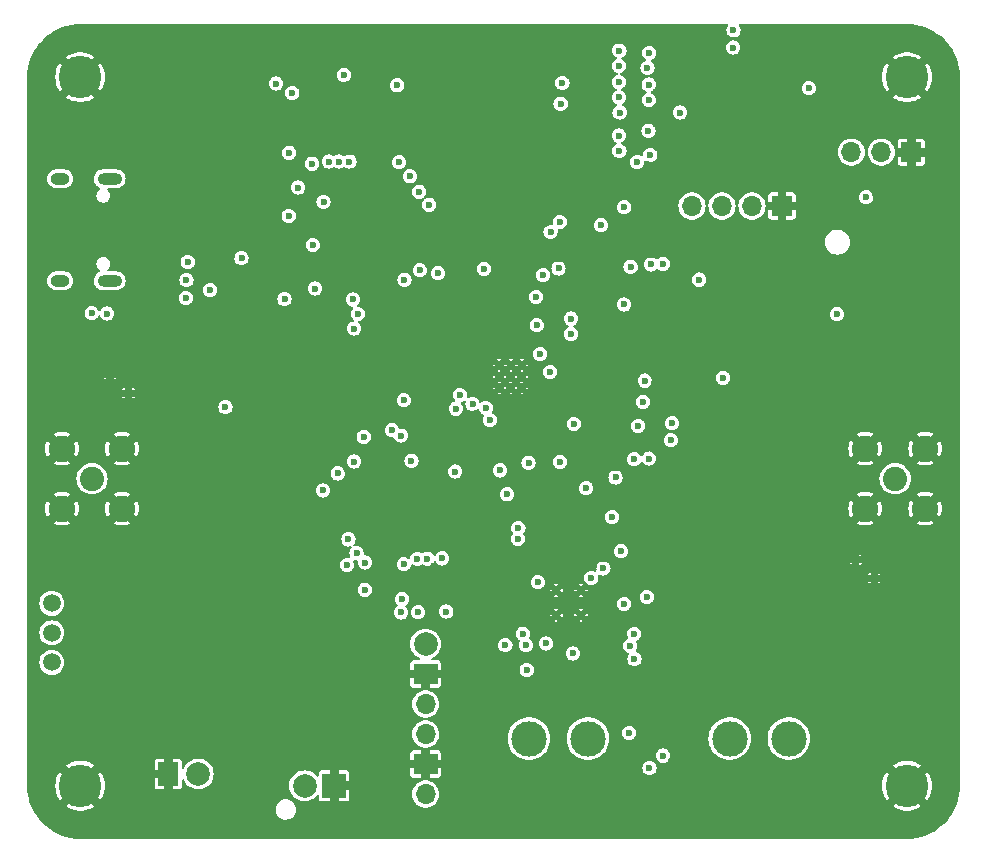
<source format=gbr>
%TF.GenerationSoftware,KiCad,Pcbnew,7.0.1*%
%TF.CreationDate,2023-04-14T11:06:51+03:00*%
%TF.ProjectId,cross_band_handy_walkie_talkie_ES8388,63726f73-735f-4626-916e-645f68616e64,rev?*%
%TF.SameCoordinates,Original*%
%TF.FileFunction,Copper,L3,Inr*%
%TF.FilePolarity,Positive*%
%FSLAX46Y46*%
G04 Gerber Fmt 4.6, Leading zero omitted, Abs format (unit mm)*
G04 Created by KiCad (PCBNEW 7.0.1) date 2023-04-14 11:06:51*
%MOMM*%
%LPD*%
G01*
G04 APERTURE LIST*
%TA.AperFunction,ComponentPad*%
%ADD10O,2.100000X1.000000*%
%TD*%
%TA.AperFunction,ComponentPad*%
%ADD11O,1.600000X1.000000*%
%TD*%
%TA.AperFunction,ComponentPad*%
%ADD12C,2.000000*%
%TD*%
%TA.AperFunction,ComponentPad*%
%ADD13R,2.000000X1.700000*%
%TD*%
%TA.AperFunction,ComponentPad*%
%ADD14O,1.700000X1.700000*%
%TD*%
%TA.AperFunction,ComponentPad*%
%ADD15C,3.000000*%
%TD*%
%TA.AperFunction,ComponentPad*%
%ADD16C,0.500000*%
%TD*%
%TA.AperFunction,ComponentPad*%
%ADD17C,3.600000*%
%TD*%
%TA.AperFunction,ComponentPad*%
%ADD18R,1.700000X1.700000*%
%TD*%
%TA.AperFunction,ComponentPad*%
%ADD19C,1.500000*%
%TD*%
%TA.AperFunction,ComponentPad*%
%ADD20C,0.600000*%
%TD*%
%TA.AperFunction,ComponentPad*%
%ADD21R,2.000000X2.000000*%
%TD*%
%TA.AperFunction,ComponentPad*%
%ADD22C,2.050000*%
%TD*%
%TA.AperFunction,ComponentPad*%
%ADD23C,2.250000*%
%TD*%
%TA.AperFunction,ComponentPad*%
%ADD24R,1.700000X2.000000*%
%TD*%
%TA.AperFunction,ComponentPad*%
%ADD25C,0.610000*%
%TD*%
%TA.AperFunction,ViaPad*%
%ADD26C,0.600000*%
%TD*%
G04 APERTURE END LIST*
D10*
%TO.N,Net-(J1-SHIELD)*%
%TO.C,J1*%
X57490000Y-63610000D03*
D11*
X53310000Y-63610000D03*
D10*
X57490000Y-72250000D03*
D11*
X53310000Y-72250000D03*
%TD*%
D12*
%TO.N,+3V3*%
%TO.C,J4*%
X84250000Y-103000000D03*
D13*
%TO.N,GND*%
X84250000Y-105540000D03*
D14*
%TO.N,/Audio_Codec/MIC_INPUT_2*%
X84250000Y-108080000D03*
%TO.N,Net-(J4-Pin_4)*%
X84250000Y-110620000D03*
D13*
%TO.N,GND*%
X84250000Y-113160000D03*
D14*
%TO.N,PTT3*%
X84250000Y-115700000D03*
%TD*%
D15*
%TO.N,/Audio_Codec/Speaker_R-*%
%TO.C,J5*%
X110000000Y-111000000D03*
%TO.N,/Audio_Codec/Speaker_R+*%
X115000000Y-111000000D03*
%TD*%
D16*
%TO.N,GND*%
%TO.C,U5*%
X92400000Y-79400000D03*
X91450000Y-79400000D03*
X90500000Y-79400000D03*
X92400000Y-80350000D03*
X91450000Y-80350000D03*
X90500000Y-80350000D03*
X92400000Y-81300000D03*
X91450000Y-81300000D03*
X90500000Y-81300000D03*
%TD*%
D17*
%TO.N,GND*%
%TO.C,H3*%
X125000000Y-115000000D03*
%TD*%
%TO.N,GND*%
%TO.C,H4*%
X55000000Y-115000000D03*
%TD*%
D18*
%TO.N,GND*%
%TO.C,J9*%
X114420000Y-65910000D03*
D14*
%TO.N,GPIO_36*%
X111880000Y-65910000D03*
%TO.N,GPIO_35*%
X109340000Y-65910000D03*
%TO.N,+3V3*%
X106800000Y-65910000D03*
%TD*%
D19*
%TO.N,/BATT_filtered*%
%TO.C,SW3*%
X52600000Y-99550000D03*
%TO.N,Net-(SW3-B)*%
X52600000Y-102050000D03*
%TO.N,unconnected-(SW3-C-Pad3)*%
X52600000Y-104550000D03*
%TD*%
D20*
%TO.N,GND*%
%TO.C,U4*%
X72955000Y-102430000D03*
X72005000Y-102430000D03*
X71055000Y-102430000D03*
X72955000Y-103380000D03*
X72005000Y-103380000D03*
X71055000Y-103380000D03*
X72955000Y-104330000D03*
X72005000Y-104330000D03*
X71055000Y-104330000D03*
%TD*%
D12*
%TO.N,+BATT*%
%TO.C,BT2*%
X74000000Y-115000000D03*
D21*
%TO.N,GND*%
X76500000Y-115000000D03*
%TD*%
D17*
%TO.N,GND*%
%TO.C,H2*%
X125000000Y-55000000D03*
%TD*%
D18*
%TO.N,GND*%
%TO.C,J10*%
X125375000Y-61350000D03*
D14*
%TO.N,GPIO_44*%
X122835000Y-61350000D03*
%TO.N,GPIO_43*%
X120295000Y-61350000D03*
%TD*%
D22*
%TO.N,/Audio_Codec/ant2*%
%TO.C,J7*%
X124000000Y-89000000D03*
D23*
%TO.N,GND*%
X121460000Y-86460000D03*
X121460000Y-91540000D03*
X126540000Y-86460000D03*
X126540000Y-91540000D03*
%TD*%
D22*
%TO.N,/Audio_Codec/ant4*%
%TO.C,J8*%
X56000000Y-89000000D03*
D23*
%TO.N,GND*%
X53460000Y-86460000D03*
X53460000Y-91540000D03*
X58540000Y-86460000D03*
X58540000Y-91540000D03*
%TD*%
D15*
%TO.N,/Audio_Codec/Speaker_L+*%
%TO.C,J3*%
X93000000Y-111000000D03*
%TO.N,/Audio_Codec/Speaker_L-*%
X98000000Y-111000000D03*
%TD*%
D12*
%TO.N,+BATT*%
%TO.C,BT1*%
X65000000Y-114000000D03*
D24*
%TO.N,GND*%
X62460000Y-114000000D03*
%TD*%
D17*
%TO.N,GND*%
%TO.C,H1*%
X55000000Y-55000000D03*
%TD*%
D16*
%TO.N,GND*%
%TO.C,U6*%
X95300000Y-98450000D03*
X95300000Y-100550000D03*
X97400000Y-98450000D03*
X97400000Y-100550000D03*
%TD*%
D25*
%TO.N,GND*%
%TO.C,FL2*%
X59085511Y-81755511D03*
X57522805Y-80192805D03*
%TD*%
%TO.N,GND*%
%TO.C,FL1*%
X120668647Y-95868647D03*
X122231353Y-97431353D03*
%TD*%
D26*
%TO.N,GND*%
X111875000Y-71550000D03*
X114525000Y-70825000D03*
%TO.N,/ESP_EN*%
X77340000Y-54820000D03*
X72960000Y-56330000D03*
%TO.N,GND*%
X94500000Y-104050000D03*
X121490000Y-81430000D03*
X87700000Y-58910000D03*
X86280000Y-58890000D03*
X72000000Y-65750000D03*
X123490000Y-97430000D03*
X86350000Y-82250000D03*
X51490000Y-57430000D03*
X103600000Y-80950000D03*
X111100000Y-93550000D03*
X92900000Y-101300000D03*
X87150000Y-77400000D03*
X123490000Y-81430000D03*
X55400000Y-97150000D03*
X59490000Y-61430000D03*
X118350000Y-100350000D03*
X95490000Y-59430000D03*
X117490000Y-117430000D03*
X127490000Y-77430000D03*
X57150000Y-119000000D03*
X79490000Y-113430000D03*
X127490000Y-97430000D03*
X119950000Y-75350000D03*
X65490000Y-53430000D03*
X97000000Y-89400000D03*
X119490000Y-85430000D03*
X51490000Y-91430000D03*
X73800000Y-62150000D03*
X98050000Y-103850000D03*
X56850000Y-84900000D03*
X101490000Y-107430000D03*
X122325000Y-64775000D03*
X89490000Y-59430000D03*
X53490000Y-93430000D03*
X126500000Y-89075000D03*
X58400000Y-89075000D03*
X51490000Y-85430000D03*
X95490000Y-111430000D03*
X77550000Y-88200000D03*
X71490000Y-51430000D03*
X63490000Y-57430000D03*
X127490000Y-79430000D03*
X55490000Y-93430000D03*
X119490000Y-109430000D03*
X91490000Y-65430000D03*
X74460000Y-74080000D03*
X96150000Y-74625000D03*
X111490000Y-87430000D03*
X63120000Y-107620000D03*
X61490000Y-89430000D03*
X57490000Y-101430000D03*
X60200000Y-78100000D03*
X113490000Y-83430000D03*
X118550000Y-98350000D03*
X61350000Y-79450000D03*
X96500000Y-104700000D03*
X61490000Y-53430000D03*
X111490000Y-75430000D03*
X86975000Y-56700000D03*
X94525000Y-67325000D03*
X96000000Y-106975000D03*
X127490000Y-103430000D03*
X127490000Y-93430000D03*
X69490000Y-51430000D03*
X95500000Y-72150000D03*
X117490000Y-53430000D03*
X76100000Y-99030000D03*
X73490000Y-111430000D03*
X103050000Y-95050000D03*
X125490000Y-75430000D03*
X103490000Y-117430000D03*
X72360000Y-97190000D03*
X58550000Y-109500000D03*
X85490000Y-117430000D03*
X129050000Y-85825000D03*
X55950000Y-71400000D03*
X121490000Y-55430000D03*
X96070000Y-51890000D03*
X91660000Y-84940000D03*
X59490000Y-101430000D03*
X87490000Y-67430000D03*
X113490000Y-75430000D03*
X86300000Y-60300000D03*
X61490000Y-97430000D03*
X111800000Y-103120000D03*
X127490000Y-69430000D03*
X71490000Y-111430000D03*
X101050000Y-88200000D03*
X127490000Y-107430000D03*
X125490000Y-103430000D03*
X61500000Y-99050000D03*
X105820000Y-51950000D03*
X125490000Y-83430000D03*
X59490000Y-97430000D03*
X111490000Y-117430000D03*
X111475000Y-78000000D03*
X51490000Y-113430000D03*
X105490000Y-63430000D03*
X83490000Y-117430000D03*
X129175000Y-91100000D03*
X91175000Y-93500000D03*
X117490000Y-111430000D03*
X111490000Y-81430000D03*
X61490000Y-85430000D03*
X95490000Y-53430000D03*
X87875000Y-106300000D03*
X123490000Y-75430000D03*
X111490000Y-113430000D03*
X98050000Y-101950000D03*
X126820000Y-74840000D03*
X125490000Y-81430000D03*
X73490000Y-51430000D03*
X91580000Y-83930000D03*
X77910000Y-51260000D03*
X55360000Y-77060000D03*
X69120000Y-108700000D03*
X79490000Y-115430000D03*
X50750000Y-97975000D03*
X61490000Y-91430000D03*
X53000000Y-118450000D03*
X125490000Y-111430000D03*
X59490000Y-57430000D03*
X81550000Y-60175000D03*
X59490000Y-59430000D03*
X63490000Y-59430000D03*
X53490000Y-59430000D03*
X87490000Y-117430000D03*
X61490000Y-51430000D03*
X93490000Y-53430000D03*
X105250000Y-70750000D03*
X55490000Y-73430000D03*
X119350000Y-99850000D03*
X113490000Y-73430000D03*
X79490000Y-111430000D03*
X114600000Y-115650000D03*
X92230000Y-86410000D03*
X113490000Y-81430000D03*
X107490000Y-113430000D03*
X105490000Y-107430000D03*
X50875000Y-105800000D03*
X107990000Y-61490000D03*
X73530000Y-109880000D03*
X59500000Y-99050000D03*
X75490000Y-111430000D03*
X64070000Y-103470000D03*
X57500000Y-99050000D03*
X117490000Y-103430000D03*
X56100000Y-64400000D03*
X59490000Y-83430000D03*
X77750000Y-55550000D03*
X53490000Y-51430000D03*
X109490000Y-55430000D03*
X117490000Y-107430000D03*
X125490000Y-105430000D03*
X54350000Y-82510000D03*
X89490000Y-105430000D03*
X56900000Y-83650000D03*
X55450000Y-109450000D03*
X119490000Y-89430000D03*
X109490000Y-107430000D03*
X57225000Y-109400000D03*
X125490000Y-79430000D03*
X87490000Y-115430000D03*
X99490000Y-117430000D03*
X121490000Y-109430000D03*
X61500000Y-62670000D03*
X111490000Y-91430000D03*
X57490000Y-111430000D03*
X107150000Y-80510000D03*
X108525000Y-115775000D03*
X70880000Y-74080000D03*
X61490000Y-59430000D03*
X87690000Y-60300000D03*
X121490000Y-79430000D03*
X65490000Y-59430000D03*
X101150000Y-51830000D03*
X107490000Y-117430000D03*
X123490000Y-79430000D03*
X88600000Y-83400000D03*
X59490000Y-53430000D03*
X117490000Y-115430000D03*
X51490000Y-111430000D03*
X123490000Y-103430000D03*
X125490000Y-99430000D03*
X75180000Y-99800000D03*
X112600000Y-115650000D03*
X123490000Y-111430000D03*
X61490000Y-57430000D03*
X67490000Y-59430000D03*
X107490000Y-91430000D03*
X94300000Y-86140000D03*
X103180000Y-93530000D03*
X121490000Y-117430000D03*
X121490000Y-107430000D03*
X123490000Y-51430000D03*
X109620000Y-69190000D03*
X119490000Y-115430000D03*
X127490000Y-101430000D03*
X89630000Y-98100000D03*
X121490000Y-111430000D03*
X105000000Y-86800000D03*
X106020000Y-103140000D03*
X73490000Y-53430000D03*
X61490000Y-117430000D03*
X113575000Y-85325000D03*
X55490000Y-95430000D03*
X112750000Y-51010000D03*
X101550000Y-73550000D03*
X61650000Y-77700000D03*
X91170000Y-75590000D03*
X76390000Y-107600000D03*
X75290000Y-50950000D03*
X83950000Y-59400000D03*
X57490000Y-77430000D03*
X110500000Y-101880000D03*
X119490000Y-83430000D03*
X97490000Y-117430000D03*
X85490000Y-67430000D03*
X123490000Y-69430000D03*
X51490000Y-53430000D03*
X98110000Y-94770000D03*
X105490000Y-109430000D03*
X94000000Y-72750000D03*
X95450000Y-113175000D03*
X121490000Y-105430000D03*
X65490000Y-99430000D03*
X91490000Y-57430000D03*
X93490000Y-117430000D03*
X113490000Y-113430000D03*
X123490000Y-107430000D03*
X129075000Y-88525000D03*
X123490000Y-83430000D03*
X55375000Y-103425000D03*
X59490000Y-111430000D03*
X110950000Y-97000000D03*
X74960000Y-76700000D03*
X110525000Y-115775000D03*
X59100000Y-71990000D03*
X119490000Y-117430000D03*
X77490000Y-111430000D03*
X128775000Y-57500000D03*
X58530000Y-107660000D03*
X59490000Y-115430000D03*
X128875000Y-64350000D03*
X110900000Y-100575000D03*
X107100000Y-77590000D03*
X81850000Y-56550000D03*
X91490000Y-55430000D03*
X125625000Y-95550000D03*
X115490000Y-75430000D03*
X61490000Y-83430000D03*
X127490000Y-61430000D03*
X111490000Y-63430000D03*
X51490000Y-89430000D03*
X65490000Y-55430000D03*
X102950000Y-62350000D03*
X57490000Y-97430000D03*
X53490000Y-111430000D03*
X121425000Y-89100000D03*
X81250000Y-99250000D03*
X105560000Y-104390000D03*
X73860000Y-97200000D03*
X73490000Y-59430000D03*
X84050000Y-87450000D03*
X75550000Y-63175000D03*
X56150000Y-65750000D03*
X99175000Y-97525000D03*
X59490000Y-93430000D03*
X119490000Y-87430000D03*
X95450000Y-115175000D03*
X76900000Y-95300000D03*
X111490000Y-61430000D03*
X55150000Y-84700000D03*
X51490000Y-69430000D03*
X57490000Y-95430000D03*
X53425000Y-107425000D03*
X84400000Y-89800000D03*
X84900000Y-100250000D03*
X81100000Y-109880000D03*
X119490000Y-103430000D03*
X115490000Y-101430000D03*
X50825000Y-100775000D03*
X78740000Y-51150000D03*
X127490000Y-83430000D03*
X65490000Y-97430000D03*
X77400000Y-109880000D03*
X90675000Y-89525000D03*
X116550000Y-88425000D03*
X51490000Y-83430000D03*
X119490000Y-107430000D03*
X109490000Y-113430000D03*
X55375000Y-105425000D03*
X101950000Y-99600000D03*
X104990000Y-66200000D03*
X69490000Y-59430000D03*
X127490000Y-81430000D03*
X115490000Y-113430000D03*
X57490000Y-59430000D03*
X69490000Y-53430000D03*
X74540000Y-74980000D03*
X121490000Y-53430000D03*
X111490000Y-83430000D03*
X119490000Y-53430000D03*
X90875000Y-115150000D03*
X81490000Y-117430000D03*
X111490000Y-73430000D03*
X65490000Y-51430000D03*
X59020000Y-63920000D03*
X69490000Y-61430000D03*
X93490000Y-63430000D03*
X51490000Y-87430000D03*
X61490000Y-87430000D03*
X100430000Y-93500000D03*
X61550000Y-102025000D03*
X59490000Y-113430000D03*
X80860000Y-52230000D03*
X125490000Y-77430000D03*
X121490000Y-101430000D03*
X105490000Y-91430000D03*
X57450000Y-103300000D03*
X51490000Y-67430000D03*
X121490000Y-51430000D03*
X115490000Y-97430000D03*
X68200000Y-65150000D03*
X111490000Y-105430000D03*
X69290000Y-106850000D03*
X69050000Y-76250000D03*
X102950000Y-85150000D03*
X51490000Y-73430000D03*
X121490000Y-103430000D03*
X88000000Y-102850000D03*
X51490000Y-63430000D03*
X78000000Y-63050000D03*
X68300000Y-63400000D03*
X86600000Y-65400000D03*
X99750000Y-101950000D03*
X114250000Y-91475000D03*
X55490000Y-111430000D03*
X109075000Y-70850000D03*
X107490000Y-111430000D03*
X105550000Y-102120000D03*
X112690000Y-52520000D03*
X65490000Y-63430000D03*
X127490000Y-99430000D03*
X65370000Y-109110000D03*
X103150000Y-58600000D03*
X69100000Y-74750000D03*
X124850000Y-93200000D03*
X67490000Y-117430000D03*
X57450000Y-107400000D03*
X124350000Y-94800000D03*
X54900000Y-101150000D03*
X67490000Y-53430000D03*
X117490000Y-79430000D03*
X58570000Y-104460000D03*
X117490000Y-93430000D03*
X103300000Y-60500000D03*
X59490000Y-51430000D03*
X93075000Y-108025000D03*
X95490000Y-65430000D03*
X63120000Y-109670000D03*
X89490000Y-63430000D03*
X61490000Y-93430000D03*
X115900000Y-53450000D03*
X119490000Y-93430000D03*
X119490000Y-113430000D03*
X127490000Y-105430000D03*
X103490000Y-91430000D03*
X113940000Y-61430000D03*
X73840000Y-99830000D03*
X91490000Y-61430000D03*
X51490000Y-95430000D03*
X119490000Y-111430000D03*
X109760000Y-92290000D03*
X106675000Y-95825000D03*
X55490000Y-67430000D03*
X68800000Y-85825000D03*
X127490000Y-95430000D03*
X82900000Y-62400000D03*
X101490000Y-115430000D03*
X126820000Y-71120000D03*
X107490000Y-109430000D03*
X76050000Y-97870000D03*
X75200000Y-97170000D03*
X51490000Y-115430000D03*
X113490000Y-107430000D03*
X51490000Y-93430000D03*
X67490000Y-51430000D03*
X117490000Y-65430000D03*
X86210000Y-84870000D03*
X111490000Y-89430000D03*
X65490000Y-117430000D03*
X102500000Y-70800000D03*
X123490000Y-99430000D03*
X113490000Y-67430000D03*
X105000000Y-112950000D03*
X89150000Y-72300000D03*
X123975000Y-86550000D03*
X91490000Y-53430000D03*
X123490000Y-77430000D03*
X78930000Y-107000000D03*
X117490000Y-51430000D03*
X121490000Y-83430000D03*
X79490000Y-117430000D03*
X109190000Y-103040000D03*
X95490000Y-61430000D03*
X55875000Y-91475000D03*
X96370000Y-99450000D03*
X51490000Y-59430000D03*
X125490000Y-51430000D03*
X114325000Y-78050000D03*
X107130000Y-83480000D03*
X76820000Y-50960000D03*
X79860000Y-51010000D03*
X123490000Y-101430000D03*
X94680000Y-94820000D03*
X57400000Y-105425000D03*
X53490000Y-73430000D03*
X103525000Y-82475000D03*
X125490000Y-67430000D03*
X119490000Y-105430000D03*
X102600000Y-112700000D03*
X55490000Y-51430000D03*
X96050000Y-91400000D03*
X65950000Y-101730000D03*
X55070000Y-61360000D03*
X51490000Y-65430000D03*
X91680000Y-74110000D03*
X102950000Y-86450000D03*
X103750000Y-56250000D03*
X80870000Y-51390000D03*
X89490000Y-61430000D03*
X59490000Y-55430000D03*
X71530000Y-70090000D03*
X63490000Y-53430000D03*
X93490000Y-59430000D03*
X80650000Y-85450000D03*
X121490000Y-77430000D03*
X103800000Y-53650000D03*
X84800000Y-64750000D03*
X119490000Y-95430000D03*
X125490000Y-107430000D03*
X115490000Y-105430000D03*
X107100000Y-100250000D03*
X105490000Y-83430000D03*
X89490000Y-117430000D03*
X121490000Y-113430000D03*
X64850000Y-65000000D03*
X67490000Y-113430000D03*
X111490000Y-85430000D03*
X123000000Y-93600000D03*
X115490000Y-83430000D03*
X55435000Y-107370000D03*
X123490000Y-71430000D03*
X117190000Y-69190000D03*
X127490000Y-109430000D03*
X86875000Y-79725000D03*
X72340000Y-99820000D03*
X53475000Y-89100000D03*
X85490000Y-53430000D03*
X121490000Y-99430000D03*
X121490000Y-115430000D03*
X117490000Y-105430000D03*
X83490000Y-57430000D03*
X76190000Y-102060000D03*
X123490000Y-59430000D03*
X127490000Y-111430000D03*
X75175000Y-85825000D03*
X109490000Y-117430000D03*
X115490000Y-93430000D03*
X55490000Y-59430000D03*
X103490000Y-115430000D03*
X63490000Y-51430000D03*
X96670000Y-77700000D03*
X91025000Y-102050000D03*
X119490000Y-91430000D03*
X51490000Y-71430000D03*
X51490000Y-55430000D03*
X74650000Y-89800000D03*
X101490000Y-117430000D03*
X83490000Y-53430000D03*
X84950000Y-96400000D03*
X123490000Y-109430000D03*
X123490000Y-105430000D03*
X59490000Y-117430000D03*
X94170000Y-82950000D03*
X76950000Y-71550000D03*
X61490000Y-81430000D03*
X114125000Y-88550000D03*
X95490000Y-117430000D03*
X51425000Y-107425000D03*
X99490000Y-105430000D03*
X55400000Y-99150000D03*
X59490000Y-95430000D03*
X98340000Y-51880000D03*
X115490000Y-117430000D03*
X51450000Y-109450000D03*
X77490000Y-117430000D03*
X128650000Y-74850000D03*
X121490000Y-57430000D03*
X57490000Y-51430000D03*
X89490000Y-55430000D03*
X125490000Y-97430000D03*
X55250000Y-83500000D03*
X89490000Y-107430000D03*
X117225000Y-60525000D03*
X121490000Y-93430000D03*
X105490000Y-117430000D03*
X95700000Y-56350000D03*
X63490000Y-117430000D03*
X67490000Y-75430000D03*
X73350000Y-76600000D03*
X115490000Y-57430000D03*
X128975000Y-54875000D03*
X92550000Y-104100000D03*
X90875000Y-113150000D03*
X63520000Y-69940000D03*
X69490000Y-55430000D03*
X127490000Y-59430000D03*
X56300000Y-70000000D03*
X125490000Y-101430000D03*
X88450000Y-89900000D03*
X59450000Y-64680000D03*
X72400000Y-55650000D03*
X91490000Y-117430000D03*
X127725000Y-52025000D03*
X75490000Y-117430000D03*
X65490000Y-61430000D03*
X53450000Y-109450000D03*
X120050000Y-99200000D03*
X125490000Y-59430000D03*
X57490000Y-93430000D03*
X61490000Y-95430000D03*
X101075000Y-66925000D03*
X50850000Y-103225000D03*
X71070000Y-75100000D03*
X100700000Y-83300000D03*
X53490000Y-95430000D03*
X55700000Y-82450000D03*
X69490000Y-117430000D03*
X113490000Y-117430000D03*
X61180000Y-68950000D03*
X71490000Y-53430000D03*
%TO.N,/ESP_BOOT*%
X71575000Y-55550000D03*
X95600000Y-67250000D03*
X72700000Y-61400000D03*
%TO.N,+3V3*%
X110310000Y-51040000D03*
X74700000Y-69200000D03*
X86000000Y-100250000D03*
X102160000Y-62190000D03*
X74630000Y-62330000D03*
X57270000Y-75020000D03*
X116690000Y-55940000D03*
X95625000Y-87575000D03*
X85650000Y-95750000D03*
X55970000Y-74990000D03*
X101070000Y-66010000D03*
X64000000Y-72200000D03*
X64100000Y-70650000D03*
X86750000Y-88400000D03*
X110280000Y-52500000D03*
%TO.N,/DATA_2*%
X103170000Y-52950000D03*
X100650000Y-52750000D03*
%TO.N,/DATA_3*%
X103030000Y-54220000D03*
X100600000Y-54040000D03*
%TO.N,/CMD*%
X103130000Y-55630000D03*
X100610000Y-55410000D03*
%TO.N,/CLK*%
X103140000Y-56930000D03*
X100610000Y-56720000D03*
%TO.N,/DATA_0*%
X100670000Y-58000000D03*
X105800000Y-58000000D03*
%TO.N,/DATA_1*%
X103110000Y-59530000D03*
X100600000Y-59950000D03*
%TO.N,/CARD_DETECT*%
X103270000Y-61590000D03*
X100650000Y-61250000D03*
%TO.N,AUDIO_ON2*%
X81850000Y-55700000D03*
%TO.N,GPIO_43*%
X95825000Y-55475000D03*
%TO.N,GPIO_44*%
X95675000Y-57250000D03*
%TO.N,/Audio_Codec/MCLK*%
X93600000Y-73600000D03*
X93650000Y-76000000D03*
%TO.N,/Audio_Codec/JACK_DETECT*%
X121560000Y-65160000D03*
X119075000Y-75075000D03*
%TO.N,/Audio_Codec/3V33*%
X93950000Y-78450000D03*
X89690000Y-84030000D03*
%TO.N,AUDIO_ON1*%
X89190000Y-71240000D03*
%TO.N,GPIO_16*%
X82178412Y-100328412D03*
X83550000Y-95800000D03*
X81400000Y-84900000D03*
X82000000Y-62200000D03*
%TO.N,GPIO_17*%
X82400000Y-82350000D03*
X82900000Y-63400000D03*
X82450000Y-72150000D03*
%TO.N,GPIO_18*%
X83612500Y-100312500D03*
X82150000Y-85350000D03*
X84400000Y-95775000D03*
X83700000Y-64700000D03*
%TO.N,GPIO_8*%
X83050000Y-87475000D03*
X84550000Y-65800000D03*
%TO.N,GPIO_9*%
X83750000Y-71350000D03*
%TO.N,GPIO_10*%
X85290000Y-71610000D03*
%TO.N,GPIO_45*%
X97850000Y-89800000D03*
X95500000Y-71200000D03*
X100790000Y-95140000D03*
%TO.N,GPIO_35*%
X99090000Y-67530000D03*
%TO.N,GPIO_37*%
X102650000Y-82500000D03*
X102800000Y-80700000D03*
X101600000Y-71050000D03*
X91150000Y-90325000D03*
%TO.N,GPIO_38*%
X103360000Y-70860000D03*
%TO.N,GPIO_39*%
X104350000Y-70800000D03*
%TO.N,/Audio_Codec/MIC_INPUT_2*%
X101900000Y-87350000D03*
X104350000Y-112450000D03*
X103200000Y-113500000D03*
%TO.N,/Audio_Codec/R_out1_*%
X87150000Y-81900000D03*
X92960000Y-87640000D03*
%TO.N,RF_power_bus*%
X101910000Y-102130000D03*
X78100000Y-73830000D03*
X101930000Y-104270000D03*
X82400000Y-96250000D03*
X78510000Y-75050000D03*
X82250000Y-99200000D03*
X101570000Y-103140000D03*
X78190000Y-76290000D03*
%TO.N,Net-(U5-ROUT2)*%
X96550000Y-75450000D03*
X88218515Y-82665326D03*
%TO.N,Tranceiver_Audio_OUT_1*%
X99300000Y-96600000D03*
%TO.N,Tranceiver_Audio_OUT_2*%
X109420000Y-80460000D03*
%TO.N,G0*%
X77800000Y-62150000D03*
X78200000Y-87550000D03*
X78400000Y-95300000D03*
X98275000Y-97400000D03*
%TO.N,G1*%
X92050000Y-94100000D03*
X76800000Y-88550000D03*
X76900000Y-62150000D03*
X77712500Y-94137500D03*
%TO.N,AMP_L*%
X76050000Y-62150000D03*
X92750000Y-103100000D03*
X75550000Y-90000000D03*
X91000000Y-103100000D03*
X77600000Y-96300000D03*
X94450000Y-102950000D03*
%TO.N,Net-(C23-Pad1)*%
X100050000Y-92250000D03*
X92100000Y-93200000D03*
%TO.N,Net-(C42-Pad2)*%
X105000000Y-85750000D03*
X103150000Y-87300000D03*
%TO.N,/Audio_Codec/Power_amp_Vcc*%
X101050000Y-99600000D03*
X96700000Y-103800000D03*
X92475000Y-102125000D03*
%TO.N,Net-(JP2-C)*%
X94800000Y-79960000D03*
%TO.N,Net-(Q2-D)*%
X68660000Y-70340000D03*
X66000000Y-73030000D03*
%TO.N,/BATT_filtered*%
X72650000Y-66750000D03*
X63950000Y-73700000D03*
%TO.N,Net-(Q4-G)*%
X75600000Y-65550000D03*
X74900000Y-72900000D03*
%TO.N,GPIO_5*%
X107400000Y-72150000D03*
X101050000Y-74250000D03*
X94825000Y-68100000D03*
X101475000Y-110525000D03*
%TO.N,/Audio_Codec/L_out1_*%
X86800000Y-83068414D03*
X90550000Y-88300000D03*
%TO.N,/RAW_3v3*%
X73450000Y-64350000D03*
X72300000Y-73800000D03*
X67300000Y-82950000D03*
%TO.N,/Audio_Codec/Speaker_L+*%
X93740000Y-97766605D03*
%TO.N,Net-(U5-LOUT2)*%
X96550000Y-76750000D03*
X89350000Y-83000000D03*
%TO.N,GPIO_48*%
X96800000Y-84350000D03*
X105125000Y-84300000D03*
X94200000Y-71750000D03*
X102250000Y-84525000D03*
X100325000Y-88900000D03*
%TO.N,H{slash}L1*%
X79100000Y-96100000D03*
X79000000Y-85450000D03*
X79100000Y-98400000D03*
X92800000Y-105200000D03*
X102975000Y-99025000D03*
%TD*%
%TA.AperFunction,Conductor*%
%TO.N,GND*%
G36*
X109818585Y-50515429D02*
G01*
X109855096Y-50555713D01*
X109864829Y-50609203D01*
X109844848Y-50659767D01*
X109785464Y-50737157D01*
X109724955Y-50883238D01*
X109704318Y-51040000D01*
X109724955Y-51196761D01*
X109785464Y-51342841D01*
X109881717Y-51468282D01*
X109977971Y-51542139D01*
X110007159Y-51564536D01*
X110153238Y-51625044D01*
X110310000Y-51645682D01*
X110466762Y-51625044D01*
X110612841Y-51564536D01*
X110738282Y-51468282D01*
X110834536Y-51342841D01*
X110895044Y-51196762D01*
X110915682Y-51040000D01*
X110895044Y-50883238D01*
X110834536Y-50737159D01*
X110834535Y-50737158D01*
X110834535Y-50737157D01*
X110775152Y-50659767D01*
X110755171Y-50609203D01*
X110764904Y-50555713D01*
X110801415Y-50515429D01*
X110853694Y-50500500D01*
X124934108Y-50500500D01*
X124997835Y-50500500D01*
X125002152Y-50500593D01*
X125387853Y-50517434D01*
X125396432Y-50518184D01*
X125777053Y-50568295D01*
X125785544Y-50569792D01*
X126160338Y-50652881D01*
X126168673Y-50655115D01*
X126534797Y-50770553D01*
X126542913Y-50773507D01*
X126897587Y-50920418D01*
X126905398Y-50924060D01*
X127128116Y-51040000D01*
X127245910Y-51101320D01*
X127253390Y-51105638D01*
X127577167Y-51311906D01*
X127584241Y-51316860D01*
X127888797Y-51550554D01*
X127895398Y-51556093D01*
X128178459Y-51815470D01*
X128184529Y-51821540D01*
X128443905Y-52104599D01*
X128449445Y-52111202D01*
X128683139Y-52415758D01*
X128688093Y-52422832D01*
X128894361Y-52746609D01*
X128898679Y-52754089D01*
X129075935Y-53094593D01*
X129079585Y-53102420D01*
X129226492Y-53457086D01*
X129229446Y-53465202D01*
X129344884Y-53831326D01*
X129347119Y-53839668D01*
X129430205Y-54214445D01*
X129431705Y-54222951D01*
X129481813Y-54603554D01*
X129482566Y-54612158D01*
X129499406Y-54997847D01*
X129499500Y-55002165D01*
X129499500Y-114997835D01*
X129499406Y-115002153D01*
X129482566Y-115387841D01*
X129481813Y-115396445D01*
X129431705Y-115777048D01*
X129430205Y-115785554D01*
X129347119Y-116160331D01*
X129344884Y-116168673D01*
X129229446Y-116534797D01*
X129226492Y-116542913D01*
X129079585Y-116897579D01*
X129075935Y-116905406D01*
X128898679Y-117245910D01*
X128894361Y-117253390D01*
X128688093Y-117577167D01*
X128683139Y-117584241D01*
X128449445Y-117888797D01*
X128443895Y-117895411D01*
X128184540Y-118178447D01*
X128178447Y-118184540D01*
X128162727Y-118198946D01*
X127895413Y-118443894D01*
X127888797Y-118449445D01*
X127584241Y-118683139D01*
X127577167Y-118688093D01*
X127253390Y-118894361D01*
X127245910Y-118898679D01*
X126905406Y-119075935D01*
X126897579Y-119079585D01*
X126542913Y-119226492D01*
X126534797Y-119229446D01*
X126168673Y-119344884D01*
X126160331Y-119347119D01*
X125785554Y-119430205D01*
X125777048Y-119431705D01*
X125396445Y-119481813D01*
X125387841Y-119482566D01*
X125002153Y-119499406D01*
X124997835Y-119499500D01*
X55002165Y-119499500D01*
X54997847Y-119499406D01*
X54612158Y-119482566D01*
X54603554Y-119481813D01*
X54222951Y-119431705D01*
X54214445Y-119430205D01*
X53839668Y-119347119D01*
X53831326Y-119344884D01*
X53465202Y-119229446D01*
X53457086Y-119226492D01*
X53102420Y-119079585D01*
X53094593Y-119075935D01*
X52754089Y-118898679D01*
X52746609Y-118894361D01*
X52422832Y-118688093D01*
X52415758Y-118683139D01*
X52111202Y-118449445D01*
X52104599Y-118443905D01*
X51821540Y-118184529D01*
X51815470Y-118178459D01*
X51556093Y-117895398D01*
X51550554Y-117888797D01*
X51471347Y-117785573D01*
X51316859Y-117584240D01*
X51311906Y-117577167D01*
X51105638Y-117253390D01*
X51101320Y-117245910D01*
X50964650Y-116983371D01*
X50924060Y-116905398D01*
X50920414Y-116897579D01*
X50908541Y-116868916D01*
X50850556Y-116728926D01*
X53801403Y-116728926D01*
X54031608Y-116868916D01*
X54295109Y-116983371D01*
X54571745Y-117060881D01*
X54856356Y-117100000D01*
X55143644Y-117100000D01*
X55428254Y-117060881D01*
X55704890Y-116983371D01*
X55774491Y-116953139D01*
X71535694Y-116953139D01*
X71545829Y-117140037D01*
X71595900Y-117320377D01*
X71595901Y-117320379D01*
X71595902Y-117320382D01*
X71683574Y-117485749D01*
X71683576Y-117485751D01*
X71804745Y-117628403D01*
X71953748Y-117741672D01*
X72123623Y-117820265D01*
X72306413Y-117860500D01*
X72306415Y-117860500D01*
X72446651Y-117860500D01*
X72446654Y-117860500D01*
X72586073Y-117845337D01*
X72763445Y-117785574D01*
X72923823Y-117689077D01*
X73059708Y-117560361D01*
X73164745Y-117405442D01*
X73234024Y-117231566D01*
X73264305Y-117046861D01*
X73254171Y-116859966D01*
X73204098Y-116679618D01*
X73116426Y-116514251D01*
X72995255Y-116371597D01*
X72995254Y-116371596D01*
X72846251Y-116258327D01*
X72676376Y-116179734D01*
X72493587Y-116139500D01*
X72493585Y-116139500D01*
X72353346Y-116139500D01*
X72321649Y-116142947D01*
X72213926Y-116154662D01*
X72036554Y-116214426D01*
X71876177Y-116310923D01*
X71740289Y-116439641D01*
X71635257Y-116594554D01*
X71635255Y-116594556D01*
X71635255Y-116594558D01*
X71624300Y-116622053D01*
X71565976Y-116768434D01*
X71535694Y-116953139D01*
X55774491Y-116953139D01*
X55968391Y-116868916D01*
X56198595Y-116728926D01*
X54999999Y-115530330D01*
X53801403Y-116728926D01*
X50850556Y-116728926D01*
X50773507Y-116542913D01*
X50770553Y-116534797D01*
X50696522Y-116299999D01*
X50655114Y-116168671D01*
X50652880Y-116160331D01*
X50569792Y-115785544D01*
X50568294Y-115777048D01*
X50567195Y-115768698D01*
X50518184Y-115396432D01*
X50517434Y-115387853D01*
X50500593Y-115002152D01*
X50500547Y-114999999D01*
X52895093Y-114999999D01*
X52914697Y-115286619D01*
X52973147Y-115567893D01*
X53069356Y-115838597D01*
X53201528Y-116093678D01*
X53273718Y-116195948D01*
X54469667Y-114999999D01*
X55530331Y-114999999D01*
X56726279Y-116195947D01*
X56798473Y-116093674D01*
X56930643Y-115838597D01*
X57026852Y-115567893D01*
X57085302Y-115286619D01*
X57101842Y-115044790D01*
X61310001Y-115044790D01*
X61312910Y-115069874D01*
X61358212Y-115172476D01*
X61437523Y-115251787D01*
X61540126Y-115297090D01*
X61565205Y-115300000D01*
X62084999Y-115300000D01*
X62085000Y-115299999D01*
X62085000Y-115299998D01*
X62835000Y-115299998D01*
X62835001Y-115299999D01*
X63354790Y-115299999D01*
X63379874Y-115297089D01*
X63482476Y-115251787D01*
X63561787Y-115172476D01*
X63607090Y-115069873D01*
X63609999Y-115044795D01*
X63609999Y-114542940D01*
X63624139Y-114491951D01*
X63662521Y-114455528D01*
X63714180Y-114444076D01*
X63764359Y-114460865D01*
X63798723Y-114501100D01*
X63869431Y-114652733D01*
X63957107Y-114777948D01*
X63999953Y-114839139D01*
X64160861Y-115000047D01*
X64347266Y-115130568D01*
X64347267Y-115130568D01*
X64347268Y-115130569D01*
X64553499Y-115226737D01*
X64553500Y-115226737D01*
X64553504Y-115226739D01*
X64773308Y-115285635D01*
X65000000Y-115305468D01*
X65226692Y-115285635D01*
X65446496Y-115226739D01*
X65652734Y-115130568D01*
X65839139Y-115000047D01*
X65839186Y-115000000D01*
X72694531Y-115000000D01*
X72714364Y-115226689D01*
X72773262Y-115446500D01*
X72869430Y-115652731D01*
X72869431Y-115652733D01*
X72869432Y-115652734D01*
X72999953Y-115839139D01*
X73160861Y-116000047D01*
X73347266Y-116130568D01*
X73347267Y-116130568D01*
X73347268Y-116130569D01*
X73553499Y-116226737D01*
X73553500Y-116226737D01*
X73553504Y-116226739D01*
X73773308Y-116285635D01*
X74000000Y-116305468D01*
X74226692Y-116285635D01*
X74446496Y-116226739D01*
X74652734Y-116130568D01*
X74839139Y-116000047D01*
X75000047Y-115839139D01*
X75019906Y-115810775D01*
X75057599Y-115778582D01*
X75106179Y-115768698D01*
X75153461Y-115783604D01*
X75187587Y-115819565D01*
X75200000Y-115867561D01*
X75200000Y-116044789D01*
X75202910Y-116069874D01*
X75248212Y-116172476D01*
X75327523Y-116251787D01*
X75430126Y-116297090D01*
X75455205Y-116300000D01*
X76124999Y-116300000D01*
X76125000Y-116299999D01*
X76125000Y-116299998D01*
X76875000Y-116299998D01*
X76875001Y-116299999D01*
X77544790Y-116299999D01*
X77569874Y-116297089D01*
X77672476Y-116251787D01*
X77751787Y-116172476D01*
X77797090Y-116069873D01*
X77800000Y-116044795D01*
X77800000Y-115700000D01*
X83094571Y-115700000D01*
X83114244Y-115912310D01*
X83165847Y-116093674D01*
X83172596Y-116117391D01*
X83267634Y-116308256D01*
X83396125Y-116478404D01*
X83396127Y-116478406D01*
X83396128Y-116478407D01*
X83462507Y-116538920D01*
X83553699Y-116622053D01*
X83646670Y-116679618D01*
X83734981Y-116734298D01*
X83891681Y-116795003D01*
X83933804Y-116811322D01*
X84143388Y-116850500D01*
X84143390Y-116850500D01*
X84356610Y-116850500D01*
X84356612Y-116850500D01*
X84566195Y-116811322D01*
X84566198Y-116811321D01*
X84765019Y-116734298D01*
X84773695Y-116728926D01*
X123801403Y-116728926D01*
X124031608Y-116868916D01*
X124295109Y-116983371D01*
X124571745Y-117060881D01*
X124856356Y-117100000D01*
X125143644Y-117100000D01*
X125428254Y-117060881D01*
X125704890Y-116983371D01*
X125968391Y-116868916D01*
X126198595Y-116728926D01*
X124999999Y-115530330D01*
X123801403Y-116728926D01*
X84773695Y-116728926D01*
X84946302Y-116622052D01*
X85103872Y-116478407D01*
X85232366Y-116308255D01*
X85327405Y-116117389D01*
X85385756Y-115912310D01*
X85405429Y-115700000D01*
X85385756Y-115487690D01*
X85327405Y-115282611D01*
X85232366Y-115091745D01*
X85232365Y-115091744D01*
X85232365Y-115091743D01*
X85163083Y-114999999D01*
X122895093Y-114999999D01*
X122914697Y-115286619D01*
X122973147Y-115567893D01*
X123069356Y-115838597D01*
X123201528Y-116093678D01*
X123273718Y-116195948D01*
X124469667Y-114999999D01*
X125530331Y-114999999D01*
X126726279Y-116195947D01*
X126798473Y-116093674D01*
X126930643Y-115838597D01*
X127026852Y-115567893D01*
X127085302Y-115286619D01*
X127104906Y-114999999D01*
X127085302Y-114713380D01*
X127026852Y-114432106D01*
X126930643Y-114161402D01*
X126798471Y-113906321D01*
X126726280Y-113804050D01*
X125530331Y-114999999D01*
X124469667Y-114999999D01*
X123273718Y-113804050D01*
X123201528Y-113906321D01*
X123069356Y-114161402D01*
X122973147Y-114432106D01*
X122914697Y-114713380D01*
X122895093Y-114999999D01*
X85163083Y-114999999D01*
X85103874Y-114921595D01*
X84946300Y-114777946D01*
X84765021Y-114665703D01*
X84765019Y-114665702D01*
X84722898Y-114649384D01*
X84566195Y-114588677D01*
X84356612Y-114549500D01*
X84356610Y-114549500D01*
X84143390Y-114549500D01*
X84143388Y-114549500D01*
X83933804Y-114588677D01*
X83734978Y-114665703D01*
X83553699Y-114777946D01*
X83396125Y-114921595D01*
X83267634Y-115091743D01*
X83187943Y-115251787D01*
X83172595Y-115282611D01*
X83114244Y-115487690D01*
X83094571Y-115700000D01*
X77800000Y-115700000D01*
X77800000Y-115375001D01*
X77799999Y-115375000D01*
X76875001Y-115375000D01*
X76875000Y-115375001D01*
X76875000Y-116299998D01*
X76125000Y-116299998D01*
X76125000Y-114624999D01*
X76875000Y-114624999D01*
X76875001Y-114625000D01*
X77799998Y-114625000D01*
X77799999Y-114624999D01*
X77799999Y-114054790D01*
X82950001Y-114054790D01*
X82952910Y-114079874D01*
X82998212Y-114182476D01*
X83077523Y-114261787D01*
X83180126Y-114307090D01*
X83205205Y-114310000D01*
X83874999Y-114310000D01*
X83875000Y-114309999D01*
X83875000Y-114309998D01*
X84625000Y-114309998D01*
X84625001Y-114309999D01*
X85294790Y-114309999D01*
X85319874Y-114307089D01*
X85422476Y-114261787D01*
X85501787Y-114182476D01*
X85547090Y-114079873D01*
X85550000Y-114054795D01*
X85550000Y-113535001D01*
X85549999Y-113535000D01*
X84625001Y-113535000D01*
X84625000Y-113535001D01*
X84625000Y-114309998D01*
X83875000Y-114309998D01*
X83875000Y-113535001D01*
X83874999Y-113535000D01*
X82950002Y-113535000D01*
X82950001Y-113535001D01*
X82950001Y-114054790D01*
X77799999Y-114054790D01*
X77799999Y-113955210D01*
X77797089Y-113930125D01*
X77751787Y-113827523D01*
X77672476Y-113748212D01*
X77569873Y-113702909D01*
X77544795Y-113700000D01*
X76875001Y-113700000D01*
X76875000Y-113700001D01*
X76875000Y-114624999D01*
X76125000Y-114624999D01*
X76125000Y-113700002D01*
X76124999Y-113700001D01*
X75455210Y-113700001D01*
X75430125Y-113702910D01*
X75327523Y-113748212D01*
X75248212Y-113827523D01*
X75202909Y-113930126D01*
X75200000Y-113955205D01*
X75200000Y-114132436D01*
X75187587Y-114180432D01*
X75153462Y-114216393D01*
X75106181Y-114231300D01*
X75057601Y-114221417D01*
X75019904Y-114189220D01*
X75000049Y-114160864D01*
X75000047Y-114160861D01*
X74839139Y-113999953D01*
X74652734Y-113869432D01*
X74652733Y-113869431D01*
X74652731Y-113869430D01*
X74446500Y-113773262D01*
X74226689Y-113714364D01*
X74000000Y-113694531D01*
X73773310Y-113714364D01*
X73553499Y-113773262D01*
X73347268Y-113869430D01*
X73160864Y-113999950D01*
X72999950Y-114160864D01*
X72869430Y-114347268D01*
X72773262Y-114553499D01*
X72714364Y-114773310D01*
X72694531Y-115000000D01*
X65839186Y-115000000D01*
X66000047Y-114839139D01*
X66130568Y-114652734D01*
X66226739Y-114446496D01*
X66285635Y-114226692D01*
X66305468Y-114000000D01*
X66285635Y-113773308D01*
X66226739Y-113553504D01*
X66222527Y-113544472D01*
X66201789Y-113500000D01*
X102594318Y-113500000D01*
X102614955Y-113656761D01*
X102675464Y-113802841D01*
X102771717Y-113928282D01*
X102806811Y-113955210D01*
X102897159Y-114024536D01*
X103043238Y-114085044D01*
X103200000Y-114105682D01*
X103356762Y-114085044D01*
X103502841Y-114024536D01*
X103628282Y-113928282D01*
X103724536Y-113802841D01*
X103785044Y-113656762D01*
X103805682Y-113500000D01*
X103785044Y-113343238D01*
X103755151Y-113271071D01*
X123801403Y-113271071D01*
X124999999Y-114469667D01*
X126198595Y-113271071D01*
X125968392Y-113131083D01*
X125704890Y-113016628D01*
X125428254Y-112939118D01*
X125143644Y-112900000D01*
X124856356Y-112900000D01*
X124571745Y-112939118D01*
X124295109Y-113016628D01*
X124031604Y-113131084D01*
X123801403Y-113271071D01*
X103755151Y-113271071D01*
X103724536Y-113197159D01*
X103673835Y-113131084D01*
X103628282Y-113071717D01*
X103502841Y-112975464D01*
X103356761Y-112914955D01*
X103200000Y-112894318D01*
X103043238Y-112914955D01*
X102897158Y-112975464D01*
X102771717Y-113071717D01*
X102675464Y-113197158D01*
X102614955Y-113343238D01*
X102594318Y-113500000D01*
X66201789Y-113500000D01*
X66130569Y-113347268D01*
X66127747Y-113343238D01*
X66000047Y-113160861D01*
X65839139Y-112999953D01*
X65802839Y-112974536D01*
X65652731Y-112869430D01*
X65471670Y-112784999D01*
X82950000Y-112784999D01*
X82950001Y-112785000D01*
X83874999Y-112785000D01*
X83875000Y-112784999D01*
X84625000Y-112784999D01*
X84625001Y-112785000D01*
X85549998Y-112785000D01*
X85549999Y-112784999D01*
X85549999Y-112265210D01*
X85547089Y-112240125D01*
X85501787Y-112137523D01*
X85422476Y-112058212D01*
X85319873Y-112012909D01*
X85294795Y-112010000D01*
X84625001Y-112010000D01*
X84625000Y-112010001D01*
X84625000Y-112784999D01*
X83875000Y-112784999D01*
X83875000Y-112010002D01*
X83874999Y-112010001D01*
X83205210Y-112010001D01*
X83180125Y-112012910D01*
X83077523Y-112058212D01*
X82998212Y-112137523D01*
X82952909Y-112240126D01*
X82950000Y-112265205D01*
X82950000Y-112784999D01*
X65471670Y-112784999D01*
X65446500Y-112773262D01*
X65226689Y-112714364D01*
X65000000Y-112694531D01*
X64773310Y-112714364D01*
X64553499Y-112773262D01*
X64347268Y-112869430D01*
X64160864Y-112999950D01*
X63999950Y-113160864D01*
X63869431Y-113347266D01*
X63798723Y-113498900D01*
X63764359Y-113539135D01*
X63714180Y-113555924D01*
X63662521Y-113544472D01*
X63624139Y-113508049D01*
X63609999Y-113457060D01*
X63609999Y-112955210D01*
X63607089Y-112930125D01*
X63561787Y-112827523D01*
X63482476Y-112748212D01*
X63379873Y-112702909D01*
X63354795Y-112700000D01*
X62835001Y-112700000D01*
X62835000Y-112700001D01*
X62835000Y-115299998D01*
X62085000Y-115299998D01*
X62085000Y-114375001D01*
X62084999Y-114375000D01*
X61310002Y-114375000D01*
X61310001Y-114375001D01*
X61310001Y-115044790D01*
X57101842Y-115044790D01*
X57104906Y-114999999D01*
X57085302Y-114713380D01*
X57026852Y-114432106D01*
X56930643Y-114161402D01*
X56798471Y-113906321D01*
X56726280Y-113804050D01*
X55530331Y-114999999D01*
X54469667Y-114999999D01*
X53273718Y-113804050D01*
X53201528Y-113906321D01*
X53069356Y-114161402D01*
X52973147Y-114432106D01*
X52914697Y-114713380D01*
X52895093Y-114999999D01*
X50500547Y-114999999D01*
X50500500Y-114997835D01*
X50500500Y-113271071D01*
X53801403Y-113271071D01*
X54999999Y-114469667D01*
X55844667Y-113624999D01*
X61310000Y-113624999D01*
X61310001Y-113625000D01*
X62084999Y-113625000D01*
X62085000Y-113624999D01*
X62085000Y-112700002D01*
X62084999Y-112700001D01*
X61565210Y-112700001D01*
X61540125Y-112702910D01*
X61437523Y-112748212D01*
X61358212Y-112827523D01*
X61312909Y-112930126D01*
X61310000Y-112955205D01*
X61310000Y-113624999D01*
X55844667Y-113624999D01*
X56198595Y-113271071D01*
X55968392Y-113131083D01*
X55704890Y-113016628D01*
X55428254Y-112939118D01*
X55143644Y-112900000D01*
X54856356Y-112900000D01*
X54571745Y-112939118D01*
X54295109Y-113016628D01*
X54031604Y-113131084D01*
X53801403Y-113271071D01*
X50500500Y-113271071D01*
X50500500Y-110620000D01*
X83094571Y-110620000D01*
X83114244Y-110832309D01*
X83172596Y-111037391D01*
X83267634Y-111228256D01*
X83396125Y-111398404D01*
X83553699Y-111542053D01*
X83685622Y-111623736D01*
X83734981Y-111654298D01*
X83891681Y-111715003D01*
X83933804Y-111731322D01*
X84143388Y-111770500D01*
X84143390Y-111770500D01*
X84356610Y-111770500D01*
X84356612Y-111770500D01*
X84566195Y-111731322D01*
X84566198Y-111731321D01*
X84765019Y-111654298D01*
X84946302Y-111542052D01*
X85103872Y-111398407D01*
X85232366Y-111228255D01*
X85327405Y-111037389D01*
X85338043Y-111000000D01*
X91194450Y-111000000D01*
X91214616Y-111269099D01*
X91274667Y-111532199D01*
X91373254Y-111783393D01*
X91373257Y-111783398D01*
X91508185Y-112017102D01*
X91511866Y-112021718D01*
X91676439Y-112228086D01*
X91746657Y-112293238D01*
X91874259Y-112411635D01*
X92097226Y-112563651D01*
X92340359Y-112680738D01*
X92598228Y-112760280D01*
X92598229Y-112760280D01*
X92598232Y-112760281D01*
X92865069Y-112800500D01*
X92865071Y-112800500D01*
X93134929Y-112800500D01*
X93134931Y-112800500D01*
X93401767Y-112760281D01*
X93401768Y-112760280D01*
X93401772Y-112760280D01*
X93659641Y-112680738D01*
X93902775Y-112563651D01*
X94125741Y-112411635D01*
X94323561Y-112228085D01*
X94491815Y-112017102D01*
X94626743Y-111783398D01*
X94725334Y-111532195D01*
X94785383Y-111269103D01*
X94805549Y-111000000D01*
X96194450Y-111000000D01*
X96214616Y-111269099D01*
X96274667Y-111532199D01*
X96373254Y-111783393D01*
X96373257Y-111783398D01*
X96508185Y-112017102D01*
X96511866Y-112021718D01*
X96676439Y-112228086D01*
X96746657Y-112293238D01*
X96874259Y-112411635D01*
X97097226Y-112563651D01*
X97340359Y-112680738D01*
X97598228Y-112760280D01*
X97598229Y-112760280D01*
X97598232Y-112760281D01*
X97865069Y-112800500D01*
X97865071Y-112800500D01*
X98134929Y-112800500D01*
X98134931Y-112800500D01*
X98401767Y-112760281D01*
X98401768Y-112760280D01*
X98401772Y-112760280D01*
X98659641Y-112680738D01*
X98902775Y-112563651D01*
X99069470Y-112450000D01*
X103744318Y-112450000D01*
X103764955Y-112606761D01*
X103825464Y-112752841D01*
X103921717Y-112878282D01*
X104001001Y-112939118D01*
X104047159Y-112974536D01*
X104193238Y-113035044D01*
X104350000Y-113055682D01*
X104506762Y-113035044D01*
X104652841Y-112974536D01*
X104778282Y-112878282D01*
X104874536Y-112752841D01*
X104935044Y-112606762D01*
X104955682Y-112450000D01*
X104935044Y-112293238D01*
X104874536Y-112147159D01*
X104806285Y-112058212D01*
X104778282Y-112021717D01*
X104652841Y-111925464D01*
X104506761Y-111864955D01*
X104350000Y-111844318D01*
X104193238Y-111864955D01*
X104047158Y-111925464D01*
X103921717Y-112021717D01*
X103825464Y-112147158D01*
X103764955Y-112293238D01*
X103744318Y-112450000D01*
X99069470Y-112450000D01*
X99125741Y-112411635D01*
X99323561Y-112228085D01*
X99491815Y-112017102D01*
X99626743Y-111783398D01*
X99725334Y-111532195D01*
X99785383Y-111269103D01*
X99805549Y-111000000D01*
X99785383Y-110730897D01*
X99738388Y-110524999D01*
X100869318Y-110524999D01*
X100889955Y-110681761D01*
X100950464Y-110827841D01*
X101046717Y-110953282D01*
X101107602Y-111000000D01*
X101172159Y-111049536D01*
X101318238Y-111110044D01*
X101475000Y-111130682D01*
X101631762Y-111110044D01*
X101777841Y-111049536D01*
X101842398Y-111000000D01*
X108194450Y-111000000D01*
X108214616Y-111269099D01*
X108274667Y-111532199D01*
X108373254Y-111783393D01*
X108373257Y-111783398D01*
X108508185Y-112017102D01*
X108511866Y-112021718D01*
X108676439Y-112228086D01*
X108746657Y-112293238D01*
X108874259Y-112411635D01*
X109097226Y-112563651D01*
X109340359Y-112680738D01*
X109598228Y-112760280D01*
X109598229Y-112760280D01*
X109598232Y-112760281D01*
X109865069Y-112800500D01*
X109865071Y-112800500D01*
X110134929Y-112800500D01*
X110134931Y-112800500D01*
X110401767Y-112760281D01*
X110401768Y-112760280D01*
X110401772Y-112760280D01*
X110659641Y-112680738D01*
X110902775Y-112563651D01*
X111125741Y-112411635D01*
X111323561Y-112228085D01*
X111491815Y-112017102D01*
X111626743Y-111783398D01*
X111725334Y-111532195D01*
X111785383Y-111269103D01*
X111805549Y-111000000D01*
X113194450Y-111000000D01*
X113214616Y-111269099D01*
X113274667Y-111532199D01*
X113373254Y-111783393D01*
X113373257Y-111783398D01*
X113508185Y-112017102D01*
X113511866Y-112021718D01*
X113676439Y-112228086D01*
X113746657Y-112293238D01*
X113874259Y-112411635D01*
X114097226Y-112563651D01*
X114340359Y-112680738D01*
X114598228Y-112760280D01*
X114598229Y-112760280D01*
X114598232Y-112760281D01*
X114865069Y-112800500D01*
X114865071Y-112800500D01*
X115134929Y-112800500D01*
X115134931Y-112800500D01*
X115401767Y-112760281D01*
X115401768Y-112760280D01*
X115401772Y-112760280D01*
X115659641Y-112680738D01*
X115902775Y-112563651D01*
X116125741Y-112411635D01*
X116323561Y-112228085D01*
X116491815Y-112017102D01*
X116626743Y-111783398D01*
X116725334Y-111532195D01*
X116785383Y-111269103D01*
X116805549Y-111000000D01*
X116785383Y-110730897D01*
X116725334Y-110467805D01*
X116701740Y-110407690D01*
X116626745Y-110216606D01*
X116618665Y-110202611D01*
X116491815Y-109982898D01*
X116379128Y-109841593D01*
X116323560Y-109771913D01*
X116125744Y-109588368D01*
X116125741Y-109588365D01*
X115902775Y-109436349D01*
X115659641Y-109319262D01*
X115542148Y-109283020D01*
X115401767Y-109239718D01*
X115134931Y-109199500D01*
X115134929Y-109199500D01*
X114865071Y-109199500D01*
X114865069Y-109199500D01*
X114598232Y-109239718D01*
X114340359Y-109319262D01*
X114097227Y-109436348D01*
X114097224Y-109436349D01*
X114097226Y-109436349D01*
X113878164Y-109585703D01*
X113874255Y-109588368D01*
X113676439Y-109771913D01*
X113508186Y-109982896D01*
X113373254Y-110216606D01*
X113274667Y-110467800D01*
X113214616Y-110730900D01*
X113194450Y-111000000D01*
X111805549Y-111000000D01*
X111785383Y-110730897D01*
X111725334Y-110467805D01*
X111701740Y-110407690D01*
X111626745Y-110216606D01*
X111618665Y-110202611D01*
X111491815Y-109982898D01*
X111379128Y-109841593D01*
X111323560Y-109771913D01*
X111125744Y-109588368D01*
X111125741Y-109588365D01*
X110902775Y-109436349D01*
X110659641Y-109319262D01*
X110542148Y-109283020D01*
X110401767Y-109239718D01*
X110134931Y-109199500D01*
X110134929Y-109199500D01*
X109865071Y-109199500D01*
X109865069Y-109199500D01*
X109598232Y-109239718D01*
X109340359Y-109319262D01*
X109097227Y-109436348D01*
X109097224Y-109436349D01*
X109097226Y-109436349D01*
X108878164Y-109585703D01*
X108874255Y-109588368D01*
X108676439Y-109771913D01*
X108508186Y-109982896D01*
X108373254Y-110216606D01*
X108274667Y-110467800D01*
X108214616Y-110730900D01*
X108194450Y-111000000D01*
X101842398Y-111000000D01*
X101903282Y-110953282D01*
X101999536Y-110827841D01*
X102060044Y-110681762D01*
X102080682Y-110525000D01*
X102060044Y-110368238D01*
X101999536Y-110222159D01*
X101977139Y-110192970D01*
X101903282Y-110096717D01*
X101777841Y-110000464D01*
X101631761Y-109939955D01*
X101475000Y-109919318D01*
X101318238Y-109939955D01*
X101172158Y-110000464D01*
X101046717Y-110096717D01*
X100950464Y-110222158D01*
X100889955Y-110368238D01*
X100869318Y-110524999D01*
X99738388Y-110524999D01*
X99725334Y-110467805D01*
X99701740Y-110407690D01*
X99626745Y-110216606D01*
X99618665Y-110202611D01*
X99491815Y-109982898D01*
X99379128Y-109841593D01*
X99323560Y-109771913D01*
X99125744Y-109588368D01*
X99125741Y-109588365D01*
X98902775Y-109436349D01*
X98659641Y-109319262D01*
X98542148Y-109283020D01*
X98401767Y-109239718D01*
X98134931Y-109199500D01*
X98134929Y-109199500D01*
X97865071Y-109199500D01*
X97865069Y-109199500D01*
X97598232Y-109239718D01*
X97340359Y-109319262D01*
X97097227Y-109436348D01*
X97097224Y-109436349D01*
X97097226Y-109436349D01*
X96878164Y-109585703D01*
X96874255Y-109588368D01*
X96676439Y-109771913D01*
X96508186Y-109982896D01*
X96373254Y-110216606D01*
X96274667Y-110467800D01*
X96214616Y-110730900D01*
X96194450Y-111000000D01*
X94805549Y-111000000D01*
X94785383Y-110730897D01*
X94725334Y-110467805D01*
X94701740Y-110407690D01*
X94626745Y-110216606D01*
X94618665Y-110202611D01*
X94491815Y-109982898D01*
X94379128Y-109841593D01*
X94323560Y-109771913D01*
X94125744Y-109588368D01*
X94125741Y-109588365D01*
X93902775Y-109436349D01*
X93659641Y-109319262D01*
X93542148Y-109283020D01*
X93401767Y-109239718D01*
X93134931Y-109199500D01*
X93134929Y-109199500D01*
X92865071Y-109199500D01*
X92865069Y-109199500D01*
X92598232Y-109239718D01*
X92340359Y-109319262D01*
X92097227Y-109436348D01*
X92097224Y-109436349D01*
X92097226Y-109436349D01*
X91878164Y-109585703D01*
X91874255Y-109588368D01*
X91676439Y-109771913D01*
X91508186Y-109982896D01*
X91373254Y-110216606D01*
X91274667Y-110467800D01*
X91214616Y-110730900D01*
X91194450Y-111000000D01*
X85338043Y-111000000D01*
X85385756Y-110832310D01*
X85405429Y-110620000D01*
X85385756Y-110407690D01*
X85327405Y-110202611D01*
X85232366Y-110011745D01*
X85232365Y-110011744D01*
X85232365Y-110011743D01*
X85103874Y-109841595D01*
X84946300Y-109697946D01*
X84765021Y-109585703D01*
X84765019Y-109585702D01*
X84722898Y-109569384D01*
X84566195Y-109508677D01*
X84356612Y-109469500D01*
X84356610Y-109469500D01*
X84143390Y-109469500D01*
X84143388Y-109469500D01*
X83933804Y-109508677D01*
X83734978Y-109585703D01*
X83553699Y-109697946D01*
X83396125Y-109841595D01*
X83267634Y-110011743D01*
X83172596Y-110202608D01*
X83114244Y-110407690D01*
X83094571Y-110620000D01*
X50500500Y-110620000D01*
X50500500Y-108079999D01*
X83094571Y-108079999D01*
X83114244Y-108292309D01*
X83172596Y-108497391D01*
X83267634Y-108688256D01*
X83396125Y-108858404D01*
X83553699Y-109002053D01*
X83685622Y-109083736D01*
X83734981Y-109114298D01*
X83891681Y-109175003D01*
X83933804Y-109191322D01*
X84143388Y-109230500D01*
X84143390Y-109230500D01*
X84356610Y-109230500D01*
X84356612Y-109230500D01*
X84566195Y-109191322D01*
X84566198Y-109191321D01*
X84765019Y-109114298D01*
X84946302Y-109002052D01*
X85103872Y-108858407D01*
X85232366Y-108688255D01*
X85327405Y-108497389D01*
X85385756Y-108292310D01*
X85405429Y-108080000D01*
X85385756Y-107867690D01*
X85327405Y-107662611D01*
X85232366Y-107471745D01*
X85232365Y-107471744D01*
X85232365Y-107471743D01*
X85103874Y-107301595D01*
X84946300Y-107157946D01*
X84765021Y-107045703D01*
X84765019Y-107045702D01*
X84722898Y-107029384D01*
X84566195Y-106968677D01*
X84356612Y-106929500D01*
X84356610Y-106929500D01*
X84143390Y-106929500D01*
X84143388Y-106929500D01*
X83933804Y-106968677D01*
X83734978Y-107045703D01*
X83553699Y-107157946D01*
X83396125Y-107301595D01*
X83267634Y-107471743D01*
X83172596Y-107662608D01*
X83114244Y-107867690D01*
X83094571Y-108079999D01*
X50500500Y-108079999D01*
X50500500Y-106434790D01*
X82950001Y-106434790D01*
X82952910Y-106459874D01*
X82998212Y-106562476D01*
X83077523Y-106641787D01*
X83180126Y-106687090D01*
X83205205Y-106690000D01*
X83874999Y-106690000D01*
X83875000Y-106689999D01*
X83875000Y-106689998D01*
X84625000Y-106689998D01*
X84625001Y-106689999D01*
X85294790Y-106689999D01*
X85319874Y-106687089D01*
X85422476Y-106641787D01*
X85501787Y-106562476D01*
X85547090Y-106459873D01*
X85550000Y-106434795D01*
X85550000Y-105915001D01*
X85549999Y-105915000D01*
X84625001Y-105915000D01*
X84625000Y-105915001D01*
X84625000Y-106689998D01*
X83875000Y-106689998D01*
X83875000Y-105915001D01*
X83874999Y-105915000D01*
X82950002Y-105915000D01*
X82950001Y-105915001D01*
X82950001Y-106434790D01*
X50500500Y-106434790D01*
X50500500Y-104550000D01*
X51544416Y-104550000D01*
X51564699Y-104755933D01*
X51624767Y-104953952D01*
X51624768Y-104953954D01*
X51722315Y-105136450D01*
X51853590Y-105296410D01*
X52013550Y-105427685D01*
X52196046Y-105525232D01*
X52394065Y-105585299D01*
X52394066Y-105585300D01*
X52599999Y-105605583D01*
X52599999Y-105605582D01*
X52600000Y-105605583D01*
X52805934Y-105585300D01*
X53003954Y-105525232D01*
X53186450Y-105427685D01*
X53346410Y-105296410D01*
X53477685Y-105136450D01*
X53575232Y-104953954D01*
X53635300Y-104755934D01*
X53655583Y-104550000D01*
X53635300Y-104344066D01*
X53575232Y-104146046D01*
X53477685Y-103963550D01*
X53346410Y-103803590D01*
X53186450Y-103672315D01*
X53003954Y-103574768D01*
X53003953Y-103574767D01*
X53003952Y-103574767D01*
X52805933Y-103514699D01*
X52600000Y-103494416D01*
X52394066Y-103514699D01*
X52196047Y-103574767D01*
X52013549Y-103672315D01*
X51853590Y-103803590D01*
X51722315Y-103963549D01*
X51624767Y-104146047D01*
X51564699Y-104344066D01*
X51544416Y-104550000D01*
X50500500Y-104550000D01*
X50500500Y-102050000D01*
X51544416Y-102050000D01*
X51564699Y-102255933D01*
X51622016Y-102444882D01*
X51624768Y-102453954D01*
X51722315Y-102636450D01*
X51853590Y-102796410D01*
X52013550Y-102927685D01*
X52196046Y-103025232D01*
X52394066Y-103085300D01*
X52600000Y-103105583D01*
X52805934Y-103085300D01*
X53003954Y-103025232D01*
X53186450Y-102927685D01*
X53346410Y-102796410D01*
X53477685Y-102636450D01*
X53575232Y-102453954D01*
X53635300Y-102255934D01*
X53655583Y-102050000D01*
X53635300Y-101844066D01*
X53575232Y-101646046D01*
X53477685Y-101463550D01*
X53346410Y-101303590D01*
X53281110Y-101250000D01*
X69200000Y-101250000D01*
X69200000Y-105700000D01*
X74650000Y-105700000D01*
X74650000Y-105200000D01*
X92194318Y-105200000D01*
X92214955Y-105356761D01*
X92275464Y-105502841D01*
X92371717Y-105628282D01*
X92467971Y-105702139D01*
X92497159Y-105724536D01*
X92643238Y-105785044D01*
X92800000Y-105805682D01*
X92956762Y-105785044D01*
X93102841Y-105724536D01*
X93228282Y-105628282D01*
X93324536Y-105502841D01*
X93385044Y-105356762D01*
X93405682Y-105200000D01*
X93385044Y-105043238D01*
X93324536Y-104897159D01*
X93245791Y-104794536D01*
X93228282Y-104771717D01*
X93102841Y-104675464D01*
X92956761Y-104614955D01*
X92800000Y-104594318D01*
X92643238Y-104614955D01*
X92497158Y-104675464D01*
X92371717Y-104771717D01*
X92275464Y-104897158D01*
X92214955Y-105043238D01*
X92194318Y-105200000D01*
X74650000Y-105200000D01*
X74650000Y-103000000D01*
X82944531Y-103000000D01*
X82964364Y-103226689D01*
X83023262Y-103446500D01*
X83119430Y-103652731D01*
X83119431Y-103652733D01*
X83119432Y-103652734D01*
X83156506Y-103705681D01*
X83225061Y-103803590D01*
X83249953Y-103839139D01*
X83410861Y-104000047D01*
X83597266Y-104130568D01*
X83748901Y-104201277D01*
X83789135Y-104235640D01*
X83805924Y-104285819D01*
X83794472Y-104337478D01*
X83758049Y-104375859D01*
X83707060Y-104390000D01*
X83205210Y-104390000D01*
X83180125Y-104392910D01*
X83077523Y-104438212D01*
X82998212Y-104517523D01*
X82952909Y-104620126D01*
X82950000Y-104645205D01*
X82950000Y-105164999D01*
X82950001Y-105165000D01*
X85549998Y-105165000D01*
X85549999Y-105164999D01*
X85549999Y-104645210D01*
X85547089Y-104620125D01*
X85501787Y-104517523D01*
X85422476Y-104438212D01*
X85319873Y-104392909D01*
X85294795Y-104390000D01*
X84792940Y-104390000D01*
X84741951Y-104375860D01*
X84705528Y-104337478D01*
X84694076Y-104285819D01*
X84710865Y-104235640D01*
X84751098Y-104201277D01*
X84902734Y-104130568D01*
X85089139Y-104000047D01*
X85250047Y-103839139D01*
X85277452Y-103800000D01*
X96094318Y-103800000D01*
X96114955Y-103956761D01*
X96175464Y-104102841D01*
X96271717Y-104228282D01*
X96326086Y-104270000D01*
X96397159Y-104324536D01*
X96543238Y-104385044D01*
X96700000Y-104405682D01*
X96856762Y-104385044D01*
X97002841Y-104324536D01*
X97128282Y-104228282D01*
X97224536Y-104102841D01*
X97285044Y-103956762D01*
X97305682Y-103800000D01*
X97285044Y-103643238D01*
X97224536Y-103497159D01*
X97185661Y-103446496D01*
X97128282Y-103371717D01*
X97002841Y-103275464D01*
X96856761Y-103214955D01*
X96700000Y-103194318D01*
X96543238Y-103214955D01*
X96397158Y-103275464D01*
X96271717Y-103371717D01*
X96175464Y-103497158D01*
X96114955Y-103643238D01*
X96094318Y-103800000D01*
X85277452Y-103800000D01*
X85380568Y-103652734D01*
X85476739Y-103446496D01*
X85535635Y-103226692D01*
X85546719Y-103100000D01*
X90394318Y-103100000D01*
X90414955Y-103256761D01*
X90475464Y-103402841D01*
X90571717Y-103528282D01*
X90632300Y-103574768D01*
X90697159Y-103624536D01*
X90843238Y-103685044D01*
X91000000Y-103705682D01*
X91156762Y-103685044D01*
X91302841Y-103624536D01*
X91428282Y-103528282D01*
X91524536Y-103402841D01*
X91585044Y-103256762D01*
X91605682Y-103100000D01*
X91585044Y-102943238D01*
X91524536Y-102797159D01*
X91487034Y-102748285D01*
X91428282Y-102671717D01*
X91302841Y-102575464D01*
X91156761Y-102514955D01*
X91000000Y-102494318D01*
X90843238Y-102514955D01*
X90697158Y-102575464D01*
X90571717Y-102671717D01*
X90475464Y-102797158D01*
X90414955Y-102943238D01*
X90394318Y-103100000D01*
X85546719Y-103100000D01*
X85555468Y-103000000D01*
X85535635Y-102773308D01*
X85476739Y-102553504D01*
X85476635Y-102553282D01*
X85380569Y-102347268D01*
X85378503Y-102344318D01*
X85250047Y-102160861D01*
X85214185Y-102124999D01*
X91869318Y-102124999D01*
X91889955Y-102281761D01*
X91950464Y-102427841D01*
X92046717Y-102553282D01*
X92169060Y-102647158D01*
X92172159Y-102649536D01*
X92179365Y-102652520D01*
X92224970Y-102690784D01*
X92240386Y-102748285D01*
X92227441Y-102783871D01*
X92230452Y-102785118D01*
X92164955Y-102943238D01*
X92144318Y-103100000D01*
X92164955Y-103256761D01*
X92225464Y-103402841D01*
X92321717Y-103528282D01*
X92382300Y-103574768D01*
X92447159Y-103624536D01*
X92593238Y-103685044D01*
X92750000Y-103705682D01*
X92906762Y-103685044D01*
X93052841Y-103624536D01*
X93178282Y-103528282D01*
X93274536Y-103402841D01*
X93335044Y-103256762D01*
X93355682Y-103100000D01*
X93335934Y-102950000D01*
X93844318Y-102950000D01*
X93864955Y-103106761D01*
X93925464Y-103252841D01*
X94021717Y-103378282D01*
X94105853Y-103442841D01*
X94147159Y-103474536D01*
X94293238Y-103535044D01*
X94450000Y-103555682D01*
X94606762Y-103535044D01*
X94752841Y-103474536D01*
X94878282Y-103378282D01*
X94974536Y-103252841D01*
X95021276Y-103140000D01*
X100964318Y-103140000D01*
X100984955Y-103296761D01*
X101045464Y-103442841D01*
X101141717Y-103568282D01*
X101215030Y-103624536D01*
X101267159Y-103664536D01*
X101413238Y-103725044D01*
X101425280Y-103730032D01*
X101424447Y-103732041D01*
X101452248Y-103743555D01*
X101483447Y-103784211D01*
X101490137Y-103835020D01*
X101470527Y-103882367D01*
X101405463Y-103967160D01*
X101344955Y-104113238D01*
X101324318Y-104269999D01*
X101344955Y-104426761D01*
X101405464Y-104572841D01*
X101501717Y-104698282D01*
X101574675Y-104754264D01*
X101627159Y-104794536D01*
X101773238Y-104855044D01*
X101930000Y-104875682D01*
X102086762Y-104855044D01*
X102232841Y-104794536D01*
X102358282Y-104698282D01*
X102454536Y-104572841D01*
X102515044Y-104426762D01*
X102535682Y-104270000D01*
X102515044Y-104113238D01*
X102454536Y-103967159D01*
X102432139Y-103937970D01*
X102358282Y-103841717D01*
X102232841Y-103745464D01*
X102074720Y-103679968D01*
X102075552Y-103677958D01*
X102047740Y-103666435D01*
X102016549Y-103625779D01*
X102009862Y-103574974D01*
X102029471Y-103527635D01*
X102094536Y-103442841D01*
X102155044Y-103296762D01*
X102175682Y-103140000D01*
X102155044Y-102983238D01*
X102094536Y-102837159D01*
X102094535Y-102837157D01*
X102089548Y-102825118D01*
X102090411Y-102824760D01*
X102074912Y-102782172D01*
X102090323Y-102724662D01*
X102135932Y-102686392D01*
X102212841Y-102654536D01*
X102338282Y-102558282D01*
X102434536Y-102432841D01*
X102495044Y-102286762D01*
X102515682Y-102130000D01*
X102495044Y-101973238D01*
X102434536Y-101827159D01*
X102412139Y-101797970D01*
X102338282Y-101701717D01*
X102212841Y-101605464D01*
X102066761Y-101544955D01*
X101910000Y-101524318D01*
X101753238Y-101544955D01*
X101607158Y-101605464D01*
X101481717Y-101701717D01*
X101385464Y-101827158D01*
X101324955Y-101973238D01*
X101304318Y-102129999D01*
X101324955Y-102286761D01*
X101350018Y-102347268D01*
X101384287Y-102430000D01*
X101390452Y-102444882D01*
X101389588Y-102445239D01*
X101405087Y-102487827D01*
X101389676Y-102545336D01*
X101344068Y-102583607D01*
X101267157Y-102615465D01*
X101141717Y-102711717D01*
X101045464Y-102837158D01*
X100984955Y-102983238D01*
X100964318Y-103140000D01*
X95021276Y-103140000D01*
X95035044Y-103106762D01*
X95055682Y-102950000D01*
X95035044Y-102793238D01*
X94974536Y-102647159D01*
X94950216Y-102615464D01*
X94878282Y-102521717D01*
X94752841Y-102425464D01*
X94606761Y-102364955D01*
X94450000Y-102344318D01*
X94293238Y-102364955D01*
X94147158Y-102425464D01*
X94021717Y-102521717D01*
X93925464Y-102647158D01*
X93864955Y-102793238D01*
X93844318Y-102950000D01*
X93335934Y-102950000D01*
X93335044Y-102943238D01*
X93274536Y-102797159D01*
X93237034Y-102748285D01*
X93178282Y-102671717D01*
X93052842Y-102575465D01*
X93052841Y-102575464D01*
X93045631Y-102572477D01*
X93000022Y-102534204D01*
X92984615Y-102476690D01*
X92997560Y-102441129D01*
X92994548Y-102439882D01*
X93000521Y-102425464D01*
X93060044Y-102281762D01*
X93080682Y-102125000D01*
X93060044Y-101968238D01*
X92999536Y-101822159D01*
X92962016Y-101773262D01*
X92903282Y-101696717D01*
X92777841Y-101600464D01*
X92631761Y-101539955D01*
X92475000Y-101519318D01*
X92318238Y-101539955D01*
X92172158Y-101600464D01*
X92046717Y-101696717D01*
X91950464Y-101822158D01*
X91889955Y-101968238D01*
X91869318Y-102124999D01*
X85214185Y-102124999D01*
X85089139Y-101999953D01*
X84902734Y-101869432D01*
X84902733Y-101869431D01*
X84902731Y-101869430D01*
X84696500Y-101773262D01*
X84476689Y-101714364D01*
X84250000Y-101694531D01*
X84023310Y-101714364D01*
X83803499Y-101773262D01*
X83597268Y-101869430D01*
X83410864Y-101999950D01*
X83249950Y-102160864D01*
X83119430Y-102347268D01*
X83023262Y-102553499D01*
X82964364Y-102773310D01*
X82944531Y-103000000D01*
X74650000Y-103000000D01*
X74650000Y-101250000D01*
X69200000Y-101250000D01*
X53281110Y-101250000D01*
X53186450Y-101172315D01*
X53003954Y-101074768D01*
X53003953Y-101074767D01*
X53003952Y-101074767D01*
X53003088Y-101074505D01*
X95129048Y-101074505D01*
X95156420Y-101085843D01*
X95300000Y-101104745D01*
X95443577Y-101085843D01*
X95470948Y-101074505D01*
X97229048Y-101074505D01*
X97256420Y-101085843D01*
X97400000Y-101104745D01*
X97543577Y-101085843D01*
X97570950Y-101074504D01*
X97400000Y-100903553D01*
X97229048Y-101074505D01*
X95470948Y-101074505D01*
X95470950Y-101074504D01*
X95300000Y-100903553D01*
X95129048Y-101074505D01*
X53003088Y-101074505D01*
X52805933Y-101014699D01*
X52599999Y-100994416D01*
X52394066Y-101014699D01*
X52196047Y-101074767D01*
X52013549Y-101172315D01*
X51853590Y-101303590D01*
X51722315Y-101463549D01*
X51624767Y-101646047D01*
X51564699Y-101844066D01*
X51544416Y-102050000D01*
X50500500Y-102050000D01*
X50500500Y-99550000D01*
X51544416Y-99550000D01*
X51564699Y-99755933D01*
X51624767Y-99953952D01*
X51624768Y-99953954D01*
X51722315Y-100136450D01*
X51853590Y-100296410D01*
X52013550Y-100427685D01*
X52196046Y-100525232D01*
X52287062Y-100552841D01*
X52394066Y-100585300D01*
X52599999Y-100605583D01*
X52599999Y-100605582D01*
X52600000Y-100605583D01*
X52805934Y-100585300D01*
X53003954Y-100525232D01*
X53186450Y-100427685D01*
X53307416Y-100328411D01*
X81572730Y-100328411D01*
X81593367Y-100485173D01*
X81653876Y-100631253D01*
X81750129Y-100756694D01*
X81846382Y-100830551D01*
X81875571Y-100852948D01*
X82021650Y-100913456D01*
X82178412Y-100934094D01*
X82335174Y-100913456D01*
X82481253Y-100852948D01*
X82606694Y-100756694D01*
X82702948Y-100631253D01*
X82763456Y-100485174D01*
X82784094Y-100328412D01*
X82781999Y-100312500D01*
X83006818Y-100312500D01*
X83027455Y-100469261D01*
X83087964Y-100615341D01*
X83184217Y-100740782D01*
X83228207Y-100774536D01*
X83309659Y-100837036D01*
X83455738Y-100897544D01*
X83612500Y-100918182D01*
X83769262Y-100897544D01*
X83915341Y-100837036D01*
X84040782Y-100740782D01*
X84137036Y-100615341D01*
X84197544Y-100469262D01*
X84218182Y-100312500D01*
X84209954Y-100250000D01*
X85394318Y-100250000D01*
X85414955Y-100406761D01*
X85475464Y-100552841D01*
X85571717Y-100678282D01*
X85591653Y-100693579D01*
X85697159Y-100774536D01*
X85843238Y-100835044D01*
X86000000Y-100855682D01*
X86156762Y-100835044D01*
X86302841Y-100774536D01*
X86428282Y-100678282D01*
X86524536Y-100552841D01*
X86525713Y-100550000D01*
X94745254Y-100550000D01*
X94764156Y-100693579D01*
X94775493Y-100720951D01*
X94946445Y-100550000D01*
X95653553Y-100550000D01*
X95824504Y-100720950D01*
X95835843Y-100693577D01*
X95854745Y-100550000D01*
X96845254Y-100550000D01*
X96864156Y-100693579D01*
X96875493Y-100720951D01*
X97046445Y-100550000D01*
X97753553Y-100550000D01*
X97924504Y-100720950D01*
X97935843Y-100693577D01*
X97954745Y-100550000D01*
X97935843Y-100406420D01*
X97924505Y-100379048D01*
X97753553Y-100550000D01*
X97046445Y-100550000D01*
X96875493Y-100379048D01*
X96864157Y-100406421D01*
X96845254Y-100550000D01*
X95854745Y-100550000D01*
X95835843Y-100406420D01*
X95824505Y-100379048D01*
X95653553Y-100550000D01*
X94946445Y-100550000D01*
X94775493Y-100379048D01*
X94764157Y-100406421D01*
X94745254Y-100550000D01*
X86525713Y-100550000D01*
X86585044Y-100406762D01*
X86605682Y-100250000D01*
X86585044Y-100093238D01*
X86556983Y-100025493D01*
X95129048Y-100025493D01*
X95300000Y-100196445D01*
X95470951Y-100025493D01*
X97229048Y-100025493D01*
X97400000Y-100196445D01*
X97570951Y-100025493D01*
X97543579Y-100014156D01*
X97400000Y-99995254D01*
X97256421Y-100014157D01*
X97229048Y-100025493D01*
X95470951Y-100025493D01*
X95443579Y-100014156D01*
X95300000Y-99995254D01*
X95156421Y-100014157D01*
X95129048Y-100025493D01*
X86556983Y-100025493D01*
X86524536Y-99947159D01*
X86490530Y-99902841D01*
X86428282Y-99821717D01*
X86302841Y-99725464D01*
X86156761Y-99664955D01*
X86000000Y-99644318D01*
X85843238Y-99664955D01*
X85697158Y-99725464D01*
X85571717Y-99821717D01*
X85475464Y-99947158D01*
X85414955Y-100093238D01*
X85394318Y-100250000D01*
X84209954Y-100250000D01*
X84197544Y-100155738D01*
X84137036Y-100009659D01*
X84089078Y-99947159D01*
X84040782Y-99884217D01*
X83915341Y-99787964D01*
X83769261Y-99727455D01*
X83612500Y-99706818D01*
X83455738Y-99727455D01*
X83309658Y-99787964D01*
X83184217Y-99884217D01*
X83087964Y-100009658D01*
X83027455Y-100155738D01*
X83006818Y-100312500D01*
X82781999Y-100312500D01*
X82763456Y-100171650D01*
X82702948Y-100025571D01*
X82679685Y-99995254D01*
X82606694Y-99900129D01*
X82567706Y-99870213D01*
X82533555Y-99821441D01*
X82533555Y-99761901D01*
X82567703Y-99713131D01*
X82678282Y-99628282D01*
X82699983Y-99600000D01*
X100444318Y-99600000D01*
X100464955Y-99756761D01*
X100525464Y-99902841D01*
X100621717Y-100028282D01*
X100717971Y-100102139D01*
X100747159Y-100124536D01*
X100893238Y-100185044D01*
X101050000Y-100205682D01*
X101206762Y-100185044D01*
X101352841Y-100124536D01*
X101478282Y-100028282D01*
X101574536Y-99902841D01*
X101635044Y-99756762D01*
X101655682Y-99600000D01*
X101635044Y-99443238D01*
X101574536Y-99297159D01*
X101552139Y-99267971D01*
X101478282Y-99171717D01*
X101352841Y-99075464D01*
X101231009Y-99024999D01*
X102369318Y-99024999D01*
X102389955Y-99181761D01*
X102450464Y-99327841D01*
X102546717Y-99453282D01*
X102642970Y-99527139D01*
X102672159Y-99549536D01*
X102818238Y-99610044D01*
X102975000Y-99630682D01*
X103131762Y-99610044D01*
X103277841Y-99549536D01*
X103403282Y-99453282D01*
X103499536Y-99327841D01*
X103560044Y-99181762D01*
X103580682Y-99025000D01*
X103560044Y-98868238D01*
X103499536Y-98722159D01*
X103463706Y-98675464D01*
X103403282Y-98596717D01*
X103277841Y-98500464D01*
X103131761Y-98439955D01*
X102975000Y-98419318D01*
X102818238Y-98439955D01*
X102672158Y-98500464D01*
X102546717Y-98596717D01*
X102450464Y-98722158D01*
X102389955Y-98868238D01*
X102369318Y-99024999D01*
X101231009Y-99024999D01*
X101206761Y-99014955D01*
X101050000Y-98994318D01*
X100893238Y-99014955D01*
X100747158Y-99075464D01*
X100621717Y-99171717D01*
X100525464Y-99297158D01*
X100464955Y-99443238D01*
X100444318Y-99600000D01*
X82699983Y-99600000D01*
X82774536Y-99502841D01*
X82835044Y-99356762D01*
X82855682Y-99200000D01*
X82835044Y-99043238D01*
X82806574Y-98974505D01*
X95129048Y-98974505D01*
X95156420Y-98985843D01*
X95300000Y-99004745D01*
X95443577Y-98985843D01*
X95470948Y-98974505D01*
X97229048Y-98974505D01*
X97256420Y-98985843D01*
X97400000Y-99004745D01*
X97543577Y-98985843D01*
X97570950Y-98974504D01*
X97400000Y-98803553D01*
X97229048Y-98974505D01*
X95470948Y-98974505D01*
X95470950Y-98974504D01*
X95300000Y-98803553D01*
X95129048Y-98974505D01*
X82806574Y-98974505D01*
X82774536Y-98897159D01*
X82721685Y-98828282D01*
X82678282Y-98771717D01*
X82552841Y-98675464D01*
X82406761Y-98614955D01*
X82250000Y-98594318D01*
X82093238Y-98614955D01*
X81947158Y-98675464D01*
X81821717Y-98771717D01*
X81725464Y-98897158D01*
X81664955Y-99043238D01*
X81644318Y-99200000D01*
X81664955Y-99356761D01*
X81725464Y-99502841D01*
X81821715Y-99628279D01*
X81821716Y-99628280D01*
X81821718Y-99628282D01*
X81860706Y-99658198D01*
X81894856Y-99706970D01*
X81894856Y-99766510D01*
X81860705Y-99815282D01*
X81750129Y-99900129D01*
X81653876Y-100025570D01*
X81593367Y-100171650D01*
X81572730Y-100328411D01*
X53307416Y-100328411D01*
X53346410Y-100296410D01*
X53477685Y-100136450D01*
X53575232Y-99953954D01*
X53635300Y-99755934D01*
X53655583Y-99550000D01*
X53635300Y-99344066D01*
X53575232Y-99146046D01*
X53477685Y-98963550D01*
X53346410Y-98803590D01*
X53186450Y-98672315D01*
X53003954Y-98574768D01*
X53003953Y-98574767D01*
X53003952Y-98574767D01*
X52805933Y-98514699D01*
X52600000Y-98494416D01*
X52394066Y-98514699D01*
X52196047Y-98574767D01*
X52013549Y-98672315D01*
X51853590Y-98803590D01*
X51722315Y-98963549D01*
X51624767Y-99146047D01*
X51564699Y-99344066D01*
X51544416Y-99550000D01*
X50500500Y-99550000D01*
X50500500Y-98400000D01*
X78494318Y-98400000D01*
X78514955Y-98556761D01*
X78575464Y-98702841D01*
X78671717Y-98828282D01*
X78767970Y-98902139D01*
X78797159Y-98924536D01*
X78943238Y-98985044D01*
X79100000Y-99005682D01*
X79256762Y-98985044D01*
X79402841Y-98924536D01*
X79528282Y-98828282D01*
X79624536Y-98702841D01*
X79685044Y-98556762D01*
X79699099Y-98450000D01*
X94745254Y-98450000D01*
X94764156Y-98593579D01*
X94775493Y-98620951D01*
X94946445Y-98450000D01*
X95653553Y-98450000D01*
X95824504Y-98620950D01*
X95835843Y-98593577D01*
X95854745Y-98450000D01*
X96845254Y-98450000D01*
X96864156Y-98593579D01*
X96875493Y-98620951D01*
X97046445Y-98450000D01*
X97753553Y-98450000D01*
X97924504Y-98620950D01*
X97935843Y-98593577D01*
X97954745Y-98450000D01*
X97935843Y-98306420D01*
X97924505Y-98279048D01*
X97753553Y-98450000D01*
X97046445Y-98450000D01*
X96875493Y-98279048D01*
X96864157Y-98306421D01*
X96845254Y-98450000D01*
X95854745Y-98450000D01*
X95835843Y-98306420D01*
X95824505Y-98279048D01*
X95653553Y-98450000D01*
X94946445Y-98450000D01*
X94775493Y-98279048D01*
X94764157Y-98306421D01*
X94745254Y-98450000D01*
X79699099Y-98450000D01*
X79705682Y-98400000D01*
X79685044Y-98243238D01*
X79624536Y-98097159D01*
X79602139Y-98067970D01*
X79528282Y-97971717D01*
X79402841Y-97875464D01*
X79256761Y-97814955D01*
X79100000Y-97794318D01*
X78943238Y-97814955D01*
X78797158Y-97875464D01*
X78671717Y-97971717D01*
X78575464Y-98097158D01*
X78514955Y-98243238D01*
X78494318Y-98400000D01*
X50500500Y-98400000D01*
X50500500Y-97766605D01*
X93134318Y-97766605D01*
X93154955Y-97923366D01*
X93215464Y-98069446D01*
X93311717Y-98194887D01*
X93374730Y-98243238D01*
X93437159Y-98291141D01*
X93583238Y-98351649D01*
X93740000Y-98372287D01*
X93896762Y-98351649D01*
X94042841Y-98291141D01*
X94168282Y-98194887D01*
X94264536Y-98069446D01*
X94324163Y-97925493D01*
X95129048Y-97925493D01*
X95300000Y-98096445D01*
X95470951Y-97925493D01*
X97229048Y-97925493D01*
X97400000Y-98096445D01*
X97570951Y-97925493D01*
X97543579Y-97914156D01*
X97400000Y-97895254D01*
X97256421Y-97914157D01*
X97229048Y-97925493D01*
X95470951Y-97925493D01*
X95443579Y-97914156D01*
X95300000Y-97895254D01*
X95156421Y-97914157D01*
X95129048Y-97925493D01*
X94324163Y-97925493D01*
X94325044Y-97923367D01*
X94345682Y-97766605D01*
X94325044Y-97609843D01*
X94264536Y-97463764D01*
X94242139Y-97434576D01*
X94215608Y-97400000D01*
X97669318Y-97400000D01*
X97689955Y-97556761D01*
X97750464Y-97702841D01*
X97846717Y-97828282D01*
X97891760Y-97862844D01*
X97972159Y-97924536D01*
X98118238Y-97985044D01*
X98275000Y-98005682D01*
X98431762Y-97985044D01*
X98577841Y-97924536D01*
X98703282Y-97828282D01*
X98773821Y-97736353D01*
X121702840Y-97736353D01*
X121702886Y-97736463D01*
X121799861Y-97862844D01*
X121926242Y-97959819D01*
X121926353Y-97959866D01*
X122536353Y-97959866D01*
X122536463Y-97959819D01*
X122662844Y-97862844D01*
X122759819Y-97736463D01*
X122759866Y-97736353D01*
X122536354Y-97736353D01*
X122536353Y-97736354D01*
X122536353Y-97959866D01*
X121926353Y-97959866D01*
X121926353Y-97736354D01*
X121926352Y-97736353D01*
X121702840Y-97736353D01*
X98773821Y-97736353D01*
X98799536Y-97702841D01*
X98860044Y-97556762D01*
X98880682Y-97400000D01*
X98860044Y-97243238D01*
X98858343Y-97230316D01*
X98861562Y-97229892D01*
X98858123Y-97195019D01*
X98885214Y-97144324D01*
X98935906Y-97117225D01*
X98993109Y-97122858D01*
X98997157Y-97124535D01*
X98997159Y-97124536D01*
X99143238Y-97185044D01*
X99300000Y-97205682D01*
X99456762Y-97185044D01*
X99598457Y-97126352D01*
X121702839Y-97126352D01*
X121702840Y-97126353D01*
X121926352Y-97126353D01*
X121926353Y-97126352D01*
X121926353Y-96902840D01*
X122536353Y-96902840D01*
X122536353Y-97126352D01*
X122536354Y-97126353D01*
X122759866Y-97126353D01*
X122759866Y-97126352D01*
X122759821Y-97126245D01*
X122662844Y-96999862D01*
X122536463Y-96902886D01*
X122536353Y-96902840D01*
X121926353Y-96902840D01*
X121926352Y-96902839D01*
X121926243Y-96902885D01*
X121799861Y-96999861D01*
X121702885Y-97126243D01*
X121702839Y-97126352D01*
X99598457Y-97126352D01*
X99602841Y-97124536D01*
X99728282Y-97028282D01*
X99824536Y-96902841D01*
X99885044Y-96756762D01*
X99905682Y-96600000D01*
X99885044Y-96443238D01*
X99824536Y-96297159D01*
X99793538Y-96256761D01*
X99729763Y-96173647D01*
X120140134Y-96173647D01*
X120140180Y-96173757D01*
X120237155Y-96300138D01*
X120363536Y-96397113D01*
X120363647Y-96397160D01*
X120973647Y-96397160D01*
X120973757Y-96397113D01*
X121100138Y-96300138D01*
X121197113Y-96173757D01*
X121197160Y-96173647D01*
X120973648Y-96173647D01*
X120973647Y-96173648D01*
X120973647Y-96397160D01*
X120363647Y-96397160D01*
X120363647Y-96173648D01*
X120363646Y-96173647D01*
X120140134Y-96173647D01*
X99729763Y-96173647D01*
X99728282Y-96171717D01*
X99602841Y-96075464D01*
X99456761Y-96014955D01*
X99300000Y-95994318D01*
X99143238Y-96014955D01*
X98997158Y-96075464D01*
X98871717Y-96171717D01*
X98775464Y-96297158D01*
X98714955Y-96443238D01*
X98694318Y-96599999D01*
X98716657Y-96769684D01*
X98713438Y-96770107D01*
X98716874Y-96804992D01*
X98689779Y-96855681D01*
X98639090Y-96882775D01*
X98581890Y-96877141D01*
X98431761Y-96814955D01*
X98275000Y-96794318D01*
X98118238Y-96814955D01*
X97972158Y-96875464D01*
X97846717Y-96971717D01*
X97750464Y-97097158D01*
X97689955Y-97243238D01*
X97669318Y-97400000D01*
X94215608Y-97400000D01*
X94168282Y-97338322D01*
X94042841Y-97242069D01*
X93896761Y-97181560D01*
X93740000Y-97160923D01*
X93583238Y-97181560D01*
X93437158Y-97242069D01*
X93311717Y-97338322D01*
X93215464Y-97463763D01*
X93154955Y-97609843D01*
X93134318Y-97766605D01*
X50500500Y-97766605D01*
X50500500Y-96300000D01*
X76994318Y-96300000D01*
X77014955Y-96456761D01*
X77075464Y-96602841D01*
X77171717Y-96728282D01*
X77257778Y-96794318D01*
X77297159Y-96824536D01*
X77443238Y-96885044D01*
X77600000Y-96905682D01*
X77756762Y-96885044D01*
X77902841Y-96824536D01*
X78028282Y-96728282D01*
X78124536Y-96602841D01*
X78185044Y-96456762D01*
X78205682Y-96300000D01*
X78185044Y-96143238D01*
X78134190Y-96020467D01*
X78127502Y-95969661D01*
X78147113Y-95922316D01*
X78187769Y-95891119D01*
X78238577Y-95884430D01*
X78243236Y-95885043D01*
X78243238Y-95885044D01*
X78400000Y-95905682D01*
X78400000Y-95905681D01*
X78412922Y-95907383D01*
X78412613Y-95909723D01*
X78452728Y-95916794D01*
X78494833Y-95958894D01*
X78505174Y-96017532D01*
X78494318Y-96099999D01*
X78514955Y-96256761D01*
X78575464Y-96402841D01*
X78671717Y-96528282D01*
X78765182Y-96599999D01*
X78797159Y-96624536D01*
X78943238Y-96685044D01*
X79100000Y-96705682D01*
X79256762Y-96685044D01*
X79402841Y-96624536D01*
X79528282Y-96528282D01*
X79624536Y-96402841D01*
X79685044Y-96256762D01*
X79685934Y-96249999D01*
X81794318Y-96249999D01*
X81814955Y-96406761D01*
X81875464Y-96552841D01*
X81971717Y-96678282D01*
X81980530Y-96685044D01*
X82097159Y-96774536D01*
X82243238Y-96835044D01*
X82400000Y-96855682D01*
X82556762Y-96835044D01*
X82702841Y-96774536D01*
X82828282Y-96678282D01*
X82924536Y-96552841D01*
X82985044Y-96406762D01*
X82996543Y-96319410D01*
X83016153Y-96272067D01*
X83056810Y-96240870D01*
X83107618Y-96234181D01*
X83154963Y-96253792D01*
X83205674Y-96292704D01*
X83247159Y-96324536D01*
X83393238Y-96385044D01*
X83550000Y-96405682D01*
X83706762Y-96385044D01*
X83852841Y-96324536D01*
X83931027Y-96264541D01*
X83969862Y-96246433D01*
X84012718Y-96246433D01*
X84051554Y-96264542D01*
X84097159Y-96299536D01*
X84243238Y-96360044D01*
X84400000Y-96380682D01*
X84556762Y-96360044D01*
X84702841Y-96299536D01*
X84828282Y-96203282D01*
X84924536Y-96077841D01*
X84938715Y-96043608D01*
X84975174Y-95999183D01*
X85030175Y-95982498D01*
X85085177Y-95999181D01*
X85121640Y-96043610D01*
X85125463Y-96052840D01*
X85221717Y-96178282D01*
X85270503Y-96215716D01*
X85347159Y-96274536D01*
X85493238Y-96335044D01*
X85650000Y-96355682D01*
X85806762Y-96335044D01*
X85952841Y-96274536D01*
X86078282Y-96178282D01*
X86174536Y-96052841D01*
X86235044Y-95906762D01*
X86255682Y-95750000D01*
X86235044Y-95593238D01*
X86174536Y-95447159D01*
X86152139Y-95417970D01*
X86078282Y-95321717D01*
X85952841Y-95225464D01*
X85806761Y-95164955D01*
X85650000Y-95144318D01*
X85493238Y-95164955D01*
X85347158Y-95225464D01*
X85221717Y-95321717D01*
X85125465Y-95447157D01*
X85111286Y-95481388D01*
X85074823Y-95525817D01*
X85019821Y-95542501D01*
X84964820Y-95525816D01*
X84928358Y-95481387D01*
X84924536Y-95472159D01*
X84897677Y-95437155D01*
X84828282Y-95346717D01*
X84702841Y-95250464D01*
X84556761Y-95189955D01*
X84400000Y-95169318D01*
X84243238Y-95189955D01*
X84097157Y-95250464D01*
X84018976Y-95310455D01*
X83980136Y-95328566D01*
X83937281Y-95328566D01*
X83898442Y-95310455D01*
X83852841Y-95275464D01*
X83706761Y-95214955D01*
X83550000Y-95194318D01*
X83393238Y-95214955D01*
X83247158Y-95275464D01*
X83121717Y-95371717D01*
X83025464Y-95497158D01*
X82964955Y-95643238D01*
X82953456Y-95730587D01*
X82933845Y-95777932D01*
X82893189Y-95809129D01*
X82842381Y-95815818D01*
X82795036Y-95796207D01*
X82702841Y-95725464D01*
X82556761Y-95664955D01*
X82400000Y-95644318D01*
X82243238Y-95664955D01*
X82097158Y-95725464D01*
X81971717Y-95821717D01*
X81875464Y-95947158D01*
X81814955Y-96093238D01*
X81794318Y-96249999D01*
X79685934Y-96249999D01*
X79705682Y-96100000D01*
X79685044Y-95943238D01*
X79624536Y-95797159D01*
X79588350Y-95750000D01*
X79528282Y-95671717D01*
X79402841Y-95575464D01*
X79256761Y-95514955D01*
X79119435Y-95496876D01*
X79099999Y-95494318D01*
X79087078Y-95492617D01*
X79087386Y-95490277D01*
X79047261Y-95483200D01*
X79005163Y-95441099D01*
X78994825Y-95382466D01*
X78999531Y-95346718D01*
X79005682Y-95300000D01*
X78985044Y-95143238D01*
X78983703Y-95140000D01*
X100184318Y-95140000D01*
X100204955Y-95296761D01*
X100265464Y-95442841D01*
X100361717Y-95568282D01*
X100394241Y-95593238D01*
X100487159Y-95664536D01*
X100633238Y-95725044D01*
X100790000Y-95745682D01*
X100946762Y-95725044D01*
X101092841Y-95664536D01*
X101218282Y-95568282D01*
X101221839Y-95563646D01*
X120140133Y-95563646D01*
X120140134Y-95563647D01*
X120363646Y-95563647D01*
X120363647Y-95563646D01*
X120363647Y-95340134D01*
X120973647Y-95340134D01*
X120973647Y-95563646D01*
X120973648Y-95563647D01*
X121197160Y-95563647D01*
X121197160Y-95563646D01*
X121197115Y-95563539D01*
X121100138Y-95437156D01*
X120973757Y-95340180D01*
X120973647Y-95340134D01*
X120363647Y-95340134D01*
X120363646Y-95340133D01*
X120363537Y-95340179D01*
X120237155Y-95437155D01*
X120140179Y-95563537D01*
X120140133Y-95563646D01*
X101221839Y-95563646D01*
X101314536Y-95442841D01*
X101375044Y-95296762D01*
X101395682Y-95140000D01*
X101375044Y-94983238D01*
X101314536Y-94837159D01*
X101263484Y-94770626D01*
X101218282Y-94711717D01*
X101092841Y-94615464D01*
X100946761Y-94554955D01*
X100790000Y-94534318D01*
X100633238Y-94554955D01*
X100487158Y-94615464D01*
X100361717Y-94711717D01*
X100265464Y-94837158D01*
X100204955Y-94983238D01*
X100184318Y-95140000D01*
X78983703Y-95140000D01*
X78924536Y-94997159D01*
X78834939Y-94880393D01*
X78828282Y-94871717D01*
X78702841Y-94775464D01*
X78556761Y-94714955D01*
X78420637Y-94697034D01*
X78400000Y-94694318D01*
X78399999Y-94694318D01*
X78238903Y-94715526D01*
X78182194Y-94706163D01*
X78140244Y-94666873D01*
X78127193Y-94610898D01*
X78147439Y-94557106D01*
X78164925Y-94534318D01*
X78237036Y-94440341D01*
X78297544Y-94294262D01*
X78318182Y-94137500D01*
X78313245Y-94100000D01*
X91444318Y-94100000D01*
X91464955Y-94256761D01*
X91525464Y-94402841D01*
X91621717Y-94528282D01*
X91656480Y-94554956D01*
X91747159Y-94624536D01*
X91893238Y-94685044D01*
X92050000Y-94705682D01*
X92206762Y-94685044D01*
X92352841Y-94624536D01*
X92478282Y-94528282D01*
X92574536Y-94402841D01*
X92635044Y-94256762D01*
X92655682Y-94100000D01*
X92635044Y-93943238D01*
X92574536Y-93797159D01*
X92532860Y-93742846D01*
X92514750Y-93704007D01*
X92514750Y-93661152D01*
X92532858Y-93622318D01*
X92624536Y-93502841D01*
X92685044Y-93356762D01*
X92705682Y-93200000D01*
X92685044Y-93043238D01*
X92624536Y-92897159D01*
X92576874Y-92835044D01*
X92528282Y-92771717D01*
X92402841Y-92675464D01*
X92256761Y-92614955D01*
X92100000Y-92594318D01*
X91943238Y-92614955D01*
X91797158Y-92675464D01*
X91671717Y-92771717D01*
X91575464Y-92897158D01*
X91514955Y-93043238D01*
X91494318Y-93199999D01*
X91514955Y-93356761D01*
X91575464Y-93502841D01*
X91617138Y-93557152D01*
X91635249Y-93595992D01*
X91635249Y-93638846D01*
X91617138Y-93677686D01*
X91525464Y-93797158D01*
X91464955Y-93943238D01*
X91444318Y-94100000D01*
X78313245Y-94100000D01*
X78297544Y-93980738D01*
X78237036Y-93834659D01*
X78208261Y-93797158D01*
X78140782Y-93709217D01*
X78015341Y-93612964D01*
X77869261Y-93552455D01*
X77712500Y-93531818D01*
X77555738Y-93552455D01*
X77409658Y-93612964D01*
X77284217Y-93709217D01*
X77187964Y-93834658D01*
X77127455Y-93980738D01*
X77106818Y-94137499D01*
X77127455Y-94294261D01*
X77187964Y-94440341D01*
X77284217Y-94565782D01*
X77360788Y-94624536D01*
X77409659Y-94662036D01*
X77555738Y-94722544D01*
X77712500Y-94743182D01*
X77869262Y-94722544D01*
X77869263Y-94722543D01*
X77873596Y-94721973D01*
X77930304Y-94731335D01*
X77972254Y-94770626D01*
X77985306Y-94826600D01*
X77965061Y-94880393D01*
X77875463Y-94997160D01*
X77814955Y-95143238D01*
X77794318Y-95300000D01*
X77814955Y-95456761D01*
X77865808Y-95579530D01*
X77872497Y-95630338D01*
X77852886Y-95677683D01*
X77812230Y-95708880D01*
X77761422Y-95715569D01*
X77600000Y-95694318D01*
X77443238Y-95714955D01*
X77297158Y-95775464D01*
X77171717Y-95871717D01*
X77075464Y-95997158D01*
X77014955Y-96143238D01*
X76994318Y-96300000D01*
X50500500Y-96300000D01*
X50500500Y-92777555D01*
X52752774Y-92777555D01*
X52885623Y-92849450D01*
X53108982Y-92926129D01*
X53341923Y-92965000D01*
X53578077Y-92965000D01*
X53811017Y-92926129D01*
X54034379Y-92849449D01*
X54167224Y-92777555D01*
X57832774Y-92777555D01*
X57965623Y-92849450D01*
X58188982Y-92926129D01*
X58421923Y-92965000D01*
X58658077Y-92965000D01*
X58891017Y-92926129D01*
X59114379Y-92849449D01*
X59247224Y-92777555D01*
X58719669Y-92250000D01*
X99444318Y-92250000D01*
X99464955Y-92406761D01*
X99525464Y-92552841D01*
X99621717Y-92678282D01*
X99717970Y-92752139D01*
X99747159Y-92774536D01*
X99893238Y-92835044D01*
X100050000Y-92855682D01*
X100206762Y-92835044D01*
X100345553Y-92777555D01*
X120752774Y-92777555D01*
X120885623Y-92849450D01*
X121108982Y-92926129D01*
X121341923Y-92965000D01*
X121578077Y-92965000D01*
X121811017Y-92926129D01*
X122034379Y-92849449D01*
X122167224Y-92777555D01*
X125832774Y-92777555D01*
X125965623Y-92849450D01*
X126188982Y-92926129D01*
X126421923Y-92965000D01*
X126658077Y-92965000D01*
X126891017Y-92926129D01*
X127114379Y-92849449D01*
X127247224Y-92777555D01*
X126539999Y-92070330D01*
X125832774Y-92777555D01*
X122167224Y-92777555D01*
X121459999Y-92070330D01*
X120752774Y-92777555D01*
X100345553Y-92777555D01*
X100352841Y-92774536D01*
X100478282Y-92678282D01*
X100574536Y-92552841D01*
X100635044Y-92406762D01*
X100655682Y-92250000D01*
X100635044Y-92093238D01*
X100574536Y-91947159D01*
X100552139Y-91917970D01*
X100478282Y-91821717D01*
X100352841Y-91725464D01*
X100206761Y-91664955D01*
X100050000Y-91644318D01*
X99893238Y-91664955D01*
X99747158Y-91725464D01*
X99621717Y-91821717D01*
X99525464Y-91947158D01*
X99464955Y-92093238D01*
X99444318Y-92250000D01*
X58719669Y-92250000D01*
X58539999Y-92070330D01*
X57832774Y-92777555D01*
X54167224Y-92777555D01*
X53459999Y-92070330D01*
X52752774Y-92777555D01*
X50500500Y-92777555D01*
X50500500Y-91540000D01*
X52030116Y-91540000D01*
X52049618Y-91775350D01*
X52107592Y-92004287D01*
X52202453Y-92220546D01*
X52220894Y-92248773D01*
X52929669Y-91539999D01*
X53990330Y-91539999D01*
X54699104Y-92248773D01*
X54717544Y-92220551D01*
X54812408Y-92004281D01*
X54870381Y-91775350D01*
X54889883Y-91540000D01*
X57110116Y-91540000D01*
X57129618Y-91775350D01*
X57187592Y-92004287D01*
X57282453Y-92220546D01*
X57300894Y-92248773D01*
X58009669Y-91539999D01*
X59070330Y-91539999D01*
X59779104Y-92248773D01*
X59797544Y-92220551D01*
X59892408Y-92004281D01*
X59950381Y-91775350D01*
X59969883Y-91540000D01*
X120030116Y-91540000D01*
X120049618Y-91775350D01*
X120107592Y-92004287D01*
X120202453Y-92220546D01*
X120220894Y-92248773D01*
X120929669Y-91539999D01*
X121990330Y-91539999D01*
X122699104Y-92248773D01*
X122717544Y-92220551D01*
X122812408Y-92004281D01*
X122870381Y-91775350D01*
X122889883Y-91540000D01*
X125110116Y-91540000D01*
X125129618Y-91775350D01*
X125187592Y-92004287D01*
X125282453Y-92220546D01*
X125300894Y-92248773D01*
X126009669Y-91539999D01*
X127070330Y-91539999D01*
X127779104Y-92248773D01*
X127797544Y-92220551D01*
X127892408Y-92004281D01*
X127950381Y-91775350D01*
X127969883Y-91540000D01*
X127950381Y-91304649D01*
X127892407Y-91075712D01*
X127797547Y-90859453D01*
X127779104Y-90831225D01*
X127070330Y-91539999D01*
X126009669Y-91539999D01*
X125300894Y-90831225D01*
X125282454Y-90859451D01*
X125187592Y-91075712D01*
X125129618Y-91304649D01*
X125110116Y-91540000D01*
X122889883Y-91540000D01*
X122870381Y-91304649D01*
X122812407Y-91075712D01*
X122717547Y-90859453D01*
X122699104Y-90831225D01*
X121990330Y-91539999D01*
X120929669Y-91539999D01*
X120220894Y-90831225D01*
X120202454Y-90859451D01*
X120107592Y-91075712D01*
X120049618Y-91304649D01*
X120030116Y-91540000D01*
X59969883Y-91540000D01*
X59950381Y-91304649D01*
X59892407Y-91075712D01*
X59797547Y-90859453D01*
X59779104Y-90831225D01*
X59070330Y-91539999D01*
X58009669Y-91539999D01*
X57300894Y-90831225D01*
X57282454Y-90859451D01*
X57187592Y-91075712D01*
X57129618Y-91304649D01*
X57110116Y-91540000D01*
X54889883Y-91540000D01*
X54870381Y-91304649D01*
X54812407Y-91075712D01*
X54717547Y-90859453D01*
X54699104Y-90831225D01*
X53990330Y-91539999D01*
X52929669Y-91539999D01*
X52220894Y-90831225D01*
X52202454Y-90859451D01*
X52107592Y-91075712D01*
X52049618Y-91304649D01*
X52030116Y-91540000D01*
X50500500Y-91540000D01*
X50500500Y-90302444D01*
X52752775Y-90302444D01*
X53459999Y-91009668D01*
X54167223Y-90302444D01*
X54034376Y-90230549D01*
X53811017Y-90153870D01*
X53578077Y-90115000D01*
X53341923Y-90115000D01*
X53108982Y-90153870D01*
X52885623Y-90230549D01*
X52752775Y-90302444D01*
X50500500Y-90302444D01*
X50500500Y-89000000D01*
X54669436Y-89000000D01*
X54689650Y-89231046D01*
X54689650Y-89231049D01*
X54689651Y-89231050D01*
X54749680Y-89455079D01*
X54773276Y-89505681D01*
X54847700Y-89665284D01*
X54942030Y-89800000D01*
X54980730Y-89855269D01*
X55144731Y-90019270D01*
X55334718Y-90152301D01*
X55544921Y-90250320D01*
X55768950Y-90310349D01*
X55931099Y-90324535D01*
X55999999Y-90330563D01*
X55999999Y-90330562D01*
X56000000Y-90330563D01*
X56231050Y-90310349D01*
X56260552Y-90302444D01*
X57832775Y-90302444D01*
X58539999Y-91009668D01*
X59247223Y-90302444D01*
X59114376Y-90230549D01*
X58891017Y-90153870D01*
X58658077Y-90115000D01*
X58421923Y-90115000D01*
X58188982Y-90153870D01*
X57965623Y-90230549D01*
X57832775Y-90302444D01*
X56260552Y-90302444D01*
X56455079Y-90250320D01*
X56665282Y-90152301D01*
X56855269Y-90019270D01*
X56874540Y-89999999D01*
X74944318Y-89999999D01*
X74964955Y-90156761D01*
X75025464Y-90302841D01*
X75121717Y-90428282D01*
X75217970Y-90502139D01*
X75247159Y-90524536D01*
X75393238Y-90585044D01*
X75550000Y-90605682D01*
X75706762Y-90585044D01*
X75852841Y-90524536D01*
X75978282Y-90428282D01*
X76057534Y-90324999D01*
X90544318Y-90324999D01*
X90564955Y-90481761D01*
X90625464Y-90627841D01*
X90721717Y-90753282D01*
X90817971Y-90827139D01*
X90847159Y-90849536D01*
X90993238Y-90910044D01*
X91150000Y-90930682D01*
X91306762Y-90910044D01*
X91452841Y-90849536D01*
X91578282Y-90753282D01*
X91674536Y-90627841D01*
X91735044Y-90481762D01*
X91755682Y-90325000D01*
X91735044Y-90168238D01*
X91674536Y-90022159D01*
X91652139Y-89992971D01*
X91578282Y-89896717D01*
X91452841Y-89800464D01*
X91451721Y-89800000D01*
X97244318Y-89800000D01*
X97264955Y-89956761D01*
X97325464Y-90102841D01*
X97421717Y-90228282D01*
X97517971Y-90302139D01*
X97547159Y-90324536D01*
X97693238Y-90385044D01*
X97850000Y-90405682D01*
X98006762Y-90385044D01*
X98152841Y-90324536D01*
X98181632Y-90302444D01*
X120752775Y-90302444D01*
X121459999Y-91009668D01*
X122167223Y-90302444D01*
X122034376Y-90230549D01*
X121811017Y-90153870D01*
X121578077Y-90115000D01*
X121341923Y-90115000D01*
X121108982Y-90153870D01*
X120885623Y-90230549D01*
X120752775Y-90302444D01*
X98181632Y-90302444D01*
X98278282Y-90228282D01*
X98374536Y-90102841D01*
X98435044Y-89956762D01*
X98455682Y-89800000D01*
X98435044Y-89643238D01*
X98374536Y-89497159D01*
X98295624Y-89394318D01*
X98278282Y-89371717D01*
X98152841Y-89275464D01*
X98006761Y-89214955D01*
X97850000Y-89194318D01*
X97693238Y-89214955D01*
X97547158Y-89275464D01*
X97421717Y-89371717D01*
X97325464Y-89497158D01*
X97264955Y-89643238D01*
X97244318Y-89800000D01*
X91451721Y-89800000D01*
X91306761Y-89739955D01*
X91150000Y-89719318D01*
X90993238Y-89739955D01*
X90847158Y-89800464D01*
X90721717Y-89896717D01*
X90625464Y-90022158D01*
X90564955Y-90168238D01*
X90544318Y-90324999D01*
X76057534Y-90324999D01*
X76074536Y-90302841D01*
X76135044Y-90156762D01*
X76155682Y-90000000D01*
X76135044Y-89843238D01*
X76074536Y-89697159D01*
X76033161Y-89643238D01*
X75978282Y-89571717D01*
X75852841Y-89475464D01*
X75706761Y-89414955D01*
X75550000Y-89394318D01*
X75393238Y-89414955D01*
X75247158Y-89475464D01*
X75121717Y-89571717D01*
X75025464Y-89697158D01*
X74964955Y-89843238D01*
X74944318Y-89999999D01*
X56874540Y-89999999D01*
X57019270Y-89855269D01*
X57152301Y-89665282D01*
X57250320Y-89455079D01*
X57310349Y-89231050D01*
X57330563Y-89000000D01*
X57310349Y-88768950D01*
X57251681Y-88549999D01*
X76194318Y-88549999D01*
X76214955Y-88706761D01*
X76275464Y-88852841D01*
X76371717Y-88978282D01*
X76407425Y-89005681D01*
X76497159Y-89074536D01*
X76643238Y-89135044D01*
X76800000Y-89155682D01*
X76956762Y-89135044D01*
X77102841Y-89074536D01*
X77228282Y-88978282D01*
X77324536Y-88852841D01*
X77385044Y-88706762D01*
X77405682Y-88550000D01*
X77385934Y-88400000D01*
X86144318Y-88400000D01*
X86164955Y-88556761D01*
X86225464Y-88702841D01*
X86321717Y-88828282D01*
X86395692Y-88885044D01*
X86447159Y-88924536D01*
X86593238Y-88985044D01*
X86750000Y-89005682D01*
X86906762Y-88985044D01*
X87052841Y-88924536D01*
X87178282Y-88828282D01*
X87274536Y-88702841D01*
X87335044Y-88556762D01*
X87355682Y-88400000D01*
X87342517Y-88299999D01*
X89944318Y-88299999D01*
X89964955Y-88456761D01*
X90025464Y-88602841D01*
X90121717Y-88728282D01*
X90217970Y-88802139D01*
X90247159Y-88824536D01*
X90393238Y-88885044D01*
X90550000Y-88905682D01*
X90593167Y-88899999D01*
X99719318Y-88899999D01*
X99739955Y-89056761D01*
X99800464Y-89202841D01*
X99896717Y-89328282D01*
X99953325Y-89371718D01*
X100022159Y-89424536D01*
X100168238Y-89485044D01*
X100325000Y-89505682D01*
X100481762Y-89485044D01*
X100627841Y-89424536D01*
X100753282Y-89328282D01*
X100849536Y-89202841D01*
X100910044Y-89056762D01*
X100917517Y-88999999D01*
X122669436Y-88999999D01*
X122689650Y-89231046D01*
X122689650Y-89231049D01*
X122689651Y-89231050D01*
X122749680Y-89455079D01*
X122773276Y-89505681D01*
X122847700Y-89665284D01*
X122942030Y-89800000D01*
X122980730Y-89855269D01*
X123144731Y-90019270D01*
X123334718Y-90152301D01*
X123544921Y-90250320D01*
X123768950Y-90310349D01*
X123931099Y-90324535D01*
X123999999Y-90330563D01*
X123999999Y-90330562D01*
X124000000Y-90330563D01*
X124231050Y-90310349D01*
X124260552Y-90302444D01*
X125832775Y-90302444D01*
X126539999Y-91009668D01*
X127247223Y-90302444D01*
X127114376Y-90230549D01*
X126891017Y-90153870D01*
X126658077Y-90115000D01*
X126421923Y-90115000D01*
X126188982Y-90153870D01*
X125965623Y-90230549D01*
X125832775Y-90302444D01*
X124260552Y-90302444D01*
X124455079Y-90250320D01*
X124665282Y-90152301D01*
X124855269Y-90019270D01*
X125019270Y-89855269D01*
X125152301Y-89665282D01*
X125250320Y-89455079D01*
X125310349Y-89231050D01*
X125330563Y-89000000D01*
X125310349Y-88768950D01*
X125250320Y-88544921D01*
X125216184Y-88471717D01*
X125152302Y-88334721D01*
X125138462Y-88314956D01*
X125019270Y-88144731D01*
X124855269Y-87980730D01*
X124803268Y-87944318D01*
X124665284Y-87847700D01*
X124661915Y-87846129D01*
X124455079Y-87749680D01*
X124260548Y-87697555D01*
X125832774Y-87697555D01*
X125965623Y-87769450D01*
X126188982Y-87846129D01*
X126421923Y-87885000D01*
X126658077Y-87885000D01*
X126891017Y-87846129D01*
X127114379Y-87769449D01*
X127247224Y-87697555D01*
X126539999Y-86990330D01*
X125832774Y-87697555D01*
X124260548Y-87697555D01*
X124231050Y-87689651D01*
X124231049Y-87689650D01*
X124231046Y-87689650D01*
X123999999Y-87669436D01*
X123768953Y-87689650D01*
X123544916Y-87749681D01*
X123334721Y-87847697D01*
X123144734Y-87980727D01*
X122980727Y-88144734D01*
X122847697Y-88334721D01*
X122749681Y-88544916D01*
X122689650Y-88768953D01*
X122669436Y-88999999D01*
X100917517Y-88999999D01*
X100930682Y-88900000D01*
X100910044Y-88743238D01*
X100849536Y-88597159D01*
X100813349Y-88549999D01*
X100753282Y-88471717D01*
X100627841Y-88375464D01*
X100481761Y-88314955D01*
X100325000Y-88294318D01*
X100168238Y-88314955D01*
X100022158Y-88375464D01*
X99896717Y-88471717D01*
X99800464Y-88597158D01*
X99739955Y-88743238D01*
X99719318Y-88899999D01*
X90593167Y-88899999D01*
X90706762Y-88885044D01*
X90852841Y-88824536D01*
X90978282Y-88728282D01*
X91074536Y-88602841D01*
X91135044Y-88456762D01*
X91155682Y-88300000D01*
X91135044Y-88143238D01*
X91074536Y-87997159D01*
X91033990Y-87944318D01*
X90978282Y-87871717D01*
X90852841Y-87775464D01*
X90706761Y-87714955D01*
X90550000Y-87694318D01*
X90393238Y-87714955D01*
X90247158Y-87775464D01*
X90121717Y-87871717D01*
X90025464Y-87997158D01*
X89964955Y-88143238D01*
X89944318Y-88299999D01*
X87342517Y-88299999D01*
X87335044Y-88243238D01*
X87274536Y-88097159D01*
X87202502Y-88003282D01*
X87178282Y-87971717D01*
X87052841Y-87875464D01*
X86906761Y-87814955D01*
X86750000Y-87794318D01*
X86593238Y-87814955D01*
X86447158Y-87875464D01*
X86321717Y-87971717D01*
X86225464Y-88097158D01*
X86164955Y-88243238D01*
X86144318Y-88400000D01*
X77385934Y-88400000D01*
X77385044Y-88393238D01*
X77324536Y-88247159D01*
X77273526Y-88180681D01*
X77228282Y-88121717D01*
X77102841Y-88025464D01*
X76956761Y-87964955D01*
X76800000Y-87944318D01*
X76643238Y-87964955D01*
X76497158Y-88025464D01*
X76371717Y-88121717D01*
X76275464Y-88247158D01*
X76214955Y-88393238D01*
X76194318Y-88549999D01*
X57251681Y-88549999D01*
X57250320Y-88544921D01*
X57216184Y-88471717D01*
X57152302Y-88334721D01*
X57138462Y-88314956D01*
X57019270Y-88144731D01*
X56855269Y-87980730D01*
X56803268Y-87944318D01*
X56665284Y-87847700D01*
X56661915Y-87846129D01*
X56455079Y-87749680D01*
X56260548Y-87697555D01*
X57832774Y-87697555D01*
X57965623Y-87769450D01*
X58188982Y-87846129D01*
X58421923Y-87885000D01*
X58658077Y-87885000D01*
X58891017Y-87846129D01*
X59114379Y-87769449D01*
X59247224Y-87697555D01*
X59099668Y-87549999D01*
X77594318Y-87549999D01*
X77614955Y-87706761D01*
X77675464Y-87852841D01*
X77771717Y-87978282D01*
X77833207Y-88025464D01*
X77897159Y-88074536D01*
X78043238Y-88135044D01*
X78200000Y-88155682D01*
X78356762Y-88135044D01*
X78502841Y-88074536D01*
X78628282Y-87978282D01*
X78724536Y-87852841D01*
X78785044Y-87706762D01*
X78805682Y-87550000D01*
X78795808Y-87475000D01*
X82444318Y-87475000D01*
X82464955Y-87631761D01*
X82525464Y-87777841D01*
X82621717Y-87903282D01*
X82663111Y-87935044D01*
X82747159Y-87999536D01*
X82893238Y-88060044D01*
X83050000Y-88080682D01*
X83206762Y-88060044D01*
X83352841Y-87999536D01*
X83478282Y-87903282D01*
X83574536Y-87777841D01*
X83631632Y-87639999D01*
X92354318Y-87639999D01*
X92374955Y-87796761D01*
X92435464Y-87942841D01*
X92531717Y-88068282D01*
X92572449Y-88099536D01*
X92657159Y-88164536D01*
X92803238Y-88225044D01*
X92960000Y-88245682D01*
X93116762Y-88225044D01*
X93262841Y-88164536D01*
X93388282Y-88068282D01*
X93484536Y-87942841D01*
X93545044Y-87796762D01*
X93565682Y-87640000D01*
X93557125Y-87574999D01*
X95019318Y-87574999D01*
X95039955Y-87731761D01*
X95100464Y-87877841D01*
X95196717Y-88003282D01*
X95225626Y-88025464D01*
X95322159Y-88099536D01*
X95468238Y-88160044D01*
X95625000Y-88180682D01*
X95781762Y-88160044D01*
X95927841Y-88099536D01*
X96053282Y-88003282D01*
X96149536Y-87877841D01*
X96210044Y-87731762D01*
X96230682Y-87575000D01*
X96210044Y-87418238D01*
X96181779Y-87350000D01*
X101294318Y-87350000D01*
X101314955Y-87506761D01*
X101375464Y-87652841D01*
X101471717Y-87778282D01*
X101567970Y-87852139D01*
X101597159Y-87874536D01*
X101743238Y-87935044D01*
X101900000Y-87955682D01*
X102056762Y-87935044D01*
X102202841Y-87874536D01*
X102328282Y-87778282D01*
X102424536Y-87652841D01*
X102443891Y-87606112D01*
X102480353Y-87561683D01*
X102535353Y-87544998D01*
X102590354Y-87561681D01*
X102616376Y-87593386D01*
X102617530Y-87592501D01*
X102721717Y-87728282D01*
X102786879Y-87778282D01*
X102847159Y-87824536D01*
X102993238Y-87885044D01*
X103150000Y-87905682D01*
X103306762Y-87885044D01*
X103452841Y-87824536D01*
X103578282Y-87728282D01*
X103601860Y-87697555D01*
X120752774Y-87697555D01*
X120885623Y-87769450D01*
X121108982Y-87846129D01*
X121341923Y-87885000D01*
X121578077Y-87885000D01*
X121811017Y-87846129D01*
X122034379Y-87769449D01*
X122167224Y-87697555D01*
X121459999Y-86990330D01*
X120752774Y-87697555D01*
X103601860Y-87697555D01*
X103674536Y-87602841D01*
X103735044Y-87456762D01*
X103755682Y-87300000D01*
X103735044Y-87143238D01*
X103674536Y-86997159D01*
X103618615Y-86924281D01*
X103578282Y-86871717D01*
X103452841Y-86775464D01*
X103306761Y-86714955D01*
X103150000Y-86694318D01*
X102993238Y-86714955D01*
X102847158Y-86775464D01*
X102721717Y-86871717D01*
X102625463Y-86997160D01*
X102606107Y-87043888D01*
X102569644Y-87088317D01*
X102514642Y-87105001D01*
X102459641Y-87088315D01*
X102433624Y-87056613D01*
X102432470Y-87057499D01*
X102328282Y-86921717D01*
X102202841Y-86825464D01*
X102056761Y-86764955D01*
X101900000Y-86744318D01*
X101743238Y-86764955D01*
X101597158Y-86825464D01*
X101471717Y-86921717D01*
X101375464Y-87047158D01*
X101314955Y-87193238D01*
X101294318Y-87350000D01*
X96181779Y-87350000D01*
X96149536Y-87272159D01*
X96103158Y-87211718D01*
X96053282Y-87146717D01*
X95927841Y-87050464D01*
X95781761Y-86989955D01*
X95625000Y-86969318D01*
X95468238Y-86989955D01*
X95322158Y-87050464D01*
X95196717Y-87146717D01*
X95100464Y-87272158D01*
X95039955Y-87418238D01*
X95019318Y-87574999D01*
X93557125Y-87574999D01*
X93545044Y-87483238D01*
X93484536Y-87337159D01*
X93415476Y-87247158D01*
X93388282Y-87211717D01*
X93262841Y-87115464D01*
X93116761Y-87054955D01*
X92960000Y-87034318D01*
X92803238Y-87054955D01*
X92657158Y-87115464D01*
X92531717Y-87211717D01*
X92435464Y-87337158D01*
X92374955Y-87483238D01*
X92354318Y-87639999D01*
X83631632Y-87639999D01*
X83635044Y-87631762D01*
X83655682Y-87475000D01*
X83635044Y-87318238D01*
X83574536Y-87172159D01*
X83550279Y-87140546D01*
X83478282Y-87046717D01*
X83352841Y-86950464D01*
X83206761Y-86889955D01*
X83050000Y-86869318D01*
X82893238Y-86889955D01*
X82747158Y-86950464D01*
X82621717Y-87046717D01*
X82525464Y-87172158D01*
X82464955Y-87318238D01*
X82444318Y-87475000D01*
X78795808Y-87475000D01*
X78785044Y-87393238D01*
X78724536Y-87247159D01*
X78697341Y-87211718D01*
X78628282Y-87121717D01*
X78502841Y-87025464D01*
X78356761Y-86964955D01*
X78200000Y-86944318D01*
X78043238Y-86964955D01*
X77897158Y-87025464D01*
X77771717Y-87121717D01*
X77675464Y-87247158D01*
X77614955Y-87393238D01*
X77594318Y-87549999D01*
X59099668Y-87549999D01*
X58539999Y-86990330D01*
X57832774Y-87697555D01*
X56260548Y-87697555D01*
X56231050Y-87689651D01*
X56231049Y-87689650D01*
X56231046Y-87689650D01*
X56000000Y-87669436D01*
X55768953Y-87689650D01*
X55544916Y-87749681D01*
X55334721Y-87847697D01*
X55144734Y-87980727D01*
X54980727Y-88144734D01*
X54847697Y-88334721D01*
X54749681Y-88544916D01*
X54689650Y-88768953D01*
X54669436Y-89000000D01*
X50500500Y-89000000D01*
X50500500Y-87697555D01*
X52752774Y-87697555D01*
X52885623Y-87769450D01*
X53108982Y-87846129D01*
X53341923Y-87885000D01*
X53578077Y-87885000D01*
X53811017Y-87846129D01*
X54034379Y-87769449D01*
X54167224Y-87697555D01*
X53459999Y-86990330D01*
X52752774Y-87697555D01*
X50500500Y-87697555D01*
X50500500Y-86460000D01*
X52030116Y-86460000D01*
X52049618Y-86695350D01*
X52107592Y-86924287D01*
X52202453Y-87140546D01*
X52220894Y-87168773D01*
X52929669Y-86459999D01*
X53990330Y-86459999D01*
X54699104Y-87168773D01*
X54717544Y-87140551D01*
X54812408Y-86924281D01*
X54870381Y-86695350D01*
X54889883Y-86460000D01*
X57110116Y-86460000D01*
X57129618Y-86695350D01*
X57187592Y-86924287D01*
X57282453Y-87140546D01*
X57300894Y-87168773D01*
X58009669Y-86459999D01*
X59070330Y-86459999D01*
X59779104Y-87168773D01*
X59797544Y-87140551D01*
X59892408Y-86924281D01*
X59950381Y-86695350D01*
X59969883Y-86460000D01*
X120030116Y-86460000D01*
X120049618Y-86695350D01*
X120107592Y-86924287D01*
X120202453Y-87140546D01*
X120220894Y-87168773D01*
X120929669Y-86459999D01*
X121990330Y-86459999D01*
X122699104Y-87168773D01*
X122717544Y-87140551D01*
X122812408Y-86924281D01*
X122870381Y-86695350D01*
X122889883Y-86460000D01*
X125110116Y-86460000D01*
X125129618Y-86695350D01*
X125187592Y-86924287D01*
X125282453Y-87140546D01*
X125300894Y-87168773D01*
X126009669Y-86459999D01*
X127070330Y-86459999D01*
X127779104Y-87168773D01*
X127797544Y-87140551D01*
X127892408Y-86924281D01*
X127950381Y-86695350D01*
X127969883Y-86459999D01*
X127950381Y-86224649D01*
X127892407Y-85995712D01*
X127797547Y-85779453D01*
X127779104Y-85751225D01*
X127070330Y-86459999D01*
X126009669Y-86459999D01*
X125300894Y-85751225D01*
X125282454Y-85779451D01*
X125187592Y-85995712D01*
X125129618Y-86224649D01*
X125110116Y-86460000D01*
X122889883Y-86460000D01*
X122870381Y-86224649D01*
X122812407Y-85995712D01*
X122717547Y-85779453D01*
X122699104Y-85751225D01*
X121990330Y-86459999D01*
X120929669Y-86459999D01*
X120220894Y-85751225D01*
X120202454Y-85779451D01*
X120107592Y-85995712D01*
X120049618Y-86224649D01*
X120030116Y-86460000D01*
X59969883Y-86460000D01*
X59950381Y-86224649D01*
X59892407Y-85995712D01*
X59797547Y-85779453D01*
X59779104Y-85751225D01*
X59070330Y-86459999D01*
X58009669Y-86459999D01*
X57300894Y-85751225D01*
X57282454Y-85779451D01*
X57187592Y-85995712D01*
X57129618Y-86224649D01*
X57110116Y-86460000D01*
X54889883Y-86460000D01*
X54870381Y-86224649D01*
X54812407Y-85995712D01*
X54717547Y-85779453D01*
X54699104Y-85751225D01*
X53990330Y-86459999D01*
X52929669Y-86459999D01*
X52220894Y-85751225D01*
X52202454Y-85779451D01*
X52107592Y-85995712D01*
X52049618Y-86224649D01*
X52030116Y-86460000D01*
X50500500Y-86460000D01*
X50500500Y-85222444D01*
X52752775Y-85222444D01*
X53459999Y-85929668D01*
X54167223Y-85222444D01*
X57832775Y-85222444D01*
X58539999Y-85929668D01*
X59019668Y-85449999D01*
X78394318Y-85449999D01*
X78414955Y-85606761D01*
X78475464Y-85752841D01*
X78571717Y-85878282D01*
X78645692Y-85935044D01*
X78697159Y-85974536D01*
X78843238Y-86035044D01*
X79000000Y-86055682D01*
X79156762Y-86035044D01*
X79302841Y-85974536D01*
X79428282Y-85878282D01*
X79524536Y-85752841D01*
X79585044Y-85606762D01*
X79605682Y-85450000D01*
X79585044Y-85293238D01*
X79524536Y-85147159D01*
X79468300Y-85073870D01*
X79428282Y-85021717D01*
X79302841Y-84925464D01*
X79241366Y-84900000D01*
X80794318Y-84900000D01*
X80814955Y-85056761D01*
X80875464Y-85202841D01*
X80971717Y-85328282D01*
X81067970Y-85402139D01*
X81097159Y-85424536D01*
X81243238Y-85485044D01*
X81400000Y-85505682D01*
X81480688Y-85495059D01*
X81523378Y-85498794D01*
X81560491Y-85520221D01*
X81585072Y-85555326D01*
X81625464Y-85652841D01*
X81721717Y-85778282D01*
X81817971Y-85852139D01*
X81847159Y-85874536D01*
X81993238Y-85935044D01*
X82150000Y-85955682D01*
X82306762Y-85935044D01*
X82452841Y-85874536D01*
X82578282Y-85778282D01*
X82599983Y-85750000D01*
X104394318Y-85750000D01*
X104414955Y-85906761D01*
X104475464Y-86052841D01*
X104571717Y-86178282D01*
X104667971Y-86252139D01*
X104697159Y-86274536D01*
X104843238Y-86335044D01*
X105000000Y-86355682D01*
X105156762Y-86335044D01*
X105302841Y-86274536D01*
X105428282Y-86178282D01*
X105524536Y-86052841D01*
X105585044Y-85906762D01*
X105605682Y-85750000D01*
X105585044Y-85593238D01*
X105524536Y-85447159D01*
X105502139Y-85417970D01*
X105428282Y-85321717D01*
X105302841Y-85225464D01*
X105295550Y-85222444D01*
X120752775Y-85222444D01*
X121459999Y-85929668D01*
X122167223Y-85222444D01*
X125832775Y-85222444D01*
X126539999Y-85929668D01*
X127247223Y-85222444D01*
X127114376Y-85150549D01*
X126891017Y-85073870D01*
X126658077Y-85035000D01*
X126421923Y-85035000D01*
X126188982Y-85073870D01*
X125965623Y-85150549D01*
X125832775Y-85222444D01*
X122167223Y-85222444D01*
X122034376Y-85150549D01*
X121811017Y-85073870D01*
X121578077Y-85035000D01*
X121341923Y-85035000D01*
X121108982Y-85073870D01*
X120885623Y-85150549D01*
X120752775Y-85222444D01*
X105295550Y-85222444D01*
X105156761Y-85164955D01*
X105000000Y-85144318D01*
X104843238Y-85164955D01*
X104697158Y-85225464D01*
X104571717Y-85321717D01*
X104475464Y-85447158D01*
X104414955Y-85593238D01*
X104394318Y-85750000D01*
X82599983Y-85750000D01*
X82674536Y-85652841D01*
X82735044Y-85506762D01*
X82755682Y-85350000D01*
X82735044Y-85193238D01*
X82674536Y-85047159D01*
X82652139Y-85017970D01*
X82578282Y-84921717D01*
X82452841Y-84825464D01*
X82306761Y-84764955D01*
X82170636Y-84747034D01*
X82150000Y-84744318D01*
X82149999Y-84744318D01*
X82069312Y-84754940D01*
X82026621Y-84751205D01*
X81989507Y-84729777D01*
X81964928Y-84694675D01*
X81924536Y-84597159D01*
X81924535Y-84597158D01*
X81924535Y-84597157D01*
X81828282Y-84471717D01*
X81702841Y-84375464D01*
X81556761Y-84314955D01*
X81400000Y-84294318D01*
X81243238Y-84314955D01*
X81097158Y-84375464D01*
X80971717Y-84471717D01*
X80875464Y-84597158D01*
X80814955Y-84743238D01*
X80794318Y-84900000D01*
X79241366Y-84900000D01*
X79156761Y-84864955D01*
X79000000Y-84844318D01*
X78843238Y-84864955D01*
X78697158Y-84925464D01*
X78571717Y-85021717D01*
X78475464Y-85147158D01*
X78414955Y-85293238D01*
X78394318Y-85449999D01*
X59019668Y-85449999D01*
X59247223Y-85222444D01*
X59114376Y-85150549D01*
X58891017Y-85073870D01*
X58658077Y-85035000D01*
X58421923Y-85035000D01*
X58188982Y-85073870D01*
X57965623Y-85150549D01*
X57832775Y-85222444D01*
X54167223Y-85222444D01*
X54034376Y-85150549D01*
X53811017Y-85073870D01*
X53578077Y-85035000D01*
X53341923Y-85035000D01*
X53108982Y-85073870D01*
X52885623Y-85150549D01*
X52752775Y-85222444D01*
X50500500Y-85222444D01*
X50500500Y-82950000D01*
X66694318Y-82950000D01*
X66714955Y-83106761D01*
X66775464Y-83252841D01*
X66871717Y-83378282D01*
X66936879Y-83428282D01*
X66997159Y-83474536D01*
X67143238Y-83535044D01*
X67300000Y-83555682D01*
X67456762Y-83535044D01*
X67602841Y-83474536D01*
X67728282Y-83378282D01*
X67824536Y-83252841D01*
X67885044Y-83106762D01*
X67890093Y-83068413D01*
X86194318Y-83068413D01*
X86214955Y-83225175D01*
X86275464Y-83371255D01*
X86371717Y-83496696D01*
X86421694Y-83535044D01*
X86497159Y-83592950D01*
X86643238Y-83653458D01*
X86800000Y-83674096D01*
X86956762Y-83653458D01*
X87102841Y-83592950D01*
X87228282Y-83496696D01*
X87324536Y-83371255D01*
X87385044Y-83225176D01*
X87405682Y-83068414D01*
X87385044Y-82911652D01*
X87324536Y-82765573D01*
X87231783Y-82644695D01*
X87212173Y-82597351D01*
X87218862Y-82546543D01*
X87250059Y-82505887D01*
X87297405Y-82486276D01*
X87302125Y-82485654D01*
X87306762Y-82485044D01*
X87452841Y-82424536D01*
X87476457Y-82406414D01*
X87530248Y-82386168D01*
X87586223Y-82399219D01*
X87625514Y-82441169D01*
X87634877Y-82497877D01*
X87612833Y-82665325D01*
X87633470Y-82822087D01*
X87693979Y-82968167D01*
X87790232Y-83093608D01*
X87872536Y-83156761D01*
X87915674Y-83189862D01*
X88061753Y-83250370D01*
X88218515Y-83271008D01*
X88375277Y-83250370D01*
X88521356Y-83189862D01*
X88614250Y-83118581D01*
X88670199Y-83098218D01*
X88727709Y-83113628D01*
X88765981Y-83159238D01*
X88825464Y-83302841D01*
X88921717Y-83428282D01*
X89047157Y-83524535D01*
X89047158Y-83524535D01*
X89047159Y-83524536D01*
X89135713Y-83561216D01*
X89181323Y-83599487D01*
X89196733Y-83656998D01*
X89176370Y-83712945D01*
X89174828Y-83714956D01*
X89165463Y-83727160D01*
X89104955Y-83873238D01*
X89084318Y-84029999D01*
X89104955Y-84186761D01*
X89165464Y-84332841D01*
X89261717Y-84458282D01*
X89348667Y-84525000D01*
X89387159Y-84554536D01*
X89533238Y-84615044D01*
X89690000Y-84635682D01*
X89846762Y-84615044D01*
X89992841Y-84554536D01*
X90118282Y-84458282D01*
X90201369Y-84350000D01*
X96194318Y-84350000D01*
X96214955Y-84506761D01*
X96275464Y-84652841D01*
X96371717Y-84778282D01*
X96457778Y-84844318D01*
X96497159Y-84874536D01*
X96643238Y-84935044D01*
X96800000Y-84955682D01*
X96956762Y-84935044D01*
X97102841Y-84874536D01*
X97228282Y-84778282D01*
X97324536Y-84652841D01*
X97377490Y-84525000D01*
X101644318Y-84525000D01*
X101664955Y-84681761D01*
X101725464Y-84827841D01*
X101821717Y-84953282D01*
X101910904Y-85021717D01*
X101947159Y-85049536D01*
X102093238Y-85110044D01*
X102250000Y-85130682D01*
X102406762Y-85110044D01*
X102552841Y-85049536D01*
X102678282Y-84953282D01*
X102774536Y-84827841D01*
X102835044Y-84681762D01*
X102855682Y-84525000D01*
X102835044Y-84368238D01*
X102806779Y-84300000D01*
X104519318Y-84300000D01*
X104539955Y-84456761D01*
X104600464Y-84602841D01*
X104696717Y-84728282D01*
X104761879Y-84778282D01*
X104822159Y-84824536D01*
X104968238Y-84885044D01*
X105125000Y-84905682D01*
X105281762Y-84885044D01*
X105427841Y-84824536D01*
X105553282Y-84728282D01*
X105649536Y-84602841D01*
X105710044Y-84456762D01*
X105730682Y-84300000D01*
X105710044Y-84143238D01*
X105649536Y-83997159D01*
X105605642Y-83939955D01*
X105553282Y-83871717D01*
X105427841Y-83775464D01*
X105281761Y-83714955D01*
X105125000Y-83694318D01*
X104968238Y-83714955D01*
X104822158Y-83775464D01*
X104696717Y-83871717D01*
X104600464Y-83997158D01*
X104539955Y-84143238D01*
X104519318Y-84300000D01*
X102806779Y-84300000D01*
X102774536Y-84222159D01*
X102713978Y-84143238D01*
X102678282Y-84096717D01*
X102552841Y-84000464D01*
X102406761Y-83939955D01*
X102250000Y-83919318D01*
X102093238Y-83939955D01*
X101947158Y-84000464D01*
X101821717Y-84096717D01*
X101725464Y-84222158D01*
X101664955Y-84368238D01*
X101644318Y-84525000D01*
X97377490Y-84525000D01*
X97385044Y-84506762D01*
X97405682Y-84350000D01*
X97385044Y-84193238D01*
X97324536Y-84047159D01*
X97286169Y-83997158D01*
X97228282Y-83921717D01*
X97102841Y-83825464D01*
X96956761Y-83764955D01*
X96800000Y-83744318D01*
X96643238Y-83764955D01*
X96497158Y-83825464D01*
X96371717Y-83921717D01*
X96275464Y-84047158D01*
X96214955Y-84193238D01*
X96194318Y-84350000D01*
X90201369Y-84350000D01*
X90214536Y-84332841D01*
X90275044Y-84186762D01*
X90295682Y-84030000D01*
X90275044Y-83873238D01*
X90214536Y-83727159D01*
X90189336Y-83694318D01*
X90118282Y-83601717D01*
X89992841Y-83505464D01*
X89904286Y-83468783D01*
X89858675Y-83430510D01*
X89843266Y-83372998D01*
X89863630Y-83317053D01*
X89874536Y-83302841D01*
X89935044Y-83156762D01*
X89955682Y-83000000D01*
X89935044Y-82843238D01*
X89874536Y-82697159D01*
X89797951Y-82597351D01*
X89778282Y-82571717D01*
X89684817Y-82500000D01*
X102044318Y-82500000D01*
X102064955Y-82656761D01*
X102125464Y-82802841D01*
X102221717Y-82928282D01*
X102257425Y-82955681D01*
X102347159Y-83024536D01*
X102493238Y-83085044D01*
X102650000Y-83105682D01*
X102806762Y-83085044D01*
X102952841Y-83024536D01*
X103078282Y-82928282D01*
X103174536Y-82802841D01*
X103235044Y-82656762D01*
X103255682Y-82500000D01*
X103235044Y-82343238D01*
X103174536Y-82197159D01*
X103152139Y-82167971D01*
X103078282Y-82071717D01*
X102952841Y-81975464D01*
X102806761Y-81914955D01*
X102650000Y-81894318D01*
X102493238Y-81914955D01*
X102347158Y-81975464D01*
X102221717Y-82071717D01*
X102125464Y-82197158D01*
X102064955Y-82343238D01*
X102044318Y-82500000D01*
X89684817Y-82500000D01*
X89652841Y-82475464D01*
X89506761Y-82414955D01*
X89350000Y-82394318D01*
X89193238Y-82414955D01*
X89047158Y-82475464D01*
X88954263Y-82546744D01*
X88898315Y-82567107D01*
X88840804Y-82551697D01*
X88802533Y-82506087D01*
X88793123Y-82483369D01*
X88743051Y-82362485D01*
X88682810Y-82283977D01*
X88646797Y-82237043D01*
X88521356Y-82140790D01*
X88375276Y-82080281D01*
X88218515Y-82059644D01*
X88061753Y-82080281D01*
X87915672Y-82140790D01*
X87892056Y-82158912D01*
X87838263Y-82179157D01*
X87782289Y-82166105D01*
X87742999Y-82124155D01*
X87733637Y-82067447D01*
X87736308Y-82047158D01*
X87755682Y-81900000D01*
X87745743Y-81824505D01*
X90329048Y-81824505D01*
X90356420Y-81835843D01*
X90500000Y-81854745D01*
X90643577Y-81835843D01*
X90670947Y-81824505D01*
X91279048Y-81824505D01*
X91306420Y-81835843D01*
X91450000Y-81854745D01*
X91593577Y-81835843D01*
X91620947Y-81824505D01*
X92229048Y-81824505D01*
X92256420Y-81835843D01*
X92400000Y-81854745D01*
X92543577Y-81835843D01*
X92570949Y-81824504D01*
X92399998Y-81653553D01*
X92229048Y-81824505D01*
X91620947Y-81824505D01*
X91620949Y-81824504D01*
X91449998Y-81653553D01*
X91279048Y-81824505D01*
X90670947Y-81824505D01*
X90670949Y-81824504D01*
X90499998Y-81653553D01*
X90329048Y-81824505D01*
X87745743Y-81824505D01*
X87735044Y-81743238D01*
X87674536Y-81597159D01*
X87652139Y-81567971D01*
X87578282Y-81471717D01*
X87452841Y-81375464D01*
X87306761Y-81314955D01*
X87193161Y-81300000D01*
X89945254Y-81300000D01*
X89964156Y-81443579D01*
X89975493Y-81470951D01*
X90146445Y-81300000D01*
X90853553Y-81300000D01*
X90974999Y-81421445D01*
X91096444Y-81300000D01*
X91803553Y-81300000D01*
X91924999Y-81421445D01*
X92046444Y-81300000D01*
X92753553Y-81300000D01*
X92924504Y-81470950D01*
X92935843Y-81443577D01*
X92954745Y-81300000D01*
X92935843Y-81156420D01*
X92924505Y-81129048D01*
X92753553Y-81300000D01*
X92046444Y-81300000D01*
X92046445Y-81299999D01*
X91925000Y-81178553D01*
X91803553Y-81300000D01*
X91096444Y-81300000D01*
X91096445Y-81299999D01*
X90975000Y-81178553D01*
X90853553Y-81300000D01*
X90146445Y-81300000D01*
X89975493Y-81129048D01*
X89964157Y-81156421D01*
X89945254Y-81300000D01*
X87193161Y-81300000D01*
X87150000Y-81294318D01*
X86993238Y-81314955D01*
X86847158Y-81375464D01*
X86721717Y-81471717D01*
X86625464Y-81597158D01*
X86564955Y-81743238D01*
X86544318Y-81900000D01*
X86564955Y-82056761D01*
X86625464Y-82202841D01*
X86718215Y-82323717D01*
X86737826Y-82371061D01*
X86731138Y-82421868D01*
X86699943Y-82462524D01*
X86652599Y-82482137D01*
X86643238Y-82483369D01*
X86497158Y-82543878D01*
X86371717Y-82640131D01*
X86275464Y-82765572D01*
X86214955Y-82911652D01*
X86194318Y-83068413D01*
X67890093Y-83068413D01*
X67905682Y-82950000D01*
X67885044Y-82793238D01*
X67824536Y-82647159D01*
X67786317Y-82597351D01*
X67728282Y-82521717D01*
X67602841Y-82425464D01*
X67456761Y-82364955D01*
X67343154Y-82349999D01*
X81794318Y-82349999D01*
X81814955Y-82506761D01*
X81875464Y-82652841D01*
X81971717Y-82778282D01*
X82067971Y-82852139D01*
X82097159Y-82874536D01*
X82243238Y-82935044D01*
X82400000Y-82955682D01*
X82556762Y-82935044D01*
X82702841Y-82874536D01*
X82828282Y-82778282D01*
X82924536Y-82652841D01*
X82985044Y-82506762D01*
X83005682Y-82350000D01*
X82985044Y-82193238D01*
X82924536Y-82047159D01*
X82869523Y-81975464D01*
X82828282Y-81921717D01*
X82702841Y-81825464D01*
X82556761Y-81764955D01*
X82400000Y-81744318D01*
X82243238Y-81764955D01*
X82097158Y-81825464D01*
X81971717Y-81921717D01*
X81875464Y-82047158D01*
X81814955Y-82193238D01*
X81794318Y-82349999D01*
X67343154Y-82349999D01*
X67300000Y-82344318D01*
X67143238Y-82364955D01*
X66997158Y-82425464D01*
X66871717Y-82521717D01*
X66775464Y-82647158D01*
X66714955Y-82793238D01*
X66694318Y-82950000D01*
X50500500Y-82950000D01*
X50500500Y-82060511D01*
X58556998Y-82060511D01*
X58557044Y-82060621D01*
X58654019Y-82187002D01*
X58780400Y-82283977D01*
X58780511Y-82284024D01*
X59390511Y-82284024D01*
X59390621Y-82283977D01*
X59517002Y-82187002D01*
X59613977Y-82060621D01*
X59614024Y-82060511D01*
X59390512Y-82060511D01*
X59390511Y-82060512D01*
X59390511Y-82284024D01*
X58780511Y-82284024D01*
X58780511Y-82060512D01*
X58780510Y-82060511D01*
X58556998Y-82060511D01*
X50500500Y-82060511D01*
X50500500Y-81450510D01*
X58556997Y-81450510D01*
X58556998Y-81450511D01*
X58780510Y-81450511D01*
X58780511Y-81450510D01*
X58780511Y-81226998D01*
X59390511Y-81226998D01*
X59390511Y-81450510D01*
X59390512Y-81450511D01*
X59614024Y-81450511D01*
X59614024Y-81450510D01*
X59613979Y-81450403D01*
X59517002Y-81324020D01*
X59390621Y-81227044D01*
X59390511Y-81226998D01*
X58780511Y-81226998D01*
X58780510Y-81226997D01*
X58780401Y-81227043D01*
X58654019Y-81324019D01*
X58557043Y-81450401D01*
X58556997Y-81450510D01*
X50500500Y-81450510D01*
X50500500Y-80825000D01*
X90378554Y-80825000D01*
X90499999Y-80946445D01*
X90621444Y-80825000D01*
X91328554Y-80825000D01*
X91449999Y-80946445D01*
X91571444Y-80825000D01*
X92278554Y-80825000D01*
X92399999Y-80946445D01*
X92521445Y-80824999D01*
X92400000Y-80703554D01*
X92278554Y-80825000D01*
X91571444Y-80825000D01*
X91571445Y-80824999D01*
X91450000Y-80703554D01*
X91328554Y-80825000D01*
X90621444Y-80825000D01*
X90621445Y-80824999D01*
X90500000Y-80703554D01*
X90378554Y-80825000D01*
X50500500Y-80825000D01*
X50500500Y-80497805D01*
X56994292Y-80497805D01*
X56994338Y-80497915D01*
X57091313Y-80624296D01*
X57217694Y-80721271D01*
X57217805Y-80721318D01*
X57827805Y-80721318D01*
X57827915Y-80721271D01*
X57855636Y-80700000D01*
X102194318Y-80700000D01*
X102214955Y-80856761D01*
X102275464Y-81002841D01*
X102371717Y-81128282D01*
X102467970Y-81202139D01*
X102497159Y-81224536D01*
X102643238Y-81285044D01*
X102800000Y-81305682D01*
X102956762Y-81285044D01*
X103102841Y-81224536D01*
X103228282Y-81128282D01*
X103324536Y-81002841D01*
X103385044Y-80856762D01*
X103405682Y-80700000D01*
X103385044Y-80543238D01*
X103350565Y-80459999D01*
X108814318Y-80459999D01*
X108834955Y-80616761D01*
X108895464Y-80762841D01*
X108991717Y-80888282D01*
X109087971Y-80962139D01*
X109117159Y-80984536D01*
X109263238Y-81045044D01*
X109420000Y-81065682D01*
X109576762Y-81045044D01*
X109722841Y-80984536D01*
X109848282Y-80888282D01*
X109944536Y-80762841D01*
X110005044Y-80616762D01*
X110025682Y-80460000D01*
X110005044Y-80303238D01*
X109944536Y-80157159D01*
X109896317Y-80094318D01*
X109848282Y-80031717D01*
X109722841Y-79935464D01*
X109576761Y-79874955D01*
X109420000Y-79854318D01*
X109263238Y-79874955D01*
X109117158Y-79935464D01*
X108991717Y-80031717D01*
X108895464Y-80157158D01*
X108834955Y-80303238D01*
X108814318Y-80459999D01*
X103350565Y-80459999D01*
X103324536Y-80397159D01*
X103302139Y-80367971D01*
X103228282Y-80271717D01*
X103102841Y-80175464D01*
X102956761Y-80114955D01*
X102800000Y-80094318D01*
X102643238Y-80114955D01*
X102497158Y-80175464D01*
X102371717Y-80271717D01*
X102275464Y-80397158D01*
X102214955Y-80543238D01*
X102194318Y-80700000D01*
X57855636Y-80700000D01*
X57954296Y-80624296D01*
X58051271Y-80497915D01*
X58051318Y-80497805D01*
X57827806Y-80497805D01*
X57827805Y-80497806D01*
X57827805Y-80721318D01*
X57217805Y-80721318D01*
X57217805Y-80497806D01*
X57217804Y-80497805D01*
X56994292Y-80497805D01*
X50500500Y-80497805D01*
X50500500Y-80350000D01*
X89945254Y-80350000D01*
X89964156Y-80493579D01*
X89975493Y-80520951D01*
X90146444Y-80350001D01*
X90853553Y-80350001D01*
X90974999Y-80471445D01*
X91096444Y-80350001D01*
X91803553Y-80350001D01*
X91924999Y-80471445D01*
X92046445Y-80350000D01*
X92753553Y-80350000D01*
X92924504Y-80520950D01*
X92935843Y-80493577D01*
X92954745Y-80350000D01*
X92935843Y-80206420D01*
X92924505Y-80179048D01*
X92753553Y-80350000D01*
X92046445Y-80350000D01*
X91924998Y-80228553D01*
X91803553Y-80350000D01*
X91803553Y-80350001D01*
X91096444Y-80350001D01*
X91096445Y-80350000D01*
X90974998Y-80228553D01*
X90853553Y-80350000D01*
X90853553Y-80350001D01*
X90146444Y-80350001D01*
X90146445Y-80350000D01*
X89975493Y-80179048D01*
X89964157Y-80206421D01*
X89945254Y-80350000D01*
X50500500Y-80350000D01*
X50500500Y-79887804D01*
X56994291Y-79887804D01*
X56994292Y-79887805D01*
X57217804Y-79887805D01*
X57217805Y-79887804D01*
X57217805Y-79664292D01*
X57827805Y-79664292D01*
X57827805Y-79887804D01*
X57827806Y-79887805D01*
X58051318Y-79887805D01*
X58051318Y-79887804D01*
X58051273Y-79887697D01*
X58041530Y-79875000D01*
X90378553Y-79875000D01*
X90499999Y-79996445D01*
X90621444Y-79875000D01*
X91328553Y-79875000D01*
X91449999Y-79996445D01*
X91571444Y-79875000D01*
X92278553Y-79875000D01*
X92399999Y-79996445D01*
X92436444Y-79960000D01*
X94194318Y-79960000D01*
X94214955Y-80116761D01*
X94275464Y-80262841D01*
X94371717Y-80388282D01*
X94465182Y-80459999D01*
X94497159Y-80484536D01*
X94643238Y-80545044D01*
X94800000Y-80565682D01*
X94956762Y-80545044D01*
X95102841Y-80484536D01*
X95228282Y-80388282D01*
X95324536Y-80262841D01*
X95385044Y-80116762D01*
X95405682Y-79960000D01*
X95385044Y-79803238D01*
X95324536Y-79657159D01*
X95302139Y-79627971D01*
X95228282Y-79531717D01*
X95102841Y-79435464D01*
X94956761Y-79374955D01*
X94800000Y-79354318D01*
X94643238Y-79374955D01*
X94497158Y-79435464D01*
X94371717Y-79531717D01*
X94275464Y-79657158D01*
X94214955Y-79803238D01*
X94194318Y-79960000D01*
X92436444Y-79960000D01*
X92521445Y-79874999D01*
X92400000Y-79753553D01*
X92278553Y-79875000D01*
X91571444Y-79875000D01*
X91571445Y-79874999D01*
X91450000Y-79753553D01*
X91328553Y-79875000D01*
X90621444Y-79875000D01*
X90621445Y-79874999D01*
X90500000Y-79753553D01*
X90378553Y-79875000D01*
X58041530Y-79875000D01*
X57954296Y-79761314D01*
X57827915Y-79664338D01*
X57827805Y-79664292D01*
X57217805Y-79664292D01*
X57217804Y-79664291D01*
X57217695Y-79664337D01*
X57091313Y-79761313D01*
X56994337Y-79887695D01*
X56994291Y-79887804D01*
X50500500Y-79887804D01*
X50500500Y-79400000D01*
X89945254Y-79400000D01*
X89964156Y-79543579D01*
X89975493Y-79570951D01*
X90146445Y-79400000D01*
X90853553Y-79400000D01*
X90974999Y-79521445D01*
X91096444Y-79400000D01*
X91803553Y-79400000D01*
X91924999Y-79521445D01*
X92046444Y-79400000D01*
X92753553Y-79400000D01*
X92924504Y-79570950D01*
X92935843Y-79543577D01*
X92954745Y-79400000D01*
X92935843Y-79256420D01*
X92924505Y-79229048D01*
X92753553Y-79400000D01*
X92046444Y-79400000D01*
X92046445Y-79399999D01*
X91925000Y-79278553D01*
X91803553Y-79400000D01*
X91096444Y-79400000D01*
X91096445Y-79399999D01*
X90975000Y-79278553D01*
X90853553Y-79400000D01*
X90146445Y-79400000D01*
X89975493Y-79229048D01*
X89964157Y-79256421D01*
X89945254Y-79400000D01*
X50500500Y-79400000D01*
X50500500Y-78875493D01*
X90329048Y-78875493D01*
X90500000Y-79046445D01*
X90670951Y-78875493D01*
X91279048Y-78875493D01*
X91450000Y-79046445D01*
X91620951Y-78875493D01*
X92229048Y-78875493D01*
X92400000Y-79046445D01*
X92570951Y-78875493D01*
X92543579Y-78864156D01*
X92400000Y-78845254D01*
X92256421Y-78864157D01*
X92229048Y-78875493D01*
X91620951Y-78875493D01*
X91593579Y-78864156D01*
X91450000Y-78845254D01*
X91306421Y-78864157D01*
X91279048Y-78875493D01*
X90670951Y-78875493D01*
X90643579Y-78864156D01*
X90500000Y-78845254D01*
X90356421Y-78864157D01*
X90329048Y-78875493D01*
X50500500Y-78875493D01*
X50500500Y-78450000D01*
X93344318Y-78450000D01*
X93364955Y-78606761D01*
X93425464Y-78752841D01*
X93521717Y-78878282D01*
X93617971Y-78952139D01*
X93647159Y-78974536D01*
X93793238Y-79035044D01*
X93950000Y-79055682D01*
X94106762Y-79035044D01*
X94252841Y-78974536D01*
X94378282Y-78878282D01*
X94474536Y-78752841D01*
X94535044Y-78606762D01*
X94555682Y-78450000D01*
X94535044Y-78293238D01*
X94474536Y-78147159D01*
X94452139Y-78117971D01*
X94378282Y-78021717D01*
X94252841Y-77925464D01*
X94106761Y-77864955D01*
X93950000Y-77844318D01*
X93793238Y-77864955D01*
X93647158Y-77925464D01*
X93521717Y-78021717D01*
X93425464Y-78147158D01*
X93364955Y-78293238D01*
X93344318Y-78450000D01*
X50500500Y-78450000D01*
X50500500Y-74990000D01*
X55364318Y-74990000D01*
X55384955Y-75146761D01*
X55445464Y-75292841D01*
X55541717Y-75418282D01*
X55616239Y-75475464D01*
X55667159Y-75514536D01*
X55813238Y-75575044D01*
X55970000Y-75595682D01*
X56126762Y-75575044D01*
X56272841Y-75514536D01*
X56398282Y-75418282D01*
X56494536Y-75292841D01*
X56522323Y-75225756D01*
X56558784Y-75181328D01*
X56613785Y-75164643D01*
X56668787Y-75181327D01*
X56705250Y-75225757D01*
X56745464Y-75322841D01*
X56841717Y-75448282D01*
X56928061Y-75514535D01*
X56967159Y-75544536D01*
X57113238Y-75605044D01*
X57270000Y-75625682D01*
X57426762Y-75605044D01*
X57572841Y-75544536D01*
X57698282Y-75448282D01*
X57794536Y-75322841D01*
X57855044Y-75176762D01*
X57875682Y-75020000D01*
X57855044Y-74863238D01*
X57794536Y-74717159D01*
X57721302Y-74621718D01*
X57698282Y-74591717D01*
X57572841Y-74495464D01*
X57426761Y-74434955D01*
X57270000Y-74414318D01*
X57113238Y-74434955D01*
X56967158Y-74495464D01*
X56841717Y-74591717D01*
X56745464Y-74717158D01*
X56717677Y-74784242D01*
X56681214Y-74828672D01*
X56626213Y-74845356D01*
X56571212Y-74828671D01*
X56534749Y-74784242D01*
X56506962Y-74717158D01*
X56494536Y-74687159D01*
X56463504Y-74646717D01*
X56398282Y-74561717D01*
X56272841Y-74465464D01*
X56126761Y-74404955D01*
X55970000Y-74384318D01*
X55813238Y-74404955D01*
X55667158Y-74465464D01*
X55541717Y-74561717D01*
X55445464Y-74687158D01*
X55384955Y-74833238D01*
X55364318Y-74990000D01*
X50500500Y-74990000D01*
X50500500Y-73699999D01*
X63344318Y-73699999D01*
X63364955Y-73856761D01*
X63425464Y-74002841D01*
X63521717Y-74128282D01*
X63595692Y-74185044D01*
X63647159Y-74224536D01*
X63793238Y-74285044D01*
X63950000Y-74305682D01*
X64106762Y-74285044D01*
X64252841Y-74224536D01*
X64378282Y-74128282D01*
X64474536Y-74002841D01*
X64535044Y-73856762D01*
X64542517Y-73800000D01*
X71694318Y-73800000D01*
X71714955Y-73956761D01*
X71775464Y-74102841D01*
X71871717Y-74228282D01*
X71930813Y-74273627D01*
X71997159Y-74324536D01*
X72143238Y-74385044D01*
X72300000Y-74405682D01*
X72456762Y-74385044D01*
X72602841Y-74324536D01*
X72728282Y-74228282D01*
X72824536Y-74102841D01*
X72885044Y-73956762D01*
X72901732Y-73830000D01*
X77494318Y-73830000D01*
X77514955Y-73986761D01*
X77575464Y-74132841D01*
X77671717Y-74258282D01*
X77733491Y-74305682D01*
X77797159Y-74354536D01*
X77943238Y-74415044D01*
X78054373Y-74429675D01*
X78106726Y-74453396D01*
X78137077Y-74502204D01*
X78135197Y-74559650D01*
X78101719Y-74606369D01*
X78081718Y-74621716D01*
X77985464Y-74747158D01*
X77924955Y-74893238D01*
X77904318Y-75049999D01*
X77924955Y-75206761D01*
X77985464Y-75352841D01*
X78081717Y-75478282D01*
X78137146Y-75520814D01*
X78170625Y-75567533D01*
X78172506Y-75624979D01*
X78142154Y-75673788D01*
X78089801Y-75697509D01*
X78033238Y-75704955D01*
X77887158Y-75765464D01*
X77761717Y-75861717D01*
X77665464Y-75987158D01*
X77604955Y-76133238D01*
X77584318Y-76290000D01*
X77604955Y-76446761D01*
X77665464Y-76592841D01*
X77761717Y-76718282D01*
X77857971Y-76792139D01*
X77887159Y-76814536D01*
X78033238Y-76875044D01*
X78190000Y-76895682D01*
X78346762Y-76875044D01*
X78492841Y-76814536D01*
X78576947Y-76749999D01*
X95944318Y-76749999D01*
X95964955Y-76906761D01*
X96025464Y-77052841D01*
X96121717Y-77178282D01*
X96217971Y-77252139D01*
X96247159Y-77274536D01*
X96393238Y-77335044D01*
X96550000Y-77355682D01*
X96706762Y-77335044D01*
X96852841Y-77274536D01*
X96978282Y-77178282D01*
X97074536Y-77052841D01*
X97135044Y-76906762D01*
X97155682Y-76750000D01*
X97135044Y-76593238D01*
X97074536Y-76447159D01*
X97052139Y-76417971D01*
X96978282Y-76321717D01*
X96852842Y-76225464D01*
X96808957Y-76207287D01*
X96770756Y-76191463D01*
X96726327Y-76155001D01*
X96709643Y-76100000D01*
X96726327Y-76044999D01*
X96770756Y-76008536D01*
X96852841Y-75974536D01*
X96978282Y-75878282D01*
X97074536Y-75752841D01*
X97135044Y-75606762D01*
X97155682Y-75450000D01*
X97135044Y-75293238D01*
X97074536Y-75147159D01*
X97019166Y-75074999D01*
X118469318Y-75074999D01*
X118489955Y-75231761D01*
X118550464Y-75377841D01*
X118646717Y-75503282D01*
X118700480Y-75544535D01*
X118772159Y-75599536D01*
X118918238Y-75660044D01*
X119075000Y-75680682D01*
X119231762Y-75660044D01*
X119377841Y-75599536D01*
X119503282Y-75503282D01*
X119599536Y-75377841D01*
X119660044Y-75231762D01*
X119680682Y-75075000D01*
X119660044Y-74918238D01*
X119599536Y-74772159D01*
X119557333Y-74717159D01*
X119503282Y-74646717D01*
X119377841Y-74550464D01*
X119231761Y-74489955D01*
X119075000Y-74469318D01*
X118918238Y-74489955D01*
X118772158Y-74550464D01*
X118646717Y-74646717D01*
X118550464Y-74772158D01*
X118489955Y-74918238D01*
X118469318Y-75074999D01*
X97019166Y-75074999D01*
X96978282Y-75021717D01*
X96852841Y-74925464D01*
X96706761Y-74864955D01*
X96550000Y-74844318D01*
X96393238Y-74864955D01*
X96247158Y-74925464D01*
X96121717Y-75021717D01*
X96025464Y-75147158D01*
X95964955Y-75293238D01*
X95944318Y-75450000D01*
X95964955Y-75606761D01*
X96025464Y-75752841D01*
X96121717Y-75878282D01*
X96217971Y-75952139D01*
X96247159Y-75974536D01*
X96322355Y-76005683D01*
X96329242Y-76008536D01*
X96373672Y-76044999D01*
X96390356Y-76100000D01*
X96373672Y-76155001D01*
X96329242Y-76191464D01*
X96247158Y-76225464D01*
X96121717Y-76321717D01*
X96025464Y-76447158D01*
X95964955Y-76593238D01*
X95944318Y-76749999D01*
X78576947Y-76749999D01*
X78618282Y-76718282D01*
X78714536Y-76592841D01*
X78775044Y-76446762D01*
X78795682Y-76290000D01*
X78775044Y-76133238D01*
X78719855Y-76000000D01*
X93044318Y-76000000D01*
X93064955Y-76156761D01*
X93125464Y-76302841D01*
X93221717Y-76428282D01*
X93317970Y-76502139D01*
X93347159Y-76524536D01*
X93493238Y-76585044D01*
X93650000Y-76605682D01*
X93806762Y-76585044D01*
X93952841Y-76524536D01*
X94078282Y-76428282D01*
X94174536Y-76302841D01*
X94235044Y-76156762D01*
X94255682Y-76000000D01*
X94235044Y-75843238D01*
X94174536Y-75697159D01*
X94119689Y-75625681D01*
X94078282Y-75571717D01*
X93952841Y-75475464D01*
X93806761Y-75414955D01*
X93650000Y-75394318D01*
X93493238Y-75414955D01*
X93347158Y-75475464D01*
X93221717Y-75571717D01*
X93125464Y-75697158D01*
X93064955Y-75843238D01*
X93044318Y-76000000D01*
X78719855Y-76000000D01*
X78714536Y-75987159D01*
X78692139Y-75957971D01*
X78618282Y-75861717D01*
X78562853Y-75819185D01*
X78529374Y-75772465D01*
X78527494Y-75715019D01*
X78557846Y-75666210D01*
X78610197Y-75642490D01*
X78666762Y-75635044D01*
X78812841Y-75574536D01*
X78938282Y-75478282D01*
X79034536Y-75352841D01*
X79095044Y-75206762D01*
X79115682Y-75050000D01*
X79095044Y-74893238D01*
X79034536Y-74747159D01*
X78981685Y-74678282D01*
X78938282Y-74621717D01*
X78812841Y-74525464D01*
X78666761Y-74464955D01*
X78555626Y-74450324D01*
X78503272Y-74426603D01*
X78472921Y-74377793D01*
X78474803Y-74320347D01*
X78508281Y-74273628D01*
X78528282Y-74258282D01*
X78534637Y-74250000D01*
X100444318Y-74250000D01*
X100464955Y-74406761D01*
X100525464Y-74552841D01*
X100621717Y-74678282D01*
X100717971Y-74752139D01*
X100747159Y-74774536D01*
X100893238Y-74835044D01*
X101050000Y-74855682D01*
X101206762Y-74835044D01*
X101352841Y-74774536D01*
X101478282Y-74678282D01*
X101574536Y-74552841D01*
X101635044Y-74406762D01*
X101655682Y-74250000D01*
X101635044Y-74093238D01*
X101574536Y-73947159D01*
X101540530Y-73902841D01*
X101478282Y-73821717D01*
X101352841Y-73725464D01*
X101206761Y-73664955D01*
X101050000Y-73644318D01*
X100893238Y-73664955D01*
X100747158Y-73725464D01*
X100621717Y-73821717D01*
X100525464Y-73947158D01*
X100464955Y-74093238D01*
X100444318Y-74250000D01*
X78534637Y-74250000D01*
X78624536Y-74132841D01*
X78685044Y-73986762D01*
X78705682Y-73830000D01*
X78685044Y-73673238D01*
X78654707Y-73599999D01*
X92994318Y-73599999D01*
X93014955Y-73756761D01*
X93075464Y-73902841D01*
X93171717Y-74028282D01*
X93267971Y-74102139D01*
X93297159Y-74124536D01*
X93443238Y-74185044D01*
X93600000Y-74205682D01*
X93756762Y-74185044D01*
X93902841Y-74124536D01*
X94028282Y-74028282D01*
X94124536Y-73902841D01*
X94185044Y-73756762D01*
X94205682Y-73600000D01*
X94185044Y-73443238D01*
X94124536Y-73297159D01*
X94102139Y-73267971D01*
X94028282Y-73171717D01*
X93902841Y-73075464D01*
X93756761Y-73014955D01*
X93600000Y-72994318D01*
X93443238Y-73014955D01*
X93297158Y-73075464D01*
X93171717Y-73171717D01*
X93075464Y-73297158D01*
X93014955Y-73443238D01*
X92994318Y-73599999D01*
X78654707Y-73599999D01*
X78624536Y-73527159D01*
X78571685Y-73458282D01*
X78528282Y-73401717D01*
X78402841Y-73305464D01*
X78256761Y-73244955D01*
X78100000Y-73224318D01*
X77943238Y-73244955D01*
X77797158Y-73305464D01*
X77671717Y-73401717D01*
X77575464Y-73527158D01*
X77514955Y-73673238D01*
X77494318Y-73830000D01*
X72901732Y-73830000D01*
X72905682Y-73800000D01*
X72885044Y-73643238D01*
X72824536Y-73497159D01*
X72751302Y-73401718D01*
X72728282Y-73371717D01*
X72602841Y-73275464D01*
X72456761Y-73214955D01*
X72300000Y-73194318D01*
X72143238Y-73214955D01*
X71997158Y-73275464D01*
X71871717Y-73371717D01*
X71775464Y-73497158D01*
X71714955Y-73643238D01*
X71694318Y-73800000D01*
X64542517Y-73800000D01*
X64555682Y-73700000D01*
X64535044Y-73543238D01*
X64474536Y-73397159D01*
X64421685Y-73328282D01*
X64378282Y-73271717D01*
X64252841Y-73175464D01*
X64106761Y-73114955D01*
X63950000Y-73094318D01*
X63793238Y-73114955D01*
X63647158Y-73175464D01*
X63521717Y-73271717D01*
X63425464Y-73397158D01*
X63364955Y-73543238D01*
X63344318Y-73699999D01*
X50500500Y-73699999D01*
X50500500Y-72250000D01*
X52204435Y-72250000D01*
X52224632Y-72429258D01*
X52276779Y-72578282D01*
X52284211Y-72599522D01*
X52380184Y-72752262D01*
X52507738Y-72879816D01*
X52660478Y-72975789D01*
X52768851Y-73013710D01*
X52830741Y-73035367D01*
X52830742Y-73035367D01*
X52830745Y-73035368D01*
X52965046Y-73050500D01*
X53654951Y-73050500D01*
X53654954Y-73050500D01*
X53789255Y-73035368D01*
X53959522Y-72975789D01*
X54112262Y-72879816D01*
X54239816Y-72752262D01*
X54335789Y-72599522D01*
X54395368Y-72429255D01*
X54415565Y-72250000D01*
X56134435Y-72250000D01*
X56154632Y-72429258D01*
X56206779Y-72578282D01*
X56214211Y-72599522D01*
X56310184Y-72752262D01*
X56437738Y-72879816D01*
X56590478Y-72975789D01*
X56698851Y-73013710D01*
X56760741Y-73035367D01*
X56760742Y-73035367D01*
X56760745Y-73035368D01*
X56895046Y-73050500D01*
X58084951Y-73050500D01*
X58084954Y-73050500D01*
X58219255Y-73035368D01*
X58234596Y-73030000D01*
X65394318Y-73030000D01*
X65414955Y-73186761D01*
X65475464Y-73332841D01*
X65571717Y-73458282D01*
X65667971Y-73532139D01*
X65697159Y-73554536D01*
X65843238Y-73615044D01*
X66000000Y-73635682D01*
X66156762Y-73615044D01*
X66302841Y-73554536D01*
X66428282Y-73458282D01*
X66524536Y-73332841D01*
X66585044Y-73186762D01*
X66605682Y-73030000D01*
X66588567Y-72899999D01*
X74294318Y-72899999D01*
X74314955Y-73056761D01*
X74375464Y-73202841D01*
X74471717Y-73328282D01*
X74567421Y-73401717D01*
X74597159Y-73424536D01*
X74743238Y-73485044D01*
X74900000Y-73505682D01*
X75056762Y-73485044D01*
X75202841Y-73424536D01*
X75328282Y-73328282D01*
X75424536Y-73202841D01*
X75485044Y-73056762D01*
X75505682Y-72900000D01*
X75485044Y-72743238D01*
X75424536Y-72597159D01*
X75402139Y-72567970D01*
X75328282Y-72471717D01*
X75202841Y-72375464D01*
X75056761Y-72314955D01*
X74900000Y-72294318D01*
X74743238Y-72314955D01*
X74597158Y-72375464D01*
X74471717Y-72471717D01*
X74375464Y-72597158D01*
X74314955Y-72743238D01*
X74294318Y-72899999D01*
X66588567Y-72899999D01*
X66585044Y-72873238D01*
X66524536Y-72727159D01*
X66484156Y-72674535D01*
X66428282Y-72601717D01*
X66302841Y-72505464D01*
X66156761Y-72444955D01*
X66000000Y-72424318D01*
X65843238Y-72444955D01*
X65697158Y-72505464D01*
X65571717Y-72601717D01*
X65475464Y-72727158D01*
X65414955Y-72873238D01*
X65394318Y-73030000D01*
X58234596Y-73030000D01*
X58389522Y-72975789D01*
X58542262Y-72879816D01*
X58669816Y-72752262D01*
X58765789Y-72599522D01*
X58825368Y-72429255D01*
X58845565Y-72250000D01*
X58839931Y-72199999D01*
X63394318Y-72199999D01*
X63414955Y-72356761D01*
X63475464Y-72502841D01*
X63571717Y-72628282D01*
X63667970Y-72702139D01*
X63697159Y-72724536D01*
X63843238Y-72785044D01*
X64000000Y-72805682D01*
X64156762Y-72785044D01*
X64302841Y-72724536D01*
X64428282Y-72628282D01*
X64524536Y-72502841D01*
X64585044Y-72356762D01*
X64605682Y-72200000D01*
X64599099Y-72150000D01*
X81844318Y-72150000D01*
X81864955Y-72306761D01*
X81925464Y-72452841D01*
X82021717Y-72578282D01*
X82052260Y-72601718D01*
X82147159Y-72674536D01*
X82293238Y-72735044D01*
X82450000Y-72755682D01*
X82606762Y-72735044D01*
X82752841Y-72674536D01*
X82878282Y-72578282D01*
X82974536Y-72452841D01*
X83035044Y-72306762D01*
X83055682Y-72150000D01*
X83035044Y-71993238D01*
X82974536Y-71847159D01*
X82921685Y-71778282D01*
X82878282Y-71721717D01*
X82752841Y-71625464D01*
X82606761Y-71564955D01*
X82450000Y-71544318D01*
X82293238Y-71564955D01*
X82147158Y-71625464D01*
X82021717Y-71721717D01*
X81925464Y-71847158D01*
X81864955Y-71993238D01*
X81844318Y-72150000D01*
X64599099Y-72150000D01*
X64585044Y-72043238D01*
X64524536Y-71897159D01*
X64486169Y-71847158D01*
X64428282Y-71771717D01*
X64302841Y-71675464D01*
X64156761Y-71614955D01*
X64000000Y-71594318D01*
X63843238Y-71614955D01*
X63697158Y-71675464D01*
X63571717Y-71771717D01*
X63475464Y-71897158D01*
X63414955Y-72043238D01*
X63394318Y-72199999D01*
X58839931Y-72199999D01*
X58825368Y-72070745D01*
X58765789Y-71900478D01*
X58669816Y-71747738D01*
X58542262Y-71620184D01*
X58389522Y-71524211D01*
X58339656Y-71506762D01*
X58219258Y-71464632D01*
X58152104Y-71457065D01*
X58084954Y-71449500D01*
X57393053Y-71449500D01*
X57335388Y-71430972D01*
X57299307Y-71382323D01*
X57298778Y-71350000D01*
X83144318Y-71350000D01*
X83164955Y-71506761D01*
X83225464Y-71652841D01*
X83321717Y-71778282D01*
X83417971Y-71852139D01*
X83447159Y-71874536D01*
X83593238Y-71935044D01*
X83750000Y-71955682D01*
X83906762Y-71935044D01*
X84052841Y-71874536D01*
X84178282Y-71778282D01*
X84274536Y-71652841D01*
X84292281Y-71610000D01*
X84684318Y-71610000D01*
X84704955Y-71766761D01*
X84765464Y-71912841D01*
X84861717Y-72038282D01*
X84957971Y-72112139D01*
X84987159Y-72134536D01*
X85133238Y-72195044D01*
X85290000Y-72215682D01*
X85446762Y-72195044D01*
X85592841Y-72134536D01*
X85718282Y-72038282D01*
X85814536Y-71912841D01*
X85875044Y-71766762D01*
X85895682Y-71610000D01*
X85875044Y-71453238D01*
X85814536Y-71307159D01*
X85781891Y-71264615D01*
X85763004Y-71240000D01*
X88584318Y-71240000D01*
X88604955Y-71396761D01*
X88665464Y-71542841D01*
X88761717Y-71668282D01*
X88835030Y-71724536D01*
X88887159Y-71764536D01*
X89033238Y-71825044D01*
X89190000Y-71845682D01*
X89346762Y-71825044D01*
X89492841Y-71764536D01*
X89511785Y-71750000D01*
X93594318Y-71750000D01*
X93614955Y-71906761D01*
X93675464Y-72052841D01*
X93771717Y-72178282D01*
X93865183Y-72250000D01*
X93897159Y-72274536D01*
X94043238Y-72335044D01*
X94200000Y-72355682D01*
X94356762Y-72335044D01*
X94502841Y-72274536D01*
X94628282Y-72178282D01*
X94649983Y-72150000D01*
X106794318Y-72150000D01*
X106814955Y-72306761D01*
X106875464Y-72452841D01*
X106971717Y-72578282D01*
X107002260Y-72601718D01*
X107097159Y-72674536D01*
X107243238Y-72735044D01*
X107400000Y-72755682D01*
X107556762Y-72735044D01*
X107702841Y-72674536D01*
X107828282Y-72578282D01*
X107924536Y-72452841D01*
X107985044Y-72306762D01*
X108005682Y-72150000D01*
X107985044Y-71993238D01*
X107924536Y-71847159D01*
X107871685Y-71778282D01*
X107828282Y-71721717D01*
X107702841Y-71625464D01*
X107556761Y-71564955D01*
X107400000Y-71544318D01*
X107243238Y-71564955D01*
X107097158Y-71625464D01*
X106971717Y-71721717D01*
X106875464Y-71847158D01*
X106814955Y-71993238D01*
X106794318Y-72150000D01*
X94649983Y-72150000D01*
X94724536Y-72052841D01*
X94785044Y-71906762D01*
X94805682Y-71750000D01*
X94785044Y-71593238D01*
X94724536Y-71447159D01*
X94685865Y-71396762D01*
X94628282Y-71321717D01*
X94502841Y-71225464D01*
X94441364Y-71199999D01*
X94894318Y-71199999D01*
X94914955Y-71356761D01*
X94975464Y-71502841D01*
X95071717Y-71628282D01*
X95107425Y-71655681D01*
X95197159Y-71724536D01*
X95343238Y-71785044D01*
X95500000Y-71805682D01*
X95656762Y-71785044D01*
X95802841Y-71724536D01*
X95928282Y-71628282D01*
X96024536Y-71502841D01*
X96085044Y-71356762D01*
X96105682Y-71200000D01*
X96085934Y-71050000D01*
X100994318Y-71050000D01*
X101014955Y-71206761D01*
X101075464Y-71352841D01*
X101171717Y-71478282D01*
X101231574Y-71524211D01*
X101297159Y-71574536D01*
X101443238Y-71635044D01*
X101600000Y-71655682D01*
X101756762Y-71635044D01*
X101902841Y-71574536D01*
X102028282Y-71478282D01*
X102124536Y-71352841D01*
X102185044Y-71206762D01*
X102205682Y-71050000D01*
X102185044Y-70893238D01*
X102171276Y-70860000D01*
X102754318Y-70860000D01*
X102774955Y-71016761D01*
X102835464Y-71162841D01*
X102931717Y-71288282D01*
X102991944Y-71334495D01*
X103057159Y-71384536D01*
X103203238Y-71445044D01*
X103360000Y-71465682D01*
X103516762Y-71445044D01*
X103662841Y-71384536D01*
X103788282Y-71288282D01*
X103806443Y-71264612D01*
X103847097Y-71233418D01*
X103897905Y-71226728D01*
X103945249Y-71246338D01*
X104047159Y-71324536D01*
X104193238Y-71385044D01*
X104350000Y-71405682D01*
X104506762Y-71385044D01*
X104652841Y-71324536D01*
X104778282Y-71228282D01*
X104874536Y-71102841D01*
X104935044Y-70956762D01*
X104955682Y-70800000D01*
X104935044Y-70643238D01*
X104874536Y-70497159D01*
X104833990Y-70444318D01*
X104778282Y-70371717D01*
X104652841Y-70275464D01*
X104506761Y-70214955D01*
X104350000Y-70194318D01*
X104193238Y-70214955D01*
X104047158Y-70275464D01*
X103921718Y-70371717D01*
X103903555Y-70395387D01*
X103862899Y-70426582D01*
X103812092Y-70433270D01*
X103764748Y-70413659D01*
X103662842Y-70335464D01*
X103516761Y-70274955D01*
X103360000Y-70254318D01*
X103203238Y-70274955D01*
X103057158Y-70335464D01*
X102931717Y-70431717D01*
X102835464Y-70557158D01*
X102774955Y-70703238D01*
X102754318Y-70860000D01*
X102171276Y-70860000D01*
X102124536Y-70747159D01*
X102069523Y-70675464D01*
X102028282Y-70621717D01*
X101902841Y-70525464D01*
X101756761Y-70464955D01*
X101600000Y-70444318D01*
X101443238Y-70464955D01*
X101297158Y-70525464D01*
X101171717Y-70621717D01*
X101075464Y-70747158D01*
X101014955Y-70893238D01*
X100994318Y-71050000D01*
X96085934Y-71050000D01*
X96085044Y-71043238D01*
X96024536Y-70897159D01*
X95958975Y-70811718D01*
X95928282Y-70771717D01*
X95802841Y-70675464D01*
X95656761Y-70614955D01*
X95500000Y-70594318D01*
X95343238Y-70614955D01*
X95197158Y-70675464D01*
X95071717Y-70771717D01*
X94975464Y-70897158D01*
X94914955Y-71043238D01*
X94894318Y-71199999D01*
X94441364Y-71199999D01*
X94356761Y-71164955D01*
X94200000Y-71144318D01*
X94043238Y-71164955D01*
X93897158Y-71225464D01*
X93771717Y-71321717D01*
X93675464Y-71447158D01*
X93614955Y-71593238D01*
X93594318Y-71750000D01*
X89511785Y-71750000D01*
X89618282Y-71668282D01*
X89714536Y-71542841D01*
X89775044Y-71396762D01*
X89795682Y-71240000D01*
X89775044Y-71083238D01*
X89714536Y-70937159D01*
X89628830Y-70825464D01*
X89618282Y-70811717D01*
X89492841Y-70715464D01*
X89346761Y-70654955D01*
X89210636Y-70637034D01*
X89190000Y-70634318D01*
X89189999Y-70634318D01*
X89033238Y-70654955D01*
X88887158Y-70715464D01*
X88761717Y-70811717D01*
X88665464Y-70937158D01*
X88604955Y-71083238D01*
X88584318Y-71240000D01*
X85763004Y-71240000D01*
X85718282Y-71181717D01*
X85592841Y-71085464D01*
X85446761Y-71024955D01*
X85290000Y-71004318D01*
X85133238Y-71024955D01*
X84987158Y-71085464D01*
X84861717Y-71181717D01*
X84765464Y-71307158D01*
X84704955Y-71453238D01*
X84684318Y-71610000D01*
X84292281Y-71610000D01*
X84335044Y-71506762D01*
X84355682Y-71350000D01*
X84335044Y-71193238D01*
X84274536Y-71047159D01*
X84217513Y-70972845D01*
X84178282Y-70921717D01*
X84052841Y-70825464D01*
X83906761Y-70764955D01*
X83750000Y-70744318D01*
X83593238Y-70764955D01*
X83447158Y-70825464D01*
X83321717Y-70921717D01*
X83225464Y-71047158D01*
X83164955Y-71193238D01*
X83144318Y-71350000D01*
X57298778Y-71350000D01*
X57298316Y-71321762D01*
X57332786Y-71271958D01*
X57377583Y-71237583D01*
X57401233Y-71206762D01*
X57471433Y-71115276D01*
X57530429Y-70972846D01*
X57550552Y-70820000D01*
X57530429Y-70667154D01*
X57523324Y-70650000D01*
X63494318Y-70650000D01*
X63514955Y-70806761D01*
X63575464Y-70952841D01*
X63671717Y-71078282D01*
X63757778Y-71144318D01*
X63797159Y-71174536D01*
X63943238Y-71235044D01*
X64100000Y-71255682D01*
X64256762Y-71235044D01*
X64402841Y-71174536D01*
X64528282Y-71078282D01*
X64624536Y-70952841D01*
X64685044Y-70806762D01*
X64705682Y-70650000D01*
X64685044Y-70493238D01*
X64624536Y-70347159D01*
X64619043Y-70340000D01*
X68054318Y-70340000D01*
X68057034Y-70360636D01*
X68074955Y-70496761D01*
X68135464Y-70642841D01*
X68231717Y-70768282D01*
X68288325Y-70811718D01*
X68357159Y-70864536D01*
X68503238Y-70925044D01*
X68660000Y-70945682D01*
X68816762Y-70925044D01*
X68962841Y-70864536D01*
X69088282Y-70768282D01*
X69184536Y-70642841D01*
X69245044Y-70496762D01*
X69265682Y-70340000D01*
X69245044Y-70183238D01*
X69184536Y-70037159D01*
X69162139Y-70007971D01*
X69088282Y-69911717D01*
X68962841Y-69815464D01*
X68816761Y-69754955D01*
X68660000Y-69734318D01*
X68503238Y-69754955D01*
X68357158Y-69815464D01*
X68231717Y-69911717D01*
X68135464Y-70037158D01*
X68074955Y-70183238D01*
X68068207Y-70234500D01*
X68054318Y-70340000D01*
X64619043Y-70340000D01*
X64553297Y-70254318D01*
X64528282Y-70221717D01*
X64402841Y-70125464D01*
X64256761Y-70064955D01*
X64100000Y-70044318D01*
X63943238Y-70064955D01*
X63797158Y-70125464D01*
X63671717Y-70221717D01*
X63575464Y-70347158D01*
X63514955Y-70493238D01*
X63494318Y-70650000D01*
X57523324Y-70650000D01*
X57471433Y-70524724D01*
X57425571Y-70464956D01*
X57377583Y-70402416D01*
X57255276Y-70308567D01*
X57112845Y-70249570D01*
X56998374Y-70234500D01*
X56998373Y-70234500D01*
X56921627Y-70234500D01*
X56921626Y-70234500D01*
X56807154Y-70249570D01*
X56664723Y-70308567D01*
X56542416Y-70402416D01*
X56448567Y-70524723D01*
X56389570Y-70667154D01*
X56369448Y-70820000D01*
X56389570Y-70972845D01*
X56448567Y-71115276D01*
X56542416Y-71237583D01*
X56587215Y-71271958D01*
X56655734Y-71324535D01*
X56668715Y-71334495D01*
X56700434Y-71376437D01*
X56706200Y-71428706D01*
X56684386Y-71476554D01*
X56641146Y-71506481D01*
X56590480Y-71524210D01*
X56437739Y-71620183D01*
X56310183Y-71747739D01*
X56299629Y-71764536D01*
X56216297Y-71897159D01*
X56214210Y-71900480D01*
X56154632Y-72070741D01*
X56134435Y-72250000D01*
X54415565Y-72250000D01*
X54395368Y-72070745D01*
X54335789Y-71900478D01*
X54239816Y-71747738D01*
X54112262Y-71620184D01*
X53959522Y-71524211D01*
X53909656Y-71506762D01*
X53789258Y-71464632D01*
X53722104Y-71457065D01*
X53654954Y-71449500D01*
X52965046Y-71449500D01*
X52907488Y-71455985D01*
X52830741Y-71464632D01*
X52660480Y-71524210D01*
X52507739Y-71620183D01*
X52380183Y-71747739D01*
X52369629Y-71764536D01*
X52286297Y-71897159D01*
X52284210Y-71900480D01*
X52224632Y-72070741D01*
X52204435Y-72250000D01*
X50500500Y-72250000D01*
X50500500Y-69200000D01*
X74094318Y-69200000D01*
X74114955Y-69356761D01*
X74175464Y-69502841D01*
X74271717Y-69628282D01*
X74367970Y-69702139D01*
X74397159Y-69724536D01*
X74543238Y-69785044D01*
X74700000Y-69805682D01*
X74856762Y-69785044D01*
X75002841Y-69724536D01*
X75128282Y-69628282D01*
X75224536Y-69502841D01*
X75285044Y-69356762D01*
X75305682Y-69200000D01*
X75285044Y-69043238D01*
X75254707Y-68969999D01*
X118044368Y-68969999D01*
X118064844Y-69177893D01*
X118125484Y-69377800D01*
X118223958Y-69562031D01*
X118223960Y-69562033D01*
X118356485Y-69723515D01*
X118456606Y-69805682D01*
X118517968Y-69856041D01*
X118702199Y-69954515D01*
X118902106Y-70015155D01*
X119057902Y-70030500D01*
X119057905Y-70030500D01*
X119162095Y-70030500D01*
X119162098Y-70030500D01*
X119278944Y-70018991D01*
X119317894Y-70015155D01*
X119417846Y-69984835D01*
X119517800Y-69954515D01*
X119702031Y-69856041D01*
X119702030Y-69856041D01*
X119702033Y-69856040D01*
X119863515Y-69723515D01*
X119996040Y-69562033D01*
X120027679Y-69502841D01*
X120094515Y-69377800D01*
X120148449Y-69200000D01*
X120155155Y-69177894D01*
X120175631Y-68970000D01*
X120155155Y-68762106D01*
X120104258Y-68594318D01*
X120094515Y-68562199D01*
X119996041Y-68377968D01*
X119975889Y-68353413D01*
X119863515Y-68216485D01*
X119702033Y-68083960D01*
X119702034Y-68083960D01*
X119702031Y-68083958D01*
X119517800Y-67985484D01*
X119317893Y-67924844D01*
X119162098Y-67909500D01*
X119162095Y-67909500D01*
X119057905Y-67909500D01*
X119057902Y-67909500D01*
X118902106Y-67924844D01*
X118702199Y-67985484D01*
X118517968Y-68083958D01*
X118356485Y-68216485D01*
X118223958Y-68377968D01*
X118125484Y-68562199D01*
X118064844Y-68762106D01*
X118044368Y-68969999D01*
X75254707Y-68969999D01*
X75224536Y-68897159D01*
X75202139Y-68867970D01*
X75128282Y-68771717D01*
X75002841Y-68675464D01*
X74856761Y-68614955D01*
X74700000Y-68594318D01*
X74543238Y-68614955D01*
X74397158Y-68675464D01*
X74271717Y-68771717D01*
X74175464Y-68897158D01*
X74114955Y-69043238D01*
X74094318Y-69200000D01*
X50500500Y-69200000D01*
X50500500Y-68099999D01*
X94219318Y-68099999D01*
X94239955Y-68256761D01*
X94300464Y-68402841D01*
X94396717Y-68528282D01*
X94440922Y-68562201D01*
X94522159Y-68624536D01*
X94668238Y-68685044D01*
X94825000Y-68705682D01*
X94981762Y-68685044D01*
X95127841Y-68624536D01*
X95253282Y-68528282D01*
X95349536Y-68402841D01*
X95410044Y-68256762D01*
X95430682Y-68100000D01*
X95411803Y-67956601D01*
X95422142Y-67897968D01*
X95464243Y-67855867D01*
X95522876Y-67845528D01*
X95600000Y-67855682D01*
X95756762Y-67835044D01*
X95902841Y-67774536D01*
X96028282Y-67678282D01*
X96124536Y-67552841D01*
X96133997Y-67530000D01*
X98484318Y-67530000D01*
X98504955Y-67686761D01*
X98565464Y-67832841D01*
X98661717Y-67958282D01*
X98757970Y-68032139D01*
X98787159Y-68054536D01*
X98933238Y-68115044D01*
X99090000Y-68135682D01*
X99246762Y-68115044D01*
X99392841Y-68054536D01*
X99518282Y-67958282D01*
X99614536Y-67832841D01*
X99675044Y-67686762D01*
X99695682Y-67530000D01*
X99675044Y-67373238D01*
X99614536Y-67227159D01*
X99592139Y-67197970D01*
X99518282Y-67101717D01*
X99392841Y-67005464D01*
X99246761Y-66944955D01*
X99110636Y-66927034D01*
X99090000Y-66924318D01*
X99089999Y-66924318D01*
X98933238Y-66944955D01*
X98787158Y-67005464D01*
X98661717Y-67101717D01*
X98565464Y-67227158D01*
X98504955Y-67373238D01*
X98484318Y-67530000D01*
X96133997Y-67530000D01*
X96185044Y-67406762D01*
X96205682Y-67250000D01*
X96185044Y-67093238D01*
X96124536Y-66947159D01*
X96093538Y-66906761D01*
X96028282Y-66821717D01*
X95902841Y-66725464D01*
X95756761Y-66664955D01*
X95600000Y-66644318D01*
X95443238Y-66664955D01*
X95297158Y-66725464D01*
X95171717Y-66821717D01*
X95075464Y-66947158D01*
X95014955Y-67093238D01*
X94994318Y-67250000D01*
X95013196Y-67393396D01*
X95002857Y-67452031D01*
X94960756Y-67494132D01*
X94902121Y-67504471D01*
X94825000Y-67494318D01*
X94668238Y-67514955D01*
X94522158Y-67575464D01*
X94396717Y-67671717D01*
X94300464Y-67797158D01*
X94239955Y-67943238D01*
X94219318Y-68099999D01*
X50500500Y-68099999D01*
X50500500Y-66749999D01*
X72044318Y-66749999D01*
X72064955Y-66906761D01*
X72125464Y-67052841D01*
X72221717Y-67178282D01*
X72285416Y-67227159D01*
X72347159Y-67274536D01*
X72493238Y-67335044D01*
X72650000Y-67355682D01*
X72806762Y-67335044D01*
X72952841Y-67274536D01*
X73078282Y-67178282D01*
X73174536Y-67052841D01*
X73235044Y-66906762D01*
X73255682Y-66750000D01*
X73235044Y-66593238D01*
X73174536Y-66447159D01*
X73126874Y-66385044D01*
X73078282Y-66321717D01*
X72952841Y-66225464D01*
X72806761Y-66164955D01*
X72650000Y-66144318D01*
X72493238Y-66164955D01*
X72347158Y-66225464D01*
X72221717Y-66321717D01*
X72125464Y-66447158D01*
X72064955Y-66593238D01*
X72044318Y-66749999D01*
X50500500Y-66749999D01*
X50500500Y-63610000D01*
X52204435Y-63610000D01*
X52224632Y-63789258D01*
X52271969Y-63924536D01*
X52284211Y-63959522D01*
X52380184Y-64112262D01*
X52507738Y-64239816D01*
X52660478Y-64335789D01*
X52768851Y-64373710D01*
X52830741Y-64395367D01*
X52830742Y-64395367D01*
X52830745Y-64395368D01*
X52965046Y-64410500D01*
X53654951Y-64410500D01*
X53654954Y-64410500D01*
X53789255Y-64395368D01*
X53959522Y-64335789D01*
X54112262Y-64239816D01*
X54239816Y-64112262D01*
X54335789Y-63959522D01*
X54395368Y-63789255D01*
X54415565Y-63610000D01*
X56134435Y-63610000D01*
X56154632Y-63789258D01*
X56201969Y-63924536D01*
X56214211Y-63959522D01*
X56310184Y-64112262D01*
X56437738Y-64239816D01*
X56590478Y-64335789D01*
X56641148Y-64353519D01*
X56684385Y-64383444D01*
X56706200Y-64431292D01*
X56700434Y-64483561D01*
X56668715Y-64525504D01*
X56542416Y-64622416D01*
X56448567Y-64744723D01*
X56389570Y-64887154D01*
X56369448Y-65039999D01*
X56389570Y-65192845D01*
X56448567Y-65335276D01*
X56542416Y-65457583D01*
X56593993Y-65497159D01*
X56664724Y-65551433D01*
X56807154Y-65610429D01*
X56921626Y-65625500D01*
X56921627Y-65625500D01*
X56998373Y-65625500D01*
X56998374Y-65625500D01*
X57055609Y-65617964D01*
X57112846Y-65610429D01*
X57255276Y-65551433D01*
X57257144Y-65550000D01*
X74994318Y-65550000D01*
X75014955Y-65706761D01*
X75075464Y-65852841D01*
X75171717Y-65978282D01*
X75267970Y-66052139D01*
X75297159Y-66074536D01*
X75443238Y-66135044D01*
X75600000Y-66155682D01*
X75756762Y-66135044D01*
X75902841Y-66074536D01*
X76028282Y-65978282D01*
X76124536Y-65852841D01*
X76185044Y-65706762D01*
X76205682Y-65550000D01*
X76185044Y-65393238D01*
X76124536Y-65247159D01*
X76082860Y-65192845D01*
X76028282Y-65121717D01*
X75902841Y-65025464D01*
X75756761Y-64964955D01*
X75620636Y-64947034D01*
X75600000Y-64944318D01*
X75599999Y-64944318D01*
X75443238Y-64964955D01*
X75297158Y-65025464D01*
X75171717Y-65121717D01*
X75075464Y-65247158D01*
X75014955Y-65393238D01*
X74994318Y-65550000D01*
X57257144Y-65550000D01*
X57377583Y-65457583D01*
X57471433Y-65335276D01*
X57530429Y-65192846D01*
X57550552Y-65040000D01*
X57530429Y-64887154D01*
X57471433Y-64744724D01*
X57437115Y-64700000D01*
X57377583Y-64622416D01*
X57332786Y-64588042D01*
X57298316Y-64538238D01*
X57299307Y-64477677D01*
X57335388Y-64429028D01*
X57393053Y-64410500D01*
X58084951Y-64410500D01*
X58084954Y-64410500D01*
X58219255Y-64395368D01*
X58348909Y-64350000D01*
X72844318Y-64350000D01*
X72864955Y-64506761D01*
X72925464Y-64652841D01*
X73021717Y-64778282D01*
X73117971Y-64852139D01*
X73147159Y-64874536D01*
X73293238Y-64935044D01*
X73450000Y-64955682D01*
X73606762Y-64935044D01*
X73752841Y-64874536D01*
X73878282Y-64778282D01*
X73938350Y-64700000D01*
X83094318Y-64700000D01*
X83114955Y-64856761D01*
X83175464Y-65002841D01*
X83271717Y-65128282D01*
X83326666Y-65170445D01*
X83397159Y-65224536D01*
X83543238Y-65285044D01*
X83700000Y-65305682D01*
X83856762Y-65285044D01*
X84001316Y-65225167D01*
X84052120Y-65218479D01*
X84099466Y-65238090D01*
X84130663Y-65278746D01*
X84137352Y-65329553D01*
X84117742Y-65376899D01*
X84025463Y-65497160D01*
X83964955Y-65643238D01*
X83944318Y-65800000D01*
X83964955Y-65956761D01*
X84025464Y-66102841D01*
X84121717Y-66228282D01*
X84195636Y-66285001D01*
X84247159Y-66324536D01*
X84393238Y-66385044D01*
X84550000Y-66405682D01*
X84706762Y-66385044D01*
X84852841Y-66324536D01*
X84978282Y-66228282D01*
X85074536Y-66102841D01*
X85112992Y-66010000D01*
X100464318Y-66010000D01*
X100484955Y-66166761D01*
X100545464Y-66312841D01*
X100641717Y-66438282D01*
X100737971Y-66512139D01*
X100767159Y-66534536D01*
X100913238Y-66595044D01*
X101070000Y-66615682D01*
X101226762Y-66595044D01*
X101372841Y-66534536D01*
X101498282Y-66438282D01*
X101594536Y-66312841D01*
X101655044Y-66166762D01*
X101675682Y-66010000D01*
X101662517Y-65910000D01*
X105644571Y-65910000D01*
X105664244Y-66122310D01*
X105721783Y-66324536D01*
X105722596Y-66327391D01*
X105817634Y-66518256D01*
X105946125Y-66688404D01*
X105946127Y-66688406D01*
X105946128Y-66688407D01*
X106013691Y-66749999D01*
X106103699Y-66832053D01*
X106224357Y-66906761D01*
X106284981Y-66944298D01*
X106441681Y-67005003D01*
X106483804Y-67021322D01*
X106693388Y-67060500D01*
X106693390Y-67060500D01*
X106906610Y-67060500D01*
X106906612Y-67060500D01*
X107116195Y-67021322D01*
X107140808Y-67011787D01*
X107315019Y-66944298D01*
X107496302Y-66832052D01*
X107653872Y-66688407D01*
X107782366Y-66518255D01*
X107877405Y-66327389D01*
X107935756Y-66122310D01*
X107955429Y-65910000D01*
X108184571Y-65910000D01*
X108204244Y-66122310D01*
X108261783Y-66324536D01*
X108262596Y-66327391D01*
X108357634Y-66518256D01*
X108486125Y-66688404D01*
X108486127Y-66688406D01*
X108486128Y-66688407D01*
X108553691Y-66749999D01*
X108643699Y-66832053D01*
X108764357Y-66906761D01*
X108824981Y-66944298D01*
X108981681Y-67005003D01*
X109023804Y-67021322D01*
X109233388Y-67060500D01*
X109233390Y-67060500D01*
X109446610Y-67060500D01*
X109446612Y-67060500D01*
X109656195Y-67021322D01*
X109680808Y-67011787D01*
X109855019Y-66944298D01*
X110036302Y-66832052D01*
X110193872Y-66688407D01*
X110322366Y-66518255D01*
X110417405Y-66327389D01*
X110475756Y-66122310D01*
X110495429Y-65910000D01*
X110724571Y-65910000D01*
X110744244Y-66122310D01*
X110801783Y-66324536D01*
X110802596Y-66327391D01*
X110897634Y-66518256D01*
X111026125Y-66688404D01*
X111026127Y-66688406D01*
X111026128Y-66688407D01*
X111093691Y-66749999D01*
X111183699Y-66832053D01*
X111304357Y-66906761D01*
X111364981Y-66944298D01*
X111521681Y-67005003D01*
X111563804Y-67021322D01*
X111773388Y-67060500D01*
X111773390Y-67060500D01*
X111986610Y-67060500D01*
X111986612Y-67060500D01*
X112196195Y-67021322D01*
X112220808Y-67011787D01*
X112395019Y-66944298D01*
X112576302Y-66832052D01*
X112606207Y-66804790D01*
X113270001Y-66804790D01*
X113272910Y-66829874D01*
X113318212Y-66932476D01*
X113397523Y-67011787D01*
X113500126Y-67057090D01*
X113525205Y-67060000D01*
X114044999Y-67060000D01*
X114045000Y-67059999D01*
X114045000Y-67059998D01*
X114795000Y-67059998D01*
X114795001Y-67059999D01*
X115314790Y-67059999D01*
X115339874Y-67057089D01*
X115442476Y-67011787D01*
X115521787Y-66932476D01*
X115567090Y-66829873D01*
X115570000Y-66804795D01*
X115570000Y-66285001D01*
X115569999Y-66285000D01*
X114795001Y-66285000D01*
X114795000Y-66285001D01*
X114795000Y-67059998D01*
X114045000Y-67059998D01*
X114045000Y-66285001D01*
X114044999Y-66285000D01*
X113270002Y-66285000D01*
X113270001Y-66285001D01*
X113270001Y-66804790D01*
X112606207Y-66804790D01*
X112733872Y-66688407D01*
X112862366Y-66518255D01*
X112957405Y-66327389D01*
X113015756Y-66122310D01*
X113035429Y-65910000D01*
X113015756Y-65697690D01*
X112969466Y-65534999D01*
X113270000Y-65534999D01*
X113270001Y-65535000D01*
X114044999Y-65535000D01*
X114045000Y-65534999D01*
X114795000Y-65534999D01*
X114795001Y-65535000D01*
X115569998Y-65535000D01*
X115569999Y-65534999D01*
X115569999Y-65159999D01*
X120954318Y-65159999D01*
X120974955Y-65316761D01*
X121035464Y-65462841D01*
X121131717Y-65588282D01*
X121203338Y-65643238D01*
X121257159Y-65684536D01*
X121403238Y-65745044D01*
X121560000Y-65765682D01*
X121716762Y-65745044D01*
X121862841Y-65684536D01*
X121988282Y-65588282D01*
X122084536Y-65462841D01*
X122145044Y-65316762D01*
X122165682Y-65160000D01*
X122145044Y-65003238D01*
X122084536Y-64857159D01*
X122039663Y-64798679D01*
X121988282Y-64731717D01*
X121862841Y-64635464D01*
X121716761Y-64574955D01*
X121560000Y-64554318D01*
X121403238Y-64574955D01*
X121257158Y-64635464D01*
X121131717Y-64731717D01*
X121035464Y-64857158D01*
X120974955Y-65003238D01*
X120954318Y-65159999D01*
X115569999Y-65159999D01*
X115569999Y-65015210D01*
X115567089Y-64990125D01*
X115521787Y-64887523D01*
X115442476Y-64808212D01*
X115339873Y-64762909D01*
X115314795Y-64760000D01*
X114795001Y-64760000D01*
X114795000Y-64760001D01*
X114795000Y-65534999D01*
X114045000Y-65534999D01*
X114045000Y-64760002D01*
X114044999Y-64760001D01*
X113525210Y-64760001D01*
X113500125Y-64762910D01*
X113397523Y-64808212D01*
X113318212Y-64887523D01*
X113272909Y-64990126D01*
X113270000Y-65015205D01*
X113270000Y-65534999D01*
X112969466Y-65534999D01*
X112957405Y-65492611D01*
X112862366Y-65301745D01*
X112862365Y-65301744D01*
X112862365Y-65301743D01*
X112733874Y-65131595D01*
X112723038Y-65121717D01*
X112576302Y-64987948D01*
X112576300Y-64987946D01*
X112395021Y-64875703D01*
X112395019Y-64875702D01*
X112346126Y-64856761D01*
X112196195Y-64798677D01*
X111986612Y-64759500D01*
X111986610Y-64759500D01*
X111773390Y-64759500D01*
X111773388Y-64759500D01*
X111563804Y-64798677D01*
X111364978Y-64875703D01*
X111183699Y-64987946D01*
X111026125Y-65131595D01*
X110897634Y-65301743D01*
X110802596Y-65492608D01*
X110802595Y-65492611D01*
X110744244Y-65697690D01*
X110724571Y-65910000D01*
X110495429Y-65910000D01*
X110475756Y-65697690D01*
X110417405Y-65492611D01*
X110322366Y-65301745D01*
X110322365Y-65301744D01*
X110322365Y-65301743D01*
X110193874Y-65131595D01*
X110183038Y-65121717D01*
X110036302Y-64987948D01*
X110036300Y-64987946D01*
X109855021Y-64875703D01*
X109855019Y-64875702D01*
X109806126Y-64856761D01*
X109656195Y-64798677D01*
X109446612Y-64759500D01*
X109446610Y-64759500D01*
X109233390Y-64759500D01*
X109233388Y-64759500D01*
X109023804Y-64798677D01*
X108824978Y-64875703D01*
X108643699Y-64987946D01*
X108486125Y-65131595D01*
X108357634Y-65301743D01*
X108262596Y-65492608D01*
X108262595Y-65492611D01*
X108204244Y-65697690D01*
X108184571Y-65910000D01*
X107955429Y-65910000D01*
X107935756Y-65697690D01*
X107877405Y-65492611D01*
X107782366Y-65301745D01*
X107782365Y-65301744D01*
X107782365Y-65301743D01*
X107653874Y-65131595D01*
X107643038Y-65121717D01*
X107496302Y-64987948D01*
X107496300Y-64987946D01*
X107315021Y-64875703D01*
X107315019Y-64875702D01*
X107266126Y-64856761D01*
X107116195Y-64798677D01*
X106906612Y-64759500D01*
X106906610Y-64759500D01*
X106693390Y-64759500D01*
X106693388Y-64759500D01*
X106483804Y-64798677D01*
X106284978Y-64875703D01*
X106103699Y-64987946D01*
X105946125Y-65131595D01*
X105817634Y-65301743D01*
X105722596Y-65492608D01*
X105722595Y-65492611D01*
X105664244Y-65697690D01*
X105644571Y-65910000D01*
X101662517Y-65910000D01*
X101655044Y-65853238D01*
X101594536Y-65707159D01*
X101503319Y-65588282D01*
X101498282Y-65581717D01*
X101372841Y-65485464D01*
X101226761Y-65424955D01*
X101070000Y-65404318D01*
X100913238Y-65424955D01*
X100767158Y-65485464D01*
X100641717Y-65581717D01*
X100545464Y-65707158D01*
X100484955Y-65853238D01*
X100464318Y-66010000D01*
X85112992Y-66010000D01*
X85135044Y-65956762D01*
X85155682Y-65800000D01*
X85135044Y-65643238D01*
X85074536Y-65497159D01*
X84982258Y-65376899D01*
X84978282Y-65371717D01*
X84852841Y-65275464D01*
X84706761Y-65214955D01*
X84570636Y-65197034D01*
X84550000Y-65194318D01*
X84549999Y-65194318D01*
X84393236Y-65214955D01*
X84248685Y-65274831D01*
X84197878Y-65281520D01*
X84150533Y-65261909D01*
X84119336Y-65221253D01*
X84112647Y-65170445D01*
X84132258Y-65123100D01*
X84224536Y-65002841D01*
X84285044Y-64856762D01*
X84305682Y-64700000D01*
X84285044Y-64543238D01*
X84224536Y-64397159D01*
X84202139Y-64367971D01*
X84128282Y-64271717D01*
X84002841Y-64175464D01*
X83856761Y-64114955D01*
X83700000Y-64094318D01*
X83543238Y-64114955D01*
X83397158Y-64175464D01*
X83271717Y-64271717D01*
X83175464Y-64397158D01*
X83114955Y-64543238D01*
X83094318Y-64700000D01*
X73938350Y-64700000D01*
X73974536Y-64652841D01*
X74035044Y-64506762D01*
X74055682Y-64350000D01*
X74035044Y-64193238D01*
X73974536Y-64047159D01*
X73907288Y-63959519D01*
X73878282Y-63921717D01*
X73752841Y-63825464D01*
X73606761Y-63764955D01*
X73450000Y-63744318D01*
X73293238Y-63764955D01*
X73147158Y-63825464D01*
X73021717Y-63921717D01*
X72925464Y-64047158D01*
X72864955Y-64193238D01*
X72844318Y-64350000D01*
X58348909Y-64350000D01*
X58389522Y-64335789D01*
X58542262Y-64239816D01*
X58669816Y-64112262D01*
X58765789Y-63959522D01*
X58825368Y-63789255D01*
X58845565Y-63610000D01*
X58825368Y-63430745D01*
X58814610Y-63400000D01*
X82294318Y-63400000D01*
X82314955Y-63556761D01*
X82375464Y-63702841D01*
X82471717Y-63828282D01*
X82567970Y-63902139D01*
X82597159Y-63924536D01*
X82743238Y-63985044D01*
X82900000Y-64005682D01*
X83056762Y-63985044D01*
X83202841Y-63924536D01*
X83328282Y-63828282D01*
X83424536Y-63702841D01*
X83485044Y-63556762D01*
X83505682Y-63400000D01*
X83485044Y-63243238D01*
X83424536Y-63097159D01*
X83402139Y-63067970D01*
X83328282Y-62971717D01*
X83202841Y-62875464D01*
X83056761Y-62814955D01*
X82920637Y-62797034D01*
X82900000Y-62794318D01*
X82899999Y-62794318D01*
X82743238Y-62814955D01*
X82597158Y-62875464D01*
X82471717Y-62971717D01*
X82375464Y-63097158D01*
X82314955Y-63243238D01*
X82294318Y-63400000D01*
X58814610Y-63400000D01*
X58765789Y-63260478D01*
X58669816Y-63107738D01*
X58542262Y-62980184D01*
X58389522Y-62884211D01*
X58364525Y-62875464D01*
X58219258Y-62824632D01*
X58152104Y-62817065D01*
X58084954Y-62809500D01*
X56895046Y-62809500D01*
X56837488Y-62815985D01*
X56760741Y-62824632D01*
X56590480Y-62884210D01*
X56437739Y-62980183D01*
X56310183Y-63107739D01*
X56214210Y-63260480D01*
X56154632Y-63430741D01*
X56134435Y-63610000D01*
X54415565Y-63610000D01*
X54395368Y-63430745D01*
X54335789Y-63260478D01*
X54239816Y-63107738D01*
X54112262Y-62980184D01*
X53959522Y-62884211D01*
X53934525Y-62875464D01*
X53789258Y-62824632D01*
X53722104Y-62817065D01*
X53654954Y-62809500D01*
X52965046Y-62809500D01*
X52907488Y-62815985D01*
X52830741Y-62824632D01*
X52660480Y-62884210D01*
X52507739Y-62980183D01*
X52380183Y-63107739D01*
X52284210Y-63260480D01*
X52224632Y-63430741D01*
X52204435Y-63610000D01*
X50500500Y-63610000D01*
X50500500Y-62330000D01*
X74024318Y-62330000D01*
X74044955Y-62486761D01*
X74105464Y-62632841D01*
X74201717Y-62758282D01*
X74275576Y-62814955D01*
X74327159Y-62854536D01*
X74473238Y-62915044D01*
X74630000Y-62935682D01*
X74786762Y-62915044D01*
X74932841Y-62854536D01*
X75058282Y-62758282D01*
X75154536Y-62632841D01*
X75215044Y-62486762D01*
X75235682Y-62330000D01*
X75215044Y-62173238D01*
X75205418Y-62149999D01*
X75444318Y-62149999D01*
X75464955Y-62306761D01*
X75525464Y-62452841D01*
X75621717Y-62578282D01*
X75636663Y-62589750D01*
X75747159Y-62674536D01*
X75893238Y-62735044D01*
X76050000Y-62755682D01*
X76206762Y-62735044D01*
X76352841Y-62674536D01*
X76414734Y-62627043D01*
X76453571Y-62608933D01*
X76496426Y-62608933D01*
X76535266Y-62627044D01*
X76542821Y-62632841D01*
X76597159Y-62674536D01*
X76743238Y-62735044D01*
X76900000Y-62755682D01*
X77056762Y-62735044D01*
X77202841Y-62674536D01*
X77289736Y-62607858D01*
X77328572Y-62589750D01*
X77371428Y-62589750D01*
X77410263Y-62607858D01*
X77497159Y-62674536D01*
X77643238Y-62735044D01*
X77800000Y-62755682D01*
X77956762Y-62735044D01*
X78102841Y-62674536D01*
X78228282Y-62578282D01*
X78324536Y-62452841D01*
X78385044Y-62306762D01*
X78399100Y-62199999D01*
X81394318Y-62199999D01*
X81414955Y-62356761D01*
X81475464Y-62502841D01*
X81571717Y-62628282D01*
X81667970Y-62702139D01*
X81697159Y-62724536D01*
X81843238Y-62785044D01*
X82000000Y-62805682D01*
X82156762Y-62785044D01*
X82302841Y-62724536D01*
X82428282Y-62628282D01*
X82524536Y-62502841D01*
X82585044Y-62356762D01*
X82605682Y-62200000D01*
X82604365Y-62190000D01*
X101554318Y-62190000D01*
X101574955Y-62346761D01*
X101635464Y-62492841D01*
X101731717Y-62618282D01*
X101805030Y-62674536D01*
X101857159Y-62714536D01*
X102003238Y-62775044D01*
X102160000Y-62795682D01*
X102316762Y-62775044D01*
X102462841Y-62714536D01*
X102588282Y-62618282D01*
X102684536Y-62492841D01*
X102745044Y-62346762D01*
X102765682Y-62190000D01*
X102763186Y-62171044D01*
X102772548Y-62114338D01*
X102811838Y-62072388D01*
X102867813Y-62059336D01*
X102921605Y-62079581D01*
X102967159Y-62114536D01*
X103113238Y-62175044D01*
X103270000Y-62195682D01*
X103426762Y-62175044D01*
X103572841Y-62114536D01*
X103698282Y-62018282D01*
X103794536Y-61892841D01*
X103855044Y-61746762D01*
X103875682Y-61590000D01*
X103855044Y-61433238D01*
X103820566Y-61350000D01*
X119139571Y-61350000D01*
X119159244Y-61562310D01*
X119215981Y-61761718D01*
X119217596Y-61767391D01*
X119312634Y-61958256D01*
X119441125Y-62128404D01*
X119598699Y-62272053D01*
X119654756Y-62306762D01*
X119779981Y-62384298D01*
X119936681Y-62445003D01*
X119978804Y-62461322D01*
X120188388Y-62500500D01*
X120188390Y-62500500D01*
X120401610Y-62500500D01*
X120401612Y-62500500D01*
X120611195Y-62461322D01*
X120611198Y-62461321D01*
X120810019Y-62384298D01*
X120991302Y-62272052D01*
X121148872Y-62128407D01*
X121277366Y-61958255D01*
X121372405Y-61767389D01*
X121430756Y-61562310D01*
X121450429Y-61350000D01*
X121679571Y-61350000D01*
X121699244Y-61562310D01*
X121755981Y-61761718D01*
X121757596Y-61767391D01*
X121852634Y-61958256D01*
X121981125Y-62128404D01*
X122138699Y-62272053D01*
X122194756Y-62306762D01*
X122319981Y-62384298D01*
X122476681Y-62445003D01*
X122518804Y-62461322D01*
X122728388Y-62500500D01*
X122728390Y-62500500D01*
X122941610Y-62500500D01*
X122941612Y-62500500D01*
X123151195Y-62461322D01*
X123151198Y-62461321D01*
X123350019Y-62384298D01*
X123531302Y-62272052D01*
X123561207Y-62244790D01*
X124225001Y-62244790D01*
X124227910Y-62269874D01*
X124273212Y-62372476D01*
X124352523Y-62451787D01*
X124455126Y-62497090D01*
X124480205Y-62500000D01*
X124999999Y-62500000D01*
X125000000Y-62499999D01*
X125000000Y-62499998D01*
X125750000Y-62499998D01*
X125750001Y-62499999D01*
X126269790Y-62499999D01*
X126294874Y-62497089D01*
X126397476Y-62451787D01*
X126476787Y-62372476D01*
X126522090Y-62269873D01*
X126525000Y-62244795D01*
X126525000Y-61725001D01*
X126524999Y-61725000D01*
X125750001Y-61725000D01*
X125750000Y-61725001D01*
X125750000Y-62499998D01*
X125000000Y-62499998D01*
X125000000Y-61725001D01*
X124999999Y-61725000D01*
X124225002Y-61725000D01*
X124225001Y-61725001D01*
X124225001Y-62244790D01*
X123561207Y-62244790D01*
X123688872Y-62128407D01*
X123817366Y-61958255D01*
X123912405Y-61767389D01*
X123970756Y-61562310D01*
X123990429Y-61350000D01*
X123970756Y-61137690D01*
X123924466Y-60974999D01*
X124225000Y-60974999D01*
X124225001Y-60975000D01*
X124999999Y-60975000D01*
X125000000Y-60974999D01*
X125750000Y-60974999D01*
X125750001Y-60975000D01*
X126524998Y-60975000D01*
X126524999Y-60974999D01*
X126524999Y-60455210D01*
X126522089Y-60430125D01*
X126476787Y-60327523D01*
X126397476Y-60248212D01*
X126294873Y-60202909D01*
X126269795Y-60200000D01*
X125750001Y-60200000D01*
X125750000Y-60200001D01*
X125750000Y-60974999D01*
X125000000Y-60974999D01*
X125000000Y-60200002D01*
X124999999Y-60200001D01*
X124480210Y-60200001D01*
X124455125Y-60202910D01*
X124352523Y-60248212D01*
X124273212Y-60327523D01*
X124227909Y-60430126D01*
X124225000Y-60455205D01*
X124225000Y-60974999D01*
X123924466Y-60974999D01*
X123912405Y-60932611D01*
X123817366Y-60741745D01*
X123817365Y-60741744D01*
X123817365Y-60741743D01*
X123688874Y-60571595D01*
X123671418Y-60555682D01*
X123531302Y-60427948D01*
X123531300Y-60427946D01*
X123350021Y-60315703D01*
X123350019Y-60315702D01*
X123307898Y-60299384D01*
X123151195Y-60238677D01*
X122941612Y-60199500D01*
X122941610Y-60199500D01*
X122728390Y-60199500D01*
X122728388Y-60199500D01*
X122518804Y-60238677D01*
X122319978Y-60315703D01*
X122138699Y-60427946D01*
X121981125Y-60571595D01*
X121852634Y-60741743D01*
X121757596Y-60932608D01*
X121757595Y-60932611D01*
X121699244Y-61137690D01*
X121679571Y-61350000D01*
X121450429Y-61350000D01*
X121430756Y-61137690D01*
X121372405Y-60932611D01*
X121277366Y-60741745D01*
X121277365Y-60741744D01*
X121277365Y-60741743D01*
X121148874Y-60571595D01*
X121131418Y-60555682D01*
X120991302Y-60427948D01*
X120991300Y-60427946D01*
X120810021Y-60315703D01*
X120810019Y-60315702D01*
X120767898Y-60299384D01*
X120611195Y-60238677D01*
X120401612Y-60199500D01*
X120401610Y-60199500D01*
X120188390Y-60199500D01*
X120188388Y-60199500D01*
X119978804Y-60238677D01*
X119779978Y-60315703D01*
X119598699Y-60427946D01*
X119441125Y-60571595D01*
X119312634Y-60741743D01*
X119217596Y-60932608D01*
X119217595Y-60932611D01*
X119159244Y-61137690D01*
X119139571Y-61350000D01*
X103820566Y-61350000D01*
X103794536Y-61287159D01*
X103760834Y-61243238D01*
X103698282Y-61161717D01*
X103572841Y-61065464D01*
X103426761Y-61004955D01*
X103290637Y-60987034D01*
X103270000Y-60984318D01*
X103269999Y-60984318D01*
X103113238Y-61004955D01*
X102967158Y-61065464D01*
X102841717Y-61161717D01*
X102745464Y-61287158D01*
X102684955Y-61433238D01*
X102664318Y-61590000D01*
X102666813Y-61608954D01*
X102657450Y-61665662D01*
X102618160Y-61707612D01*
X102562185Y-61720663D01*
X102508393Y-61700417D01*
X102462841Y-61665464D01*
X102316761Y-61604955D01*
X102160000Y-61584318D01*
X102003238Y-61604955D01*
X101857158Y-61665464D01*
X101731717Y-61761717D01*
X101635464Y-61887158D01*
X101574955Y-62033238D01*
X101554318Y-62190000D01*
X82604365Y-62190000D01*
X82585044Y-62043238D01*
X82524536Y-61897159D01*
X82471685Y-61828282D01*
X82428282Y-61771717D01*
X82302841Y-61675464D01*
X82156761Y-61614955D01*
X82000000Y-61594318D01*
X81843238Y-61614955D01*
X81697158Y-61675464D01*
X81571717Y-61771717D01*
X81475464Y-61897158D01*
X81414955Y-62043238D01*
X81394318Y-62199999D01*
X78399100Y-62199999D01*
X78405682Y-62150000D01*
X78385044Y-61993238D01*
X78324536Y-61847159D01*
X78268810Y-61774535D01*
X78228282Y-61721717D01*
X78102841Y-61625464D01*
X77956761Y-61564955D01*
X77800000Y-61544318D01*
X77643238Y-61564955D01*
X77497160Y-61625463D01*
X77410266Y-61692139D01*
X77371426Y-61710249D01*
X77328571Y-61710249D01*
X77289732Y-61692138D01*
X77264732Y-61672955D01*
X77202841Y-61625464D01*
X77202840Y-61625463D01*
X77056761Y-61564955D01*
X76900000Y-61544318D01*
X76743238Y-61564955D01*
X76597158Y-61625464D01*
X76535266Y-61672955D01*
X76496427Y-61691065D01*
X76453573Y-61691065D01*
X76414734Y-61672955D01*
X76352841Y-61625464D01*
X76206761Y-61564955D01*
X76050000Y-61544318D01*
X75893238Y-61564955D01*
X75747158Y-61625464D01*
X75621717Y-61721717D01*
X75525464Y-61847158D01*
X75464955Y-61993238D01*
X75444318Y-62149999D01*
X75205418Y-62149999D01*
X75154536Y-62027159D01*
X75101665Y-61958256D01*
X75058282Y-61901717D01*
X74932841Y-61805464D01*
X74786761Y-61744955D01*
X74630000Y-61724318D01*
X74473238Y-61744955D01*
X74327158Y-61805464D01*
X74201717Y-61901717D01*
X74105464Y-62027158D01*
X74044955Y-62173238D01*
X74024318Y-62330000D01*
X50500500Y-62330000D01*
X50500500Y-61400000D01*
X72094318Y-61400000D01*
X72114955Y-61556761D01*
X72175464Y-61702841D01*
X72271717Y-61828282D01*
X72367421Y-61901717D01*
X72397159Y-61924536D01*
X72543238Y-61985044D01*
X72700000Y-62005682D01*
X72856762Y-61985044D01*
X73002841Y-61924536D01*
X73128282Y-61828282D01*
X73224536Y-61702841D01*
X73285044Y-61556762D01*
X73305682Y-61400000D01*
X73285044Y-61243238D01*
X73224536Y-61097159D01*
X73200216Y-61065464D01*
X73128282Y-60971717D01*
X73002841Y-60875464D01*
X72856761Y-60814955D01*
X72700000Y-60794318D01*
X72543238Y-60814955D01*
X72397158Y-60875464D01*
X72271717Y-60971717D01*
X72175464Y-61097158D01*
X72114955Y-61243238D01*
X72094318Y-61400000D01*
X50500500Y-61400000D01*
X50500500Y-59950000D01*
X99994318Y-59950000D01*
X100014955Y-60106761D01*
X100075464Y-60252841D01*
X100171717Y-60378282D01*
X100297157Y-60474535D01*
X100297158Y-60474535D01*
X100297159Y-60474536D01*
X100404242Y-60518891D01*
X100448671Y-60555353D01*
X100465356Y-60610355D01*
X100448672Y-60665356D01*
X100404243Y-60701819D01*
X100347157Y-60725465D01*
X100221717Y-60821717D01*
X100125464Y-60947158D01*
X100064955Y-61093238D01*
X100044318Y-61250000D01*
X100064955Y-61406761D01*
X100125464Y-61552841D01*
X100221717Y-61678282D01*
X100308608Y-61744955D01*
X100347159Y-61774536D01*
X100493238Y-61835044D01*
X100650000Y-61855682D01*
X100806762Y-61835044D01*
X100952841Y-61774536D01*
X101078282Y-61678282D01*
X101174536Y-61552841D01*
X101235044Y-61406762D01*
X101255682Y-61250000D01*
X101235044Y-61093238D01*
X101174536Y-60947159D01*
X101119523Y-60875464D01*
X101078282Y-60821717D01*
X100952841Y-60725464D01*
X100845757Y-60681108D01*
X100801327Y-60644645D01*
X100784643Y-60589643D01*
X100801328Y-60534642D01*
X100845756Y-60498181D01*
X100902841Y-60474536D01*
X101028282Y-60378282D01*
X101124536Y-60252841D01*
X101185044Y-60106762D01*
X101205682Y-59950000D01*
X101185044Y-59793238D01*
X101124536Y-59647159D01*
X101102139Y-59617971D01*
X101034638Y-59530000D01*
X102504318Y-59530000D01*
X102524955Y-59686761D01*
X102585464Y-59832841D01*
X102681717Y-59958282D01*
X102777970Y-60032139D01*
X102807159Y-60054536D01*
X102953238Y-60115044D01*
X103110000Y-60135682D01*
X103266762Y-60115044D01*
X103412841Y-60054536D01*
X103538282Y-59958282D01*
X103634536Y-59832841D01*
X103695044Y-59686762D01*
X103715682Y-59530000D01*
X103695044Y-59373238D01*
X103634536Y-59227159D01*
X103612139Y-59197971D01*
X103538282Y-59101717D01*
X103412841Y-59005464D01*
X103266761Y-58944955D01*
X103110000Y-58924318D01*
X102953238Y-58944955D01*
X102807158Y-59005464D01*
X102681717Y-59101717D01*
X102585464Y-59227158D01*
X102524955Y-59373238D01*
X102504318Y-59530000D01*
X101034638Y-59530000D01*
X101028282Y-59521717D01*
X100902841Y-59425464D01*
X100756761Y-59364955D01*
X100600000Y-59344318D01*
X100443238Y-59364955D01*
X100297158Y-59425464D01*
X100171717Y-59521717D01*
X100075464Y-59647158D01*
X100014955Y-59793238D01*
X99994318Y-59950000D01*
X50500500Y-59950000D01*
X50500500Y-57249999D01*
X95069318Y-57249999D01*
X95089955Y-57406761D01*
X95150464Y-57552841D01*
X95246717Y-57678282D01*
X95342970Y-57752139D01*
X95372159Y-57774536D01*
X95518238Y-57835044D01*
X95675000Y-57855682D01*
X95831762Y-57835044D01*
X95977841Y-57774536D01*
X96103282Y-57678282D01*
X96199536Y-57552841D01*
X96260044Y-57406762D01*
X96280682Y-57250000D01*
X96260044Y-57093238D01*
X96199536Y-56947159D01*
X96145518Y-56876761D01*
X96103282Y-56821717D01*
X95977841Y-56725464D01*
X95831761Y-56664955D01*
X95675000Y-56644318D01*
X95518238Y-56664955D01*
X95372158Y-56725464D01*
X95246717Y-56821717D01*
X95150464Y-56947158D01*
X95089955Y-57093238D01*
X95069318Y-57249999D01*
X50500500Y-57249999D01*
X50500500Y-56728926D01*
X53801403Y-56728926D01*
X54031608Y-56868916D01*
X54295109Y-56983371D01*
X54571745Y-57060881D01*
X54856356Y-57100000D01*
X55143644Y-57100000D01*
X55428254Y-57060881D01*
X55704890Y-56983371D01*
X55968391Y-56868916D01*
X56198595Y-56728926D01*
X55799669Y-56330000D01*
X72354318Y-56330000D01*
X72374955Y-56486761D01*
X72435464Y-56632841D01*
X72531717Y-56758282D01*
X72627970Y-56832139D01*
X72657159Y-56854536D01*
X72803238Y-56915044D01*
X72960000Y-56935682D01*
X73116762Y-56915044D01*
X73262841Y-56854536D01*
X73388282Y-56758282D01*
X73484536Y-56632841D01*
X73545044Y-56486762D01*
X73565682Y-56330000D01*
X73545044Y-56173238D01*
X73484536Y-56027159D01*
X73459893Y-55995044D01*
X73388282Y-55901717D01*
X73262841Y-55805464D01*
X73116761Y-55744955D01*
X72960000Y-55724318D01*
X72803238Y-55744955D01*
X72657158Y-55805464D01*
X72531717Y-55901717D01*
X72435464Y-56027158D01*
X72374955Y-56173238D01*
X72354318Y-56330000D01*
X55799669Y-56330000D01*
X54999999Y-55530330D01*
X53801403Y-56728926D01*
X50500500Y-56728926D01*
X50500500Y-55002165D01*
X50500547Y-54999999D01*
X52895093Y-54999999D01*
X52914697Y-55286619D01*
X52973147Y-55567893D01*
X53069356Y-55838597D01*
X53201528Y-56093678D01*
X53273718Y-56195948D01*
X54469667Y-54999999D01*
X55530331Y-54999999D01*
X56726279Y-56195947D01*
X56798473Y-56093674D01*
X56930643Y-55838597D01*
X57026852Y-55567893D01*
X57030570Y-55549999D01*
X70969318Y-55549999D01*
X70989955Y-55706761D01*
X71050464Y-55852841D01*
X71146717Y-55978282D01*
X71210416Y-56027159D01*
X71272159Y-56074536D01*
X71418238Y-56135044D01*
X71575000Y-56155682D01*
X71731762Y-56135044D01*
X71877841Y-56074536D01*
X72003282Y-55978282D01*
X72099536Y-55852841D01*
X72160044Y-55706762D01*
X72160934Y-55700000D01*
X81244318Y-55700000D01*
X81264955Y-55856761D01*
X81325464Y-56002841D01*
X81421717Y-56128282D01*
X81509901Y-56195947D01*
X81547159Y-56224536D01*
X81693238Y-56285044D01*
X81850000Y-56305682D01*
X82006762Y-56285044D01*
X82152841Y-56224536D01*
X82278282Y-56128282D01*
X82374536Y-56002841D01*
X82435044Y-55856762D01*
X82455682Y-55700000D01*
X82435044Y-55543238D01*
X82406779Y-55475000D01*
X95219318Y-55475000D01*
X95239955Y-55631761D01*
X95300464Y-55777841D01*
X95396717Y-55903282D01*
X95488275Y-55973536D01*
X95522159Y-55999536D01*
X95668238Y-56060044D01*
X95825000Y-56080682D01*
X95981762Y-56060044D01*
X96127841Y-55999536D01*
X96253282Y-55903282D01*
X96349536Y-55777841D01*
X96410044Y-55631762D01*
X96430682Y-55475000D01*
X96410044Y-55318238D01*
X96349536Y-55172159D01*
X96311693Y-55122841D01*
X96253282Y-55046717D01*
X96127841Y-54950464D01*
X95981761Y-54889955D01*
X95825000Y-54869318D01*
X95668238Y-54889955D01*
X95522158Y-54950464D01*
X95396717Y-55046717D01*
X95300464Y-55172158D01*
X95239955Y-55318238D01*
X95219318Y-55475000D01*
X82406779Y-55475000D01*
X82374536Y-55397159D01*
X82326317Y-55334318D01*
X82278282Y-55271717D01*
X82152841Y-55175464D01*
X82006761Y-55114955D01*
X81850000Y-55094318D01*
X81693238Y-55114955D01*
X81547158Y-55175464D01*
X81421717Y-55271717D01*
X81325464Y-55397158D01*
X81264955Y-55543238D01*
X81244318Y-55700000D01*
X72160934Y-55700000D01*
X72180682Y-55550000D01*
X72160044Y-55393238D01*
X72099536Y-55247159D01*
X72004144Y-55122841D01*
X72003282Y-55121717D01*
X71877841Y-55025464D01*
X71731761Y-54964955D01*
X71575000Y-54944318D01*
X71418238Y-54964955D01*
X71272158Y-55025464D01*
X71146717Y-55121717D01*
X71050464Y-55247158D01*
X70989955Y-55393238D01*
X70969318Y-55549999D01*
X57030570Y-55549999D01*
X57085302Y-55286619D01*
X57104906Y-54999999D01*
X57092595Y-54820000D01*
X76734318Y-54820000D01*
X76754955Y-54976761D01*
X76815464Y-55122841D01*
X76911717Y-55248282D01*
X77002887Y-55318238D01*
X77037159Y-55344536D01*
X77183238Y-55405044D01*
X77340000Y-55425682D01*
X77496762Y-55405044D01*
X77642841Y-55344536D01*
X77768282Y-55248282D01*
X77864536Y-55122841D01*
X77925044Y-54976762D01*
X77945682Y-54820000D01*
X77925044Y-54663238D01*
X77864536Y-54517159D01*
X77828094Y-54469667D01*
X77768282Y-54391717D01*
X77642841Y-54295464D01*
X77496761Y-54234955D01*
X77340000Y-54214318D01*
X77183238Y-54234955D01*
X77037158Y-54295464D01*
X76911717Y-54391717D01*
X76815464Y-54517158D01*
X76754955Y-54663238D01*
X76734318Y-54820000D01*
X57092595Y-54820000D01*
X57085302Y-54713380D01*
X57026852Y-54432106D01*
X56930643Y-54161402D01*
X56867738Y-54040000D01*
X99994318Y-54040000D01*
X100014955Y-54196761D01*
X100075464Y-54342841D01*
X100171717Y-54468282D01*
X100235416Y-54517159D01*
X100297159Y-54564536D01*
X100443233Y-54625042D01*
X100443238Y-54625044D01*
X100461931Y-54627505D01*
X100513305Y-54650377D01*
X100543933Y-54697540D01*
X100543933Y-54753775D01*
X100513306Y-54800938D01*
X100461933Y-54823811D01*
X100453238Y-54824955D01*
X100307158Y-54885464D01*
X100181717Y-54981717D01*
X100085464Y-55107158D01*
X100024955Y-55253238D01*
X100004318Y-55409999D01*
X100024955Y-55566761D01*
X100085464Y-55712841D01*
X100181717Y-55838282D01*
X100266428Y-55903282D01*
X100307159Y-55934536D01*
X100390789Y-55969176D01*
X100401313Y-55973536D01*
X100445743Y-56009999D01*
X100462427Y-56065000D01*
X100445743Y-56120001D01*
X100401313Y-56156464D01*
X100307158Y-56195464D01*
X100181717Y-56291717D01*
X100085464Y-56417158D01*
X100024955Y-56563238D01*
X100004318Y-56719999D01*
X100024955Y-56876761D01*
X100085464Y-57022841D01*
X100181717Y-57148282D01*
X100307157Y-57244535D01*
X100307158Y-57244535D01*
X100307159Y-57244536D01*
X100395101Y-57280962D01*
X100439529Y-57317424D01*
X100456214Y-57372425D01*
X100439530Y-57427426D01*
X100395101Y-57463889D01*
X100367160Y-57475463D01*
X100241717Y-57571717D01*
X100145464Y-57697158D01*
X100084955Y-57843238D01*
X100064318Y-57999999D01*
X100084955Y-58156761D01*
X100145464Y-58302841D01*
X100241717Y-58428282D01*
X100337970Y-58502139D01*
X100367159Y-58524536D01*
X100513238Y-58585044D01*
X100670000Y-58605682D01*
X100826762Y-58585044D01*
X100972841Y-58524536D01*
X101098282Y-58428282D01*
X101194536Y-58302841D01*
X101255044Y-58156762D01*
X101275682Y-58000000D01*
X101275682Y-57999999D01*
X105194318Y-57999999D01*
X105214955Y-58156761D01*
X105275464Y-58302841D01*
X105371717Y-58428282D01*
X105467970Y-58502139D01*
X105497159Y-58524536D01*
X105643238Y-58585044D01*
X105800000Y-58605682D01*
X105956762Y-58585044D01*
X106102841Y-58524536D01*
X106228282Y-58428282D01*
X106324536Y-58302841D01*
X106385044Y-58156762D01*
X106405682Y-58000000D01*
X106385044Y-57843238D01*
X106324536Y-57697159D01*
X106302139Y-57667970D01*
X106228282Y-57571717D01*
X106102841Y-57475464D01*
X105956761Y-57414955D01*
X105800000Y-57394318D01*
X105643238Y-57414955D01*
X105497158Y-57475464D01*
X105371717Y-57571717D01*
X105275464Y-57697158D01*
X105214955Y-57843238D01*
X105194318Y-57999999D01*
X101275682Y-57999999D01*
X101255044Y-57843238D01*
X101194536Y-57697159D01*
X101172139Y-57667970D01*
X101098282Y-57571717D01*
X100972841Y-57475464D01*
X100884899Y-57439037D01*
X100840469Y-57402574D01*
X100823785Y-57347572D01*
X100840470Y-57292571D01*
X100884898Y-57256110D01*
X100912841Y-57244536D01*
X101038282Y-57148282D01*
X101134536Y-57022841D01*
X101195044Y-56876762D01*
X101215682Y-56720000D01*
X101195044Y-56563238D01*
X101134536Y-56417159D01*
X101097883Y-56369392D01*
X101038282Y-56291717D01*
X100912842Y-56195464D01*
X100859183Y-56173238D01*
X100818685Y-56156463D01*
X100774256Y-56120001D01*
X100757572Y-56065000D01*
X100774256Y-56009999D01*
X100818685Y-55973536D01*
X100912841Y-55934536D01*
X101038282Y-55838282D01*
X101134536Y-55712841D01*
X101168850Y-55630000D01*
X102524318Y-55630000D01*
X102544955Y-55786761D01*
X102605464Y-55932841D01*
X102701717Y-56058282D01*
X102782152Y-56120001D01*
X102827159Y-56154536D01*
X102872310Y-56173238D01*
X102914242Y-56190607D01*
X102958672Y-56227070D01*
X102975356Y-56282071D01*
X102958672Y-56337072D01*
X102914242Y-56373535D01*
X102837158Y-56405464D01*
X102711717Y-56501717D01*
X102615464Y-56627158D01*
X102554955Y-56773238D01*
X102534318Y-56929999D01*
X102554955Y-57086761D01*
X102615464Y-57232841D01*
X102711717Y-57358282D01*
X102785576Y-57414955D01*
X102837159Y-57454536D01*
X102983238Y-57515044D01*
X103140000Y-57535682D01*
X103296762Y-57515044D01*
X103442841Y-57454536D01*
X103568282Y-57358282D01*
X103664536Y-57232841D01*
X103725044Y-57086762D01*
X103745682Y-56930000D01*
X103725044Y-56773238D01*
X103706689Y-56728926D01*
X123801403Y-56728926D01*
X124031608Y-56868916D01*
X124295109Y-56983371D01*
X124571745Y-57060881D01*
X124856356Y-57100000D01*
X125143644Y-57100000D01*
X125428254Y-57060881D01*
X125704890Y-56983371D01*
X125968391Y-56868916D01*
X126198595Y-56728926D01*
X124999999Y-55530330D01*
X123801403Y-56728926D01*
X103706689Y-56728926D01*
X103664536Y-56627159D01*
X103586181Y-56525044D01*
X103568282Y-56501717D01*
X103442842Y-56405465D01*
X103442841Y-56405464D01*
X103355756Y-56369392D01*
X103311327Y-56332929D01*
X103294643Y-56277927D01*
X103311328Y-56222926D01*
X103355755Y-56186465D01*
X103432841Y-56154536D01*
X103558282Y-56058282D01*
X103649043Y-55940000D01*
X116084318Y-55940000D01*
X116104955Y-56096761D01*
X116165464Y-56242841D01*
X116261717Y-56368282D01*
X116325416Y-56417159D01*
X116387159Y-56464536D01*
X116533238Y-56525044D01*
X116690000Y-56545682D01*
X116846762Y-56525044D01*
X116992841Y-56464536D01*
X117118282Y-56368282D01*
X117214536Y-56242841D01*
X117275044Y-56096762D01*
X117295682Y-55940000D01*
X117275044Y-55783238D01*
X117214536Y-55637159D01*
X117192139Y-55607970D01*
X117118282Y-55511717D01*
X116992841Y-55415464D01*
X116846761Y-55354955D01*
X116690000Y-55334318D01*
X116533238Y-55354955D01*
X116387158Y-55415464D01*
X116261717Y-55511717D01*
X116165464Y-55637158D01*
X116104955Y-55783238D01*
X116084318Y-55940000D01*
X103649043Y-55940000D01*
X103654536Y-55932841D01*
X103715044Y-55786762D01*
X103735682Y-55630000D01*
X103715044Y-55473238D01*
X103654536Y-55327159D01*
X103593150Y-55247159D01*
X103558282Y-55201717D01*
X103432841Y-55105464D01*
X103286761Y-55044955D01*
X103130000Y-55024318D01*
X102973238Y-55044955D01*
X102827158Y-55105464D01*
X102701717Y-55201717D01*
X102605464Y-55327158D01*
X102544955Y-55473238D01*
X102524318Y-55630000D01*
X101168850Y-55630000D01*
X101195044Y-55566762D01*
X101215682Y-55410000D01*
X101195044Y-55253238D01*
X101134536Y-55107159D01*
X101088158Y-55046718D01*
X101052310Y-54999999D01*
X122895093Y-54999999D01*
X122914697Y-55286619D01*
X122973147Y-55567893D01*
X123069356Y-55838597D01*
X123201528Y-56093678D01*
X123273718Y-56195948D01*
X124469667Y-54999999D01*
X125530331Y-54999999D01*
X126726279Y-56195947D01*
X126798473Y-56093674D01*
X126930643Y-55838597D01*
X127026852Y-55567893D01*
X127085302Y-55286619D01*
X127104906Y-54999999D01*
X127085302Y-54713380D01*
X127026852Y-54432106D01*
X126930643Y-54161402D01*
X126798471Y-53906321D01*
X126726280Y-53804050D01*
X125530331Y-54999999D01*
X124469667Y-54999999D01*
X123273718Y-53804050D01*
X123201528Y-53906321D01*
X123069356Y-54161402D01*
X122973147Y-54432106D01*
X122914697Y-54713380D01*
X122895093Y-54999999D01*
X101052310Y-54999999D01*
X101038282Y-54981717D01*
X100912841Y-54885464D01*
X100766761Y-54824955D01*
X100748065Y-54822494D01*
X100696692Y-54799620D01*
X100666065Y-54752456D01*
X100666067Y-54696220D01*
X100696696Y-54649058D01*
X100748067Y-54626188D01*
X100756762Y-54625044D01*
X100902841Y-54564536D01*
X101028282Y-54468282D01*
X101124536Y-54342841D01*
X101175419Y-54219999D01*
X102424318Y-54219999D01*
X102444955Y-54376761D01*
X102505464Y-54522841D01*
X102601717Y-54648282D01*
X102697970Y-54722139D01*
X102727159Y-54744536D01*
X102873238Y-54805044D01*
X103030000Y-54825682D01*
X103186762Y-54805044D01*
X103332841Y-54744536D01*
X103458282Y-54648282D01*
X103554536Y-54522841D01*
X103615044Y-54376762D01*
X103635682Y-54220000D01*
X103615044Y-54063238D01*
X103554536Y-53917159D01*
X103518540Y-53870248D01*
X103458282Y-53791717D01*
X103330976Y-53694033D01*
X103299779Y-53653377D01*
X103293090Y-53602569D01*
X103312701Y-53555224D01*
X103353356Y-53524028D01*
X103472841Y-53474536D01*
X103598282Y-53378282D01*
X103680548Y-53271071D01*
X123801403Y-53271071D01*
X124999999Y-54469667D01*
X126198595Y-53271071D01*
X125968392Y-53131083D01*
X125704890Y-53016628D01*
X125428254Y-52939118D01*
X125143644Y-52900000D01*
X124856356Y-52900000D01*
X124571745Y-52939118D01*
X124295109Y-53016628D01*
X124031604Y-53131084D01*
X123801403Y-53271071D01*
X103680548Y-53271071D01*
X103694536Y-53252841D01*
X103755044Y-53106762D01*
X103775682Y-52950000D01*
X103755044Y-52793238D01*
X103694536Y-52647159D01*
X103644641Y-52582134D01*
X103598282Y-52521717D01*
X103569979Y-52500000D01*
X109674318Y-52500000D01*
X109694955Y-52656761D01*
X109755464Y-52802841D01*
X109851717Y-52928282D01*
X109943639Y-52998815D01*
X109977159Y-53024536D01*
X110123238Y-53085044D01*
X110280000Y-53105682D01*
X110436762Y-53085044D01*
X110582841Y-53024536D01*
X110708282Y-52928282D01*
X110804536Y-52802841D01*
X110865044Y-52656762D01*
X110885682Y-52500000D01*
X110865044Y-52343238D01*
X110804536Y-52197159D01*
X110763990Y-52144318D01*
X110708282Y-52071717D01*
X110582841Y-51975464D01*
X110436761Y-51914955D01*
X110280000Y-51894318D01*
X110123238Y-51914955D01*
X109977158Y-51975464D01*
X109851717Y-52071717D01*
X109755464Y-52197158D01*
X109694955Y-52343238D01*
X109674318Y-52500000D01*
X103569979Y-52500000D01*
X103472841Y-52425464D01*
X103326761Y-52364955D01*
X103170000Y-52344318D01*
X103013238Y-52364955D01*
X102867158Y-52425464D01*
X102741717Y-52521717D01*
X102645464Y-52647158D01*
X102584955Y-52793238D01*
X102564318Y-52950000D01*
X102584955Y-53106761D01*
X102645464Y-53252841D01*
X102741717Y-53378282D01*
X102869023Y-53475966D01*
X102900220Y-53516622D01*
X102906909Y-53567429D01*
X102887298Y-53614775D01*
X102846642Y-53645972D01*
X102727158Y-53695464D01*
X102601717Y-53791717D01*
X102505464Y-53917158D01*
X102444955Y-54063238D01*
X102424318Y-54219999D01*
X101175419Y-54219999D01*
X101185044Y-54196762D01*
X101205682Y-54040000D01*
X101185044Y-53883238D01*
X101124536Y-53737159D01*
X101054566Y-53645972D01*
X101028282Y-53611717D01*
X100902841Y-53515464D01*
X100857828Y-53496819D01*
X100813398Y-53460356D01*
X100796714Y-53405355D01*
X100813399Y-53350353D01*
X100857826Y-53313892D01*
X100952841Y-53274536D01*
X101078282Y-53178282D01*
X101174536Y-53052841D01*
X101235044Y-52906762D01*
X101255682Y-52750000D01*
X101235044Y-52593238D01*
X101174536Y-52447159D01*
X101094795Y-52343238D01*
X101078282Y-52321717D01*
X100952841Y-52225464D01*
X100806761Y-52164955D01*
X100650000Y-52144318D01*
X100493238Y-52164955D01*
X100347158Y-52225464D01*
X100221717Y-52321717D01*
X100125464Y-52447158D01*
X100064955Y-52593238D01*
X100044318Y-52749999D01*
X100064955Y-52906761D01*
X100125464Y-53052841D01*
X100221717Y-53178282D01*
X100317971Y-53252139D01*
X100347159Y-53274536D01*
X100392170Y-53293180D01*
X100436600Y-53329642D01*
X100453285Y-53384643D01*
X100436601Y-53439645D01*
X100392172Y-53476108D01*
X100297157Y-53515465D01*
X100171717Y-53611717D01*
X100075464Y-53737158D01*
X100014955Y-53883238D01*
X99994318Y-54040000D01*
X56867738Y-54040000D01*
X56798471Y-53906321D01*
X56726280Y-53804050D01*
X55530331Y-54999999D01*
X54469667Y-54999999D01*
X53273718Y-53804050D01*
X53201528Y-53906321D01*
X53069356Y-54161402D01*
X52973147Y-54432106D01*
X52914697Y-54713380D01*
X52895093Y-54999999D01*
X50500547Y-54999999D01*
X50500594Y-54997847D01*
X50502931Y-54944318D01*
X50517434Y-54612144D01*
X50518184Y-54603568D01*
X50568295Y-54222942D01*
X50569791Y-54214459D01*
X50652883Y-53839655D01*
X50655115Y-53831326D01*
X50667604Y-53791718D01*
X50770555Y-53465194D01*
X50773507Y-53457086D01*
X50850557Y-53271071D01*
X53801403Y-53271071D01*
X54999999Y-54469667D01*
X56198595Y-53271071D01*
X55968392Y-53131083D01*
X55704890Y-53016628D01*
X55428254Y-52939118D01*
X55143644Y-52900000D01*
X54856356Y-52900000D01*
X54571745Y-52939118D01*
X54295109Y-53016628D01*
X54031604Y-53131084D01*
X53801403Y-53271071D01*
X50850557Y-53271071D01*
X50920421Y-53102403D01*
X50924056Y-53094609D01*
X51101325Y-52754079D01*
X51105632Y-52746618D01*
X51311913Y-52422820D01*
X51316851Y-52415769D01*
X51550564Y-52111189D01*
X51556083Y-52104612D01*
X51815481Y-51821528D01*
X51821528Y-51815481D01*
X52104612Y-51556083D01*
X52111189Y-51550564D01*
X52415769Y-51316851D01*
X52422820Y-51311913D01*
X52746618Y-51105632D01*
X52754079Y-51101325D01*
X53094609Y-50924056D01*
X53102403Y-50920421D01*
X53457093Y-50773504D01*
X53465194Y-50770555D01*
X53831334Y-50655112D01*
X53839655Y-50652883D01*
X54214459Y-50569791D01*
X54222942Y-50568295D01*
X54603568Y-50518184D01*
X54612144Y-50517434D01*
X54997847Y-50500593D01*
X55002165Y-50500500D01*
X55065892Y-50500500D01*
X109766306Y-50500500D01*
X109818585Y-50515429D01*
G37*
%TD.AperFunction*%
%TD*%
%TA.AperFunction,Conductor*%
%TO.N,GND*%
G36*
X74650000Y-105700000D02*
G01*
X69200000Y-105700000D01*
X69200000Y-101250000D01*
X74650000Y-101250000D01*
X74650000Y-105700000D01*
G37*
%TD.AperFunction*%
%TD*%
M02*

</source>
